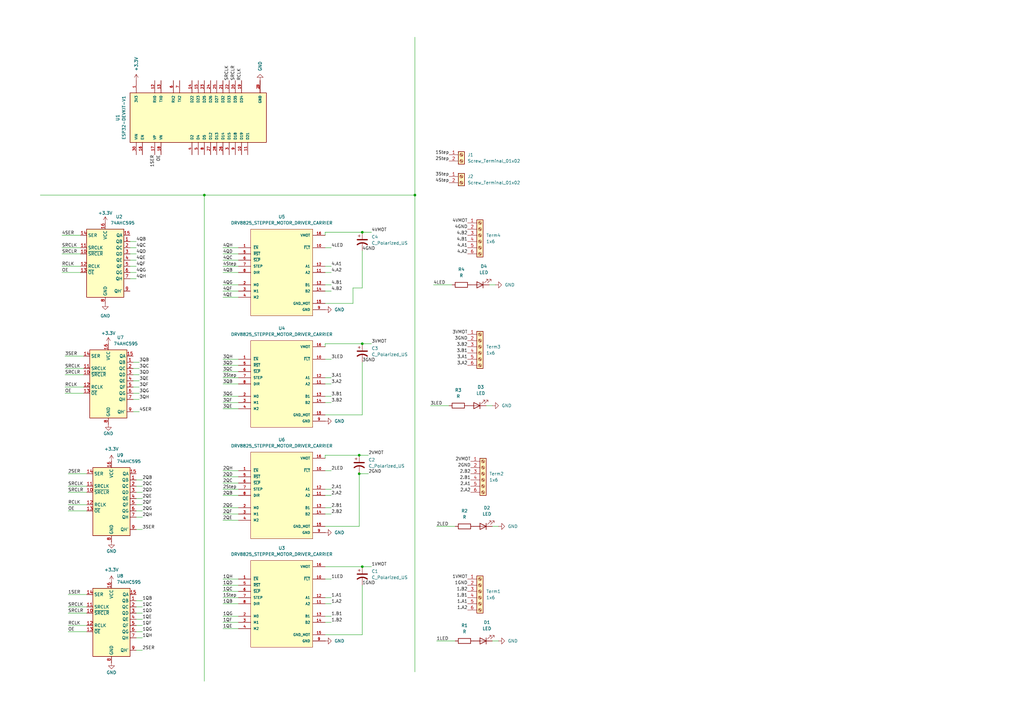
<source format=kicad_sch>
(kicad_sch
	(version 20250114)
	(generator "eeschema")
	(generator_version "9.0")
	(uuid "0d1127a4-1f68-4e4a-a218-efb881c0111a")
	(paper "A3")
	(lib_symbols
		(symbol "74xx:74AHC595"
			(exclude_from_sim no)
			(in_bom yes)
			(on_board yes)
			(property "Reference" "U"
				(at -7.62 13.97 0)
				(effects
					(font
						(size 1.27 1.27)
					)
				)
			)
			(property "Value" "74AHC595"
				(at -7.62 -16.51 0)
				(effects
					(font
						(size 1.27 1.27)
					)
				)
			)
			(property "Footprint" ""
				(at 0 0 0)
				(effects
					(font
						(size 1.27 1.27)
					)
					(hide yes)
				)
			)
			(property "Datasheet" "https://assets.nexperia.com/documents/data-sheet/74AHC_AHCT595.pdf"
				(at 0 0 0)
				(effects
					(font
						(size 1.27 1.27)
					)
					(hide yes)
				)
			)
			(property "Description" "8-bit serial in/out Shift Register 3-State Outputs"
				(at 0 0 0)
				(effects
					(font
						(size 1.27 1.27)
					)
					(hide yes)
				)
			)
			(property "ki_keywords" "AHCMOS SR 3State"
				(at 0 0 0)
				(effects
					(font
						(size 1.27 1.27)
					)
					(hide yes)
				)
			)
			(property "ki_fp_filters" "DIP*W7.62mm* SOIC*3.9x9.9mm*P1.27mm* TSSOP*4.4x5mm*P0.65mm* SOIC*5.3x10.2mm*P1.27mm* SOIC*7.5x10.3mm*P1.27mm*"
				(at 0 0 0)
				(effects
					(font
						(size 1.27 1.27)
					)
					(hide yes)
				)
			)
			(symbol "74AHC595_1_0"
				(pin input line
					(at -10.16 10.16 0)
					(length 2.54)
					(name "SER"
						(effects
							(font
								(size 1.27 1.27)
							)
						)
					)
					(number "14"
						(effects
							(font
								(size 1.27 1.27)
							)
						)
					)
				)
				(pin input line
					(at -10.16 5.08 0)
					(length 2.54)
					(name "SRCLK"
						(effects
							(font
								(size 1.27 1.27)
							)
						)
					)
					(number "11"
						(effects
							(font
								(size 1.27 1.27)
							)
						)
					)
				)
				(pin input line
					(at -10.16 2.54 0)
					(length 2.54)
					(name "~{SRCLR}"
						(effects
							(font
								(size 1.27 1.27)
							)
						)
					)
					(number "10"
						(effects
							(font
								(size 1.27 1.27)
							)
						)
					)
				)
				(pin input line
					(at -10.16 -2.54 0)
					(length 2.54)
					(name "RCLK"
						(effects
							(font
								(size 1.27 1.27)
							)
						)
					)
					(number "12"
						(effects
							(font
								(size 1.27 1.27)
							)
						)
					)
				)
				(pin input line
					(at -10.16 -5.08 0)
					(length 2.54)
					(name "~{OE}"
						(effects
							(font
								(size 1.27 1.27)
							)
						)
					)
					(number "13"
						(effects
							(font
								(size 1.27 1.27)
							)
						)
					)
				)
				(pin power_in line
					(at 0 15.24 270)
					(length 2.54)
					(name "VCC"
						(effects
							(font
								(size 1.27 1.27)
							)
						)
					)
					(number "16"
						(effects
							(font
								(size 1.27 1.27)
							)
						)
					)
				)
				(pin power_in line
					(at 0 -17.78 90)
					(length 2.54)
					(name "GND"
						(effects
							(font
								(size 1.27 1.27)
							)
						)
					)
					(number "8"
						(effects
							(font
								(size 1.27 1.27)
							)
						)
					)
				)
				(pin tri_state line
					(at 10.16 10.16 180)
					(length 2.54)
					(name "QA"
						(effects
							(font
								(size 1.27 1.27)
							)
						)
					)
					(number "15"
						(effects
							(font
								(size 1.27 1.27)
							)
						)
					)
				)
				(pin tri_state line
					(at 10.16 7.62 180)
					(length 2.54)
					(name "QB"
						(effects
							(font
								(size 1.27 1.27)
							)
						)
					)
					(number "1"
						(effects
							(font
								(size 1.27 1.27)
							)
						)
					)
				)
				(pin tri_state line
					(at 10.16 5.08 180)
					(length 2.54)
					(name "QC"
						(effects
							(font
								(size 1.27 1.27)
							)
						)
					)
					(number "2"
						(effects
							(font
								(size 1.27 1.27)
							)
						)
					)
				)
				(pin tri_state line
					(at 10.16 2.54 180)
					(length 2.54)
					(name "QD"
						(effects
							(font
								(size 1.27 1.27)
							)
						)
					)
					(number "3"
						(effects
							(font
								(size 1.27 1.27)
							)
						)
					)
				)
				(pin tri_state line
					(at 10.16 0 180)
					(length 2.54)
					(name "QE"
						(effects
							(font
								(size 1.27 1.27)
							)
						)
					)
					(number "4"
						(effects
							(font
								(size 1.27 1.27)
							)
						)
					)
				)
				(pin tri_state line
					(at 10.16 -2.54 180)
					(length 2.54)
					(name "QF"
						(effects
							(font
								(size 1.27 1.27)
							)
						)
					)
					(number "5"
						(effects
							(font
								(size 1.27 1.27)
							)
						)
					)
				)
				(pin tri_state line
					(at 10.16 -5.08 180)
					(length 2.54)
					(name "QG"
						(effects
							(font
								(size 1.27 1.27)
							)
						)
					)
					(number "6"
						(effects
							(font
								(size 1.27 1.27)
							)
						)
					)
				)
				(pin tri_state line
					(at 10.16 -7.62 180)
					(length 2.54)
					(name "QH"
						(effects
							(font
								(size 1.27 1.27)
							)
						)
					)
					(number "7"
						(effects
							(font
								(size 1.27 1.27)
							)
						)
					)
				)
				(pin output line
					(at 10.16 -12.7 180)
					(length 2.54)
					(name "QH'"
						(effects
							(font
								(size 1.27 1.27)
							)
						)
					)
					(number "9"
						(effects
							(font
								(size 1.27 1.27)
							)
						)
					)
				)
			)
			(symbol "74AHC595_1_1"
				(rectangle
					(start -7.62 12.7)
					(end 7.62 -15.24)
					(stroke
						(width 0.254)
						(type default)
					)
					(fill
						(type background)
					)
				)
			)
			(embedded_fonts no)
		)
		(symbol "Connector:Screw_Terminal_01x02"
			(pin_names
				(offset 1.016)
				(hide yes)
			)
			(exclude_from_sim no)
			(in_bom yes)
			(on_board yes)
			(property "Reference" "J"
				(at 0 2.54 0)
				(effects
					(font
						(size 1.27 1.27)
					)
				)
			)
			(property "Value" "Screw_Terminal_01x02"
				(at 0 -5.08 0)
				(effects
					(font
						(size 1.27 1.27)
					)
				)
			)
			(property "Footprint" ""
				(at 0 0 0)
				(effects
					(font
						(size 1.27 1.27)
					)
					(hide yes)
				)
			)
			(property "Datasheet" "~"
				(at 0 0 0)
				(effects
					(font
						(size 1.27 1.27)
					)
					(hide yes)
				)
			)
			(property "Description" "Generic screw terminal, single row, 01x02, script generated (kicad-library-utils/schlib/autogen/connector/)"
				(at 0 0 0)
				(effects
					(font
						(size 1.27 1.27)
					)
					(hide yes)
				)
			)
			(property "ki_keywords" "screw terminal"
				(at 0 0 0)
				(effects
					(font
						(size 1.27 1.27)
					)
					(hide yes)
				)
			)
			(property "ki_fp_filters" "TerminalBlock*:*"
				(at 0 0 0)
				(effects
					(font
						(size 1.27 1.27)
					)
					(hide yes)
				)
			)
			(symbol "Screw_Terminal_01x02_1_1"
				(rectangle
					(start -1.27 1.27)
					(end 1.27 -3.81)
					(stroke
						(width 0.254)
						(type default)
					)
					(fill
						(type background)
					)
				)
				(polyline
					(pts
						(xy -0.5334 0.3302) (xy 0.3302 -0.508)
					)
					(stroke
						(width 0.1524)
						(type default)
					)
					(fill
						(type none)
					)
				)
				(polyline
					(pts
						(xy -0.5334 -2.2098) (xy 0.3302 -3.048)
					)
					(stroke
						(width 0.1524)
						(type default)
					)
					(fill
						(type none)
					)
				)
				(polyline
					(pts
						(xy -0.3556 0.508) (xy 0.508 -0.3302)
					)
					(stroke
						(width 0.1524)
						(type default)
					)
					(fill
						(type none)
					)
				)
				(polyline
					(pts
						(xy -0.3556 -2.032) (xy 0.508 -2.8702)
					)
					(stroke
						(width 0.1524)
						(type default)
					)
					(fill
						(type none)
					)
				)
				(circle
					(center 0 0)
					(radius 0.635)
					(stroke
						(width 0.1524)
						(type default)
					)
					(fill
						(type none)
					)
				)
				(circle
					(center 0 -2.54)
					(radius 0.635)
					(stroke
						(width 0.1524)
						(type default)
					)
					(fill
						(type none)
					)
				)
				(pin passive line
					(at -5.08 0 0)
					(length 3.81)
					(name "Pin_1"
						(effects
							(font
								(size 1.27 1.27)
							)
						)
					)
					(number "1"
						(effects
							(font
								(size 1.27 1.27)
							)
						)
					)
				)
				(pin passive line
					(at -5.08 -2.54 0)
					(length 3.81)
					(name "Pin_2"
						(effects
							(font
								(size 1.27 1.27)
							)
						)
					)
					(number "2"
						(effects
							(font
								(size 1.27 1.27)
							)
						)
					)
				)
			)
			(embedded_fonts no)
		)
		(symbol "Connector:Screw_Terminal_01x06"
			(pin_names
				(offset 1.016)
				(hide yes)
			)
			(exclude_from_sim no)
			(in_bom yes)
			(on_board yes)
			(property "Reference" "J"
				(at 0 7.62 0)
				(effects
					(font
						(size 1.27 1.27)
					)
				)
			)
			(property "Value" "Screw_Terminal_01x06"
				(at 0 -10.16 0)
				(effects
					(font
						(size 1.27 1.27)
					)
				)
			)
			(property "Footprint" ""
				(at 0 0 0)
				(effects
					(font
						(size 1.27 1.27)
					)
					(hide yes)
				)
			)
			(property "Datasheet" "~"
				(at 0 0 0)
				(effects
					(font
						(size 1.27 1.27)
					)
					(hide yes)
				)
			)
			(property "Description" "Generic screw terminal, single row, 01x06, script generated (kicad-library-utils/schlib/autogen/connector/)"
				(at 0 0 0)
				(effects
					(font
						(size 1.27 1.27)
					)
					(hide yes)
				)
			)
			(property "ki_keywords" "screw terminal"
				(at 0 0 0)
				(effects
					(font
						(size 1.27 1.27)
					)
					(hide yes)
				)
			)
			(property "ki_fp_filters" "TerminalBlock*:*"
				(at 0 0 0)
				(effects
					(font
						(size 1.27 1.27)
					)
					(hide yes)
				)
			)
			(symbol "Screw_Terminal_01x06_1_1"
				(rectangle
					(start -1.27 6.35)
					(end 1.27 -8.89)
					(stroke
						(width 0.254)
						(type default)
					)
					(fill
						(type background)
					)
				)
				(polyline
					(pts
						(xy -0.5334 5.4102) (xy 0.3302 4.572)
					)
					(stroke
						(width 0.1524)
						(type default)
					)
					(fill
						(type none)
					)
				)
				(polyline
					(pts
						(xy -0.5334 2.8702) (xy 0.3302 2.032)
					)
					(stroke
						(width 0.1524)
						(type default)
					)
					(fill
						(type none)
					)
				)
				(polyline
					(pts
						(xy -0.5334 0.3302) (xy 0.3302 -0.508)
					)
					(stroke
						(width 0.1524)
						(type default)
					)
					(fill
						(type none)
					)
				)
				(polyline
					(pts
						(xy -0.5334 -2.2098) (xy 0.3302 -3.048)
					)
					(stroke
						(width 0.1524)
						(type default)
					)
					(fill
						(type none)
					)
				)
				(polyline
					(pts
						(xy -0.5334 -4.7498) (xy 0.3302 -5.588)
					)
					(stroke
						(width 0.1524)
						(type default)
					)
					(fill
						(type none)
					)
				)
				(polyline
					(pts
						(xy -0.5334 -7.2898) (xy 0.3302 -8.128)
					)
					(stroke
						(width 0.1524)
						(type default)
					)
					(fill
						(type none)
					)
				)
				(polyline
					(pts
						(xy -0.3556 5.588) (xy 0.508 4.7498)
					)
					(stroke
						(width 0.1524)
						(type default)
					)
					(fill
						(type none)
					)
				)
				(polyline
					(pts
						(xy -0.3556 3.048) (xy 0.508 2.2098)
					)
					(stroke
						(width 0.1524)
						(type default)
					)
					(fill
						(type none)
					)
				)
				(polyline
					(pts
						(xy -0.3556 0.508) (xy 0.508 -0.3302)
					)
					(stroke
						(width 0.1524)
						(type default)
					)
					(fill
						(type none)
					)
				)
				(polyline
					(pts
						(xy -0.3556 -2.032) (xy 0.508 -2.8702)
					)
					(stroke
						(width 0.1524)
						(type default)
					)
					(fill
						(type none)
					)
				)
				(polyline
					(pts
						(xy -0.3556 -4.572) (xy 0.508 -5.4102)
					)
					(stroke
						(width 0.1524)
						(type default)
					)
					(fill
						(type none)
					)
				)
				(polyline
					(pts
						(xy -0.3556 -7.112) (xy 0.508 -7.9502)
					)
					(stroke
						(width 0.1524)
						(type default)
					)
					(fill
						(type none)
					)
				)
				(circle
					(center 0 5.08)
					(radius 0.635)
					(stroke
						(width 0.1524)
						(type default)
					)
					(fill
						(type none)
					)
				)
				(circle
					(center 0 2.54)
					(radius 0.635)
					(stroke
						(width 0.1524)
						(type default)
					)
					(fill
						(type none)
					)
				)
				(circle
					(center 0 0)
					(radius 0.635)
					(stroke
						(width 0.1524)
						(type default)
					)
					(fill
						(type none)
					)
				)
				(circle
					(center 0 -2.54)
					(radius 0.635)
					(stroke
						(width 0.1524)
						(type default)
					)
					(fill
						(type none)
					)
				)
				(circle
					(center 0 -5.08)
					(radius 0.635)
					(stroke
						(width 0.1524)
						(type default)
					)
					(fill
						(type none)
					)
				)
				(circle
					(center 0 -7.62)
					(radius 0.635)
					(stroke
						(width 0.1524)
						(type default)
					)
					(fill
						(type none)
					)
				)
				(pin passive line
					(at -5.08 5.08 0)
					(length 3.81)
					(name "Pin_1"
						(effects
							(font
								(size 1.27 1.27)
							)
						)
					)
					(number "1"
						(effects
							(font
								(size 1.27 1.27)
							)
						)
					)
				)
				(pin passive line
					(at -5.08 2.54 0)
					(length 3.81)
					(name "Pin_2"
						(effects
							(font
								(size 1.27 1.27)
							)
						)
					)
					(number "2"
						(effects
							(font
								(size 1.27 1.27)
							)
						)
					)
				)
				(pin passive line
					(at -5.08 0 0)
					(length 3.81)
					(name "Pin_3"
						(effects
							(font
								(size 1.27 1.27)
							)
						)
					)
					(number "3"
						(effects
							(font
								(size 1.27 1.27)
							)
						)
					)
				)
				(pin passive line
					(at -5.08 -2.54 0)
					(length 3.81)
					(name "Pin_4"
						(effects
							(font
								(size 1.27 1.27)
							)
						)
					)
					(number "4"
						(effects
							(font
								(size 1.27 1.27)
							)
						)
					)
				)
				(pin passive line
					(at -5.08 -5.08 0)
					(length 3.81)
					(name "Pin_5"
						(effects
							(font
								(size 1.27 1.27)
							)
						)
					)
					(number "5"
						(effects
							(font
								(size 1.27 1.27)
							)
						)
					)
				)
				(pin passive line
					(at -5.08 -7.62 0)
					(length 3.81)
					(name "Pin_6"
						(effects
							(font
								(size 1.27 1.27)
							)
						)
					)
					(number "6"
						(effects
							(font
								(size 1.27 1.27)
							)
						)
					)
				)
			)
			(embedded_fonts no)
		)
		(symbol "DRV8825_STEPPER_MOTOR_DRIVER_CARRIER:DRV8825_STEPPER_MOTOR_DRIVER_CARRIER"
			(pin_names
				(offset 1.016)
			)
			(exclude_from_sim no)
			(in_bom yes)
			(on_board yes)
			(property "Reference" "U"
				(at -12.7 18.542 0)
				(effects
					(font
						(size 1.27 1.27)
					)
					(justify left bottom)
				)
			)
			(property "Value" "DRV8825_STEPPER_MOTOR_DRIVER_CARRIER"
				(at -12.7 -20.32 0)
				(effects
					(font
						(size 1.27 1.27)
					)
					(justify left bottom)
				)
			)
			(property "Footprint" "DRV8825_STEPPER_MOTOR_DRIVER_CARRIER:IC_DRV8825_STEPPER_MOTOR_DRIVER_CARRIER"
				(at 0 0 0)
				(effects
					(font
						(size 1.27 1.27)
					)
					(justify bottom)
					(hide yes)
				)
			)
			(property "Datasheet" ""
				(at 0 0 0)
				(effects
					(font
						(size 1.27 1.27)
					)
					(hide yes)
				)
			)
			(property "Description" "Stepper motor controler; IC: DRV8825; 1.5A; Uin mot: 8.2÷45V"
				(at 0 0 0)
				(effects
					(font
						(size 1.27 1.27)
					)
					(justify bottom)
					(hide yes)
				)
			)
			(property "MF" "Pololu"
				(at 0 0 0)
				(effects
					(font
						(size 1.27 1.27)
					)
					(justify bottom)
					(hide yes)
				)
			)
			(property "PACKAGE" "None"
				(at 0 0 0)
				(effects
					(font
						(size 1.27 1.27)
					)
					(justify bottom)
					(hide yes)
				)
			)
			(property "PRICE" "None"
				(at 0 0 0)
				(effects
					(font
						(size 1.27 1.27)
					)
					(justify bottom)
					(hide yes)
				)
			)
			(property "Package" "None"
				(at 0 0 0)
				(effects
					(font
						(size 1.27 1.27)
					)
					(justify bottom)
					(hide yes)
				)
			)
			(property "Check_prices" "https://www.snapeda.com/parts/DRV8825%20STEPPER%20MOTOR%20DRIVER%20CARRIER/Pololu/view-part/?ref=eda"
				(at 0 0 0)
				(effects
					(font
						(size 1.27 1.27)
					)
					(justify bottom)
					(hide yes)
				)
			)
			(property "Price" "None"
				(at 0 0 0)
				(effects
					(font
						(size 1.27 1.27)
					)
					(justify bottom)
					(hide yes)
				)
			)
			(property "SnapEDA_Link" "https://www.snapeda.com/parts/DRV8825%20STEPPER%20MOTOR%20DRIVER%20CARRIER/Pololu/view-part/?ref=snap"
				(at 0 0 0)
				(effects
					(font
						(size 1.27 1.27)
					)
					(justify bottom)
					(hide yes)
				)
			)
			(property "MP" "DRV8825 STEPPER MOTOR DRIVER CARRIER"
				(at 0 0 0)
				(effects
					(font
						(size 1.27 1.27)
					)
					(justify bottom)
					(hide yes)
				)
			)
			(property "Availability" "Not in stock"
				(at 0 0 0)
				(effects
					(font
						(size 1.27 1.27)
					)
					(justify bottom)
					(hide yes)
				)
			)
			(property "AVAILABILITY" "Unavailable"
				(at 0 0 0)
				(effects
					(font
						(size 1.27 1.27)
					)
					(justify bottom)
					(hide yes)
				)
			)
			(property "Description_1" "Stepper, Bipolar 8.2 ~ 45VDC Supply 1.5A 8.2 ~ 45V Load"
				(at 0 0 0)
				(effects
					(font
						(size 1.27 1.27)
					)
					(justify bottom)
					(hide yes)
				)
			)
			(symbol "DRV8825_STEPPER_MOTOR_DRIVER_CARRIER_0_0"
				(rectangle
					(start -12.7 -17.78)
					(end 12.7 17.78)
					(stroke
						(width 0.1524)
						(type default)
					)
					(fill
						(type background)
					)
				)
				(pin input line
					(at -17.78 10.16 0)
					(length 5.08)
					(name "~{EN}"
						(effects
							(font
								(size 1.016 1.016)
							)
						)
					)
					(number "1"
						(effects
							(font
								(size 1.016 1.016)
							)
						)
					)
				)
				(pin input line
					(at -17.78 7.62 0)
					(length 5.08)
					(name "~{RST}"
						(effects
							(font
								(size 1.016 1.016)
							)
						)
					)
					(number "5"
						(effects
							(font
								(size 1.016 1.016)
							)
						)
					)
				)
				(pin input line
					(at -17.78 5.08 0)
					(length 5.08)
					(name "~{SLP}"
						(effects
							(font
								(size 1.016 1.016)
							)
						)
					)
					(number "6"
						(effects
							(font
								(size 1.016 1.016)
							)
						)
					)
				)
				(pin input line
					(at -17.78 2.54 0)
					(length 5.08)
					(name "STEP"
						(effects
							(font
								(size 1.016 1.016)
							)
						)
					)
					(number "7"
						(effects
							(font
								(size 1.016 1.016)
							)
						)
					)
				)
				(pin input line
					(at -17.78 0 0)
					(length 5.08)
					(name "DIR"
						(effects
							(font
								(size 1.016 1.016)
							)
						)
					)
					(number "8"
						(effects
							(font
								(size 1.016 1.016)
							)
						)
					)
				)
				(pin input line
					(at -17.78 -5.08 0)
					(length 5.08)
					(name "M0"
						(effects
							(font
								(size 1.016 1.016)
							)
						)
					)
					(number "2"
						(effects
							(font
								(size 1.016 1.016)
							)
						)
					)
				)
				(pin input line
					(at -17.78 -7.62 0)
					(length 5.08)
					(name "M1"
						(effects
							(font
								(size 1.016 1.016)
							)
						)
					)
					(number "3"
						(effects
							(font
								(size 1.016 1.016)
							)
						)
					)
				)
				(pin input line
					(at -17.78 -10.16 0)
					(length 5.08)
					(name "M2"
						(effects
							(font
								(size 1.016 1.016)
							)
						)
					)
					(number "4"
						(effects
							(font
								(size 1.016 1.016)
							)
						)
					)
				)
				(pin power_in line
					(at 17.78 15.24 180)
					(length 5.08)
					(name "VMOT"
						(effects
							(font
								(size 1.016 1.016)
							)
						)
					)
					(number "16"
						(effects
							(font
								(size 1.016 1.016)
							)
						)
					)
				)
				(pin output line
					(at 17.78 10.16 180)
					(length 5.08)
					(name "~{FLT}"
						(effects
							(font
								(size 1.016 1.016)
							)
						)
					)
					(number "10"
						(effects
							(font
								(size 1.016 1.016)
							)
						)
					)
				)
				(pin output line
					(at 17.78 2.54 180)
					(length 5.08)
					(name "A1"
						(effects
							(font
								(size 1.016 1.016)
							)
						)
					)
					(number "12"
						(effects
							(font
								(size 1.016 1.016)
							)
						)
					)
				)
				(pin output line
					(at 17.78 0 180)
					(length 5.08)
					(name "A2"
						(effects
							(font
								(size 1.016 1.016)
							)
						)
					)
					(number "11"
						(effects
							(font
								(size 1.016 1.016)
							)
						)
					)
				)
				(pin output line
					(at 17.78 -5.08 180)
					(length 5.08)
					(name "B1"
						(effects
							(font
								(size 1.016 1.016)
							)
						)
					)
					(number "13"
						(effects
							(font
								(size 1.016 1.016)
							)
						)
					)
				)
				(pin output line
					(at 17.78 -7.62 180)
					(length 5.08)
					(name "B2"
						(effects
							(font
								(size 1.016 1.016)
							)
						)
					)
					(number "14"
						(effects
							(font
								(size 1.016 1.016)
							)
						)
					)
				)
				(pin power_in line
					(at 17.78 -12.7 180)
					(length 5.08)
					(name "GND_MOT"
						(effects
							(font
								(size 1.016 1.016)
							)
						)
					)
					(number "15"
						(effects
							(font
								(size 1.016 1.016)
							)
						)
					)
				)
				(pin power_in line
					(at 17.78 -15.24 180)
					(length 5.08)
					(name "GND"
						(effects
							(font
								(size 1.016 1.016)
							)
						)
					)
					(number "9"
						(effects
							(font
								(size 1.016 1.016)
							)
						)
					)
				)
			)
			(embedded_fonts no)
		)
		(symbol "Device:C_Polarized_US"
			(pin_numbers
				(hide yes)
			)
			(pin_names
				(offset 0.254)
				(hide yes)
			)
			(exclude_from_sim no)
			(in_bom yes)
			(on_board yes)
			(property "Reference" "C"
				(at 0.635 2.54 0)
				(effects
					(font
						(size 1.27 1.27)
					)
					(justify left)
				)
			)
			(property "Value" "C_Polarized_US"
				(at 0.635 -2.54 0)
				(effects
					(font
						(size 1.27 1.27)
					)
					(justify left)
				)
			)
			(property "Footprint" ""
				(at 0 0 0)
				(effects
					(font
						(size 1.27 1.27)
					)
					(hide yes)
				)
			)
			(property "Datasheet" "~"
				(at 0 0 0)
				(effects
					(font
						(size 1.27 1.27)
					)
					(hide yes)
				)
			)
			(property "Description" "Polarized capacitor, US symbol"
				(at 0 0 0)
				(effects
					(font
						(size 1.27 1.27)
					)
					(hide yes)
				)
			)
			(property "ki_keywords" "cap capacitor"
				(at 0 0 0)
				(effects
					(font
						(size 1.27 1.27)
					)
					(hide yes)
				)
			)
			(property "ki_fp_filters" "CP_*"
				(at 0 0 0)
				(effects
					(font
						(size 1.27 1.27)
					)
					(hide yes)
				)
			)
			(symbol "C_Polarized_US_0_1"
				(polyline
					(pts
						(xy -2.032 0.762) (xy 2.032 0.762)
					)
					(stroke
						(width 0.508)
						(type default)
					)
					(fill
						(type none)
					)
				)
				(polyline
					(pts
						(xy -1.778 2.286) (xy -0.762 2.286)
					)
					(stroke
						(width 0)
						(type default)
					)
					(fill
						(type none)
					)
				)
				(polyline
					(pts
						(xy -1.27 1.778) (xy -1.27 2.794)
					)
					(stroke
						(width 0)
						(type default)
					)
					(fill
						(type none)
					)
				)
				(arc
					(start -2.032 -1.27)
					(mid 0 -0.5572)
					(end 2.032 -1.27)
					(stroke
						(width 0.508)
						(type default)
					)
					(fill
						(type none)
					)
				)
			)
			(symbol "C_Polarized_US_1_1"
				(pin passive line
					(at 0 3.81 270)
					(length 2.794)
					(name "~"
						(effects
							(font
								(size 1.27 1.27)
							)
						)
					)
					(number "1"
						(effects
							(font
								(size 1.27 1.27)
							)
						)
					)
				)
				(pin passive line
					(at 0 -3.81 90)
					(length 3.302)
					(name "~"
						(effects
							(font
								(size 1.27 1.27)
							)
						)
					)
					(number "2"
						(effects
							(font
								(size 1.27 1.27)
							)
						)
					)
				)
			)
			(embedded_fonts no)
		)
		(symbol "Device:LED"
			(pin_numbers
				(hide yes)
			)
			(pin_names
				(offset 1.016)
				(hide yes)
			)
			(exclude_from_sim no)
			(in_bom yes)
			(on_board yes)
			(property "Reference" "D"
				(at 0 2.54 0)
				(effects
					(font
						(size 1.27 1.27)
					)
				)
			)
			(property "Value" "LED"
				(at 0 -2.54 0)
				(effects
					(font
						(size 1.27 1.27)
					)
				)
			)
			(property "Footprint" ""
				(at 0 0 0)
				(effects
					(font
						(size 1.27 1.27)
					)
					(hide yes)
				)
			)
			(property "Datasheet" "~"
				(at 0 0 0)
				(effects
					(font
						(size 1.27 1.27)
					)
					(hide yes)
				)
			)
			(property "Description" "Light emitting diode"
				(at 0 0 0)
				(effects
					(font
						(size 1.27 1.27)
					)
					(hide yes)
				)
			)
			(property "Sim.Pins" "1=K 2=A"
				(at 0 0 0)
				(effects
					(font
						(size 1.27 1.27)
					)
					(hide yes)
				)
			)
			(property "ki_keywords" "LED diode"
				(at 0 0 0)
				(effects
					(font
						(size 1.27 1.27)
					)
					(hide yes)
				)
			)
			(property "ki_fp_filters" "LED* LED_SMD:* LED_THT:*"
				(at 0 0 0)
				(effects
					(font
						(size 1.27 1.27)
					)
					(hide yes)
				)
			)
			(symbol "LED_0_1"
				(polyline
					(pts
						(xy -3.048 -0.762) (xy -4.572 -2.286) (xy -3.81 -2.286) (xy -4.572 -2.286) (xy -4.572 -1.524)
					)
					(stroke
						(width 0)
						(type default)
					)
					(fill
						(type none)
					)
				)
				(polyline
					(pts
						(xy -1.778 -0.762) (xy -3.302 -2.286) (xy -2.54 -2.286) (xy -3.302 -2.286) (xy -3.302 -1.524)
					)
					(stroke
						(width 0)
						(type default)
					)
					(fill
						(type none)
					)
				)
				(polyline
					(pts
						(xy -1.27 0) (xy 1.27 0)
					)
					(stroke
						(width 0)
						(type default)
					)
					(fill
						(type none)
					)
				)
				(polyline
					(pts
						(xy -1.27 -1.27) (xy -1.27 1.27)
					)
					(stroke
						(width 0.254)
						(type default)
					)
					(fill
						(type none)
					)
				)
				(polyline
					(pts
						(xy 1.27 -1.27) (xy 1.27 1.27) (xy -1.27 0) (xy 1.27 -1.27)
					)
					(stroke
						(width 0.254)
						(type default)
					)
					(fill
						(type none)
					)
				)
			)
			(symbol "LED_1_1"
				(pin passive line
					(at -3.81 0 0)
					(length 2.54)
					(name "K"
						(effects
							(font
								(size 1.27 1.27)
							)
						)
					)
					(number "1"
						(effects
							(font
								(size 1.27 1.27)
							)
						)
					)
				)
				(pin passive line
					(at 3.81 0 180)
					(length 2.54)
					(name "A"
						(effects
							(font
								(size 1.27 1.27)
							)
						)
					)
					(number "2"
						(effects
							(font
								(size 1.27 1.27)
							)
						)
					)
				)
			)
			(embedded_fonts no)
		)
		(symbol "Device:R"
			(pin_numbers
				(hide yes)
			)
			(pin_names
				(offset 0)
			)
			(exclude_from_sim no)
			(in_bom yes)
			(on_board yes)
			(property "Reference" "R"
				(at 2.032 0 90)
				(effects
					(font
						(size 1.27 1.27)
					)
				)
			)
			(property "Value" "R"
				(at 0 0 90)
				(effects
					(font
						(size 1.27 1.27)
					)
				)
			)
			(property "Footprint" ""
				(at -1.778 0 90)
				(effects
					(font
						(size 1.27 1.27)
					)
					(hide yes)
				)
			)
			(property "Datasheet" "~"
				(at 0 0 0)
				(effects
					(font
						(size 1.27 1.27)
					)
					(hide yes)
				)
			)
			(property "Description" "Resistor"
				(at 0 0 0)
				(effects
					(font
						(size 1.27 1.27)
					)
					(hide yes)
				)
			)
			(property "ki_keywords" "R res resistor"
				(at 0 0 0)
				(effects
					(font
						(size 1.27 1.27)
					)
					(hide yes)
				)
			)
			(property "ki_fp_filters" "R_*"
				(at 0 0 0)
				(effects
					(font
						(size 1.27 1.27)
					)
					(hide yes)
				)
			)
			(symbol "R_0_1"
				(rectangle
					(start -1.016 -2.54)
					(end 1.016 2.54)
					(stroke
						(width 0.254)
						(type default)
					)
					(fill
						(type none)
					)
				)
			)
			(symbol "R_1_1"
				(pin passive line
					(at 0 3.81 270)
					(length 1.27)
					(name "~"
						(effects
							(font
								(size 1.27 1.27)
							)
						)
					)
					(number "1"
						(effects
							(font
								(size 1.27 1.27)
							)
						)
					)
				)
				(pin passive line
					(at 0 -3.81 90)
					(length 1.27)
					(name "~"
						(effects
							(font
								(size 1.27 1.27)
							)
						)
					)
					(number "2"
						(effects
							(font
								(size 1.27 1.27)
							)
						)
					)
				)
			)
			(embedded_fonts no)
		)
		(symbol "ESP32-DEVKIT-V1:ESP32-DEVKIT-V1"
			(pin_names
				(offset 1.016)
			)
			(exclude_from_sim no)
			(in_bom yes)
			(on_board yes)
			(property "Reference" "U"
				(at -10.16 30.48 0)
				(effects
					(font
						(size 1.27 1.27)
					)
					(justify left top)
				)
			)
			(property "Value" "ESP32-DEVKIT-V1"
				(at -10.16 -30.48 0)
				(effects
					(font
						(size 1.27 1.27)
					)
					(justify left bottom)
				)
			)
			(property "Footprint" "ESP32-DEVKIT-V1:MODULE_ESP32_DEVKIT_V1"
				(at 0 0 0)
				(effects
					(font
						(size 1.27 1.27)
					)
					(justify bottom)
					(hide yes)
				)
			)
			(property "Datasheet" ""
				(at 0 0 0)
				(effects
					(font
						(size 1.27 1.27)
					)
					(hide yes)
				)
			)
			(property "Description" ""
				(at 0 0 0)
				(effects
					(font
						(size 1.27 1.27)
					)
					(hide yes)
				)
			)
			(property "MF" "Do it"
				(at 0 0 0)
				(effects
					(font
						(size 1.27 1.27)
					)
					(justify bottom)
					(hide yes)
				)
			)
			(property "MAXIMUM_PACKAGE_HEIGHT" "6.8 mm"
				(at 0 0 0)
				(effects
					(font
						(size 1.27 1.27)
					)
					(justify bottom)
					(hide yes)
				)
			)
			(property "Package" "None"
				(at 0 0 0)
				(effects
					(font
						(size 1.27 1.27)
					)
					(justify bottom)
					(hide yes)
				)
			)
			(property "Price" "None"
				(at 0 0 0)
				(effects
					(font
						(size 1.27 1.27)
					)
					(justify bottom)
					(hide yes)
				)
			)
			(property "Check_prices" "https://www.snapeda.com/parts/ESP32-DEVKIT-V1/Do+it/view-part/?ref=eda"
				(at 0 0 0)
				(effects
					(font
						(size 1.27 1.27)
					)
					(justify bottom)
					(hide yes)
				)
			)
			(property "STANDARD" "Manufacturer Recommendations"
				(at 0 0 0)
				(effects
					(font
						(size 1.27 1.27)
					)
					(justify bottom)
					(hide yes)
				)
			)
			(property "PARTREV" "N/A"
				(at 0 0 0)
				(effects
					(font
						(size 1.27 1.27)
					)
					(justify bottom)
					(hide yes)
				)
			)
			(property "SnapEDA_Link" "https://www.snapeda.com/parts/ESP32-DEVKIT-V1/Do+it/view-part/?ref=snap"
				(at 0 0 0)
				(effects
					(font
						(size 1.27 1.27)
					)
					(justify bottom)
					(hide yes)
				)
			)
			(property "MP" "ESP32-DEVKIT-V1"
				(at 0 0 0)
				(effects
					(font
						(size 1.27 1.27)
					)
					(justify bottom)
					(hide yes)
				)
			)
			(property "Description_1" "Dual core, Wi-Fi: 2.4 GHz up to 150 Mbits/s,BLE (Bluetooth Low Energy) and legacy Bluetooth, 32 bits, Up to 240 MHz"
				(at 0 0 0)
				(effects
					(font
						(size 1.27 1.27)
					)
					(justify bottom)
					(hide yes)
				)
			)
			(property "Availability" "Not in stock"
				(at 0 0 0)
				(effects
					(font
						(size 1.27 1.27)
					)
					(justify bottom)
					(hide yes)
				)
			)
			(property "MANUFACTURER" "DOIT"
				(at 0 0 0)
				(effects
					(font
						(size 1.27 1.27)
					)
					(justify bottom)
					(hide yes)
				)
			)
			(symbol "ESP32-DEVKIT-V1_0_0"
				(rectangle
					(start -10.16 -27.94)
					(end 10.16 27.94)
					(stroke
						(width 0.254)
						(type default)
					)
					(fill
						(type background)
					)
				)
				(pin input line
					(at -15.24 25.4 0)
					(length 5.08)
					(name "VIN"
						(effects
							(font
								(size 1.016 1.016)
							)
						)
					)
					(number "30"
						(effects
							(font
								(size 1.016 1.016)
							)
						)
					)
				)
				(pin input line
					(at -15.24 22.86 0)
					(length 5.08)
					(name "EN"
						(effects
							(font
								(size 1.016 1.016)
							)
						)
					)
					(number "16"
						(effects
							(font
								(size 1.016 1.016)
							)
						)
					)
				)
				(pin bidirectional line
					(at -15.24 17.78 0)
					(length 5.08)
					(name "VP"
						(effects
							(font
								(size 1.016 1.016)
							)
						)
					)
					(number "17"
						(effects
							(font
								(size 1.016 1.016)
							)
						)
					)
				)
				(pin bidirectional line
					(at -15.24 15.24 0)
					(length 5.08)
					(name "VN"
						(effects
							(font
								(size 1.016 1.016)
							)
						)
					)
					(number "18"
						(effects
							(font
								(size 1.016 1.016)
							)
						)
					)
				)
				(pin bidirectional line
					(at -15.24 2.54 0)
					(length 5.08)
					(name "D2"
						(effects
							(font
								(size 1.016 1.016)
							)
						)
					)
					(number "4"
						(effects
							(font
								(size 1.016 1.016)
							)
						)
					)
				)
				(pin bidirectional line
					(at -15.24 0 0)
					(length 5.08)
					(name "D4"
						(effects
							(font
								(size 1.016 1.016)
							)
						)
					)
					(number "5"
						(effects
							(font
								(size 1.016 1.016)
							)
						)
					)
				)
				(pin bidirectional line
					(at -15.24 -2.54 0)
					(length 5.08)
					(name "D5"
						(effects
							(font
								(size 1.016 1.016)
							)
						)
					)
					(number "8"
						(effects
							(font
								(size 1.016 1.016)
							)
						)
					)
				)
				(pin bidirectional line
					(at -15.24 -5.08 0)
					(length 5.08)
					(name "D12"
						(effects
							(font
								(size 1.016 1.016)
							)
						)
					)
					(number "27"
						(effects
							(font
								(size 1.016 1.016)
							)
						)
					)
				)
				(pin bidirectional line
					(at -15.24 -7.62 0)
					(length 5.08)
					(name "D13"
						(effects
							(font
								(size 1.016 1.016)
							)
						)
					)
					(number "28"
						(effects
							(font
								(size 1.016 1.016)
							)
						)
					)
				)
				(pin bidirectional line
					(at -15.24 -10.16 0)
					(length 5.08)
					(name "D14"
						(effects
							(font
								(size 1.016 1.016)
							)
						)
					)
					(number "26"
						(effects
							(font
								(size 1.016 1.016)
							)
						)
					)
				)
				(pin bidirectional line
					(at -15.24 -12.7 0)
					(length 5.08)
					(name "D15"
						(effects
							(font
								(size 1.016 1.016)
							)
						)
					)
					(number "3"
						(effects
							(font
								(size 1.016 1.016)
							)
						)
					)
				)
				(pin bidirectional line
					(at -15.24 -15.24 0)
					(length 5.08)
					(name "D18"
						(effects
							(font
								(size 1.016 1.016)
							)
						)
					)
					(number "9"
						(effects
							(font
								(size 1.016 1.016)
							)
						)
					)
				)
				(pin bidirectional line
					(at -15.24 -17.78 0)
					(length 5.08)
					(name "D19"
						(effects
							(font
								(size 1.016 1.016)
							)
						)
					)
					(number "10"
						(effects
							(font
								(size 1.016 1.016)
							)
						)
					)
				)
				(pin bidirectional line
					(at -15.24 -20.32 0)
					(length 5.08)
					(name "D21"
						(effects
							(font
								(size 1.016 1.016)
							)
						)
					)
					(number "11"
						(effects
							(font
								(size 1.016 1.016)
							)
						)
					)
				)
				(pin output line
					(at 15.24 25.4 180)
					(length 5.08)
					(name "3V3"
						(effects
							(font
								(size 1.016 1.016)
							)
						)
					)
					(number "1"
						(effects
							(font
								(size 1.016 1.016)
							)
						)
					)
				)
				(pin input line
					(at 15.24 17.78 180)
					(length 5.08)
					(name "RX0"
						(effects
							(font
								(size 1.016 1.016)
							)
						)
					)
					(number "12"
						(effects
							(font
								(size 1.016 1.016)
							)
						)
					)
				)
				(pin output line
					(at 15.24 15.24 180)
					(length 5.08)
					(name "TX0"
						(effects
							(font
								(size 1.016 1.016)
							)
						)
					)
					(number "13"
						(effects
							(font
								(size 1.016 1.016)
							)
						)
					)
				)
				(pin input line
					(at 15.24 10.16 180)
					(length 5.08)
					(name "RX2"
						(effects
							(font
								(size 1.016 1.016)
							)
						)
					)
					(number "6"
						(effects
							(font
								(size 1.016 1.016)
							)
						)
					)
				)
				(pin output line
					(at 15.24 7.62 180)
					(length 5.08)
					(name "TX2"
						(effects
							(font
								(size 1.016 1.016)
							)
						)
					)
					(number "7"
						(effects
							(font
								(size 1.016 1.016)
							)
						)
					)
				)
				(pin bidirectional line
					(at 15.24 2.54 180)
					(length 5.08)
					(name "D22"
						(effects
							(font
								(size 1.016 1.016)
							)
						)
					)
					(number "14"
						(effects
							(font
								(size 1.016 1.016)
							)
						)
					)
				)
				(pin bidirectional line
					(at 15.24 0 180)
					(length 5.08)
					(name "D23"
						(effects
							(font
								(size 1.016 1.016)
							)
						)
					)
					(number "15"
						(effects
							(font
								(size 1.016 1.016)
							)
						)
					)
				)
				(pin bidirectional line
					(at 15.24 -2.54 180)
					(length 5.08)
					(name "D25"
						(effects
							(font
								(size 1.016 1.016)
							)
						)
					)
					(number "23"
						(effects
							(font
								(size 1.016 1.016)
							)
						)
					)
				)
				(pin bidirectional line
					(at 15.24 -5.08 180)
					(length 5.08)
					(name "D26"
						(effects
							(font
								(size 1.016 1.016)
							)
						)
					)
					(number "24"
						(effects
							(font
								(size 1.016 1.016)
							)
						)
					)
				)
				(pin bidirectional line
					(at 15.24 -7.62 180)
					(length 5.08)
					(name "D27"
						(effects
							(font
								(size 1.016 1.016)
							)
						)
					)
					(number "25"
						(effects
							(font
								(size 1.016 1.016)
							)
						)
					)
				)
				(pin bidirectional line
					(at 15.24 -10.16 180)
					(length 5.08)
					(name "D32"
						(effects
							(font
								(size 1.016 1.016)
							)
						)
					)
					(number "21"
						(effects
							(font
								(size 1.016 1.016)
							)
						)
					)
				)
				(pin bidirectional line
					(at 15.24 -12.7 180)
					(length 5.08)
					(name "D33"
						(effects
							(font
								(size 1.016 1.016)
							)
						)
					)
					(number "22"
						(effects
							(font
								(size 1.016 1.016)
							)
						)
					)
				)
				(pin bidirectional line
					(at 15.24 -15.24 180)
					(length 5.08)
					(name "D35"
						(effects
							(font
								(size 1.016 1.016)
							)
						)
					)
					(number "20"
						(effects
							(font
								(size 1.016 1.016)
							)
						)
					)
				)
				(pin bidirectional line
					(at 15.24 -17.78 180)
					(length 5.08)
					(name "D34"
						(effects
							(font
								(size 1.016 1.016)
							)
						)
					)
					(number "19"
						(effects
							(font
								(size 1.016 1.016)
							)
						)
					)
				)
				(pin power_in line
					(at 15.24 -25.4 180)
					(length 5.08)
					(name "GND"
						(effects
							(font
								(size 1.016 1.016)
							)
						)
					)
					(number "2"
						(effects
							(font
								(size 1.016 1.016)
							)
						)
					)
				)
				(pin power_in line
					(at 15.24 -25.4 180)
					(length 5.08)
					(name "GND"
						(effects
							(font
								(size 1.016 1.016)
							)
						)
					)
					(number "29"
						(effects
							(font
								(size 1.016 1.016)
							)
						)
					)
				)
			)
			(embedded_fonts no)
		)
		(symbol "power:+3.3V"
			(power)
			(pin_numbers
				(hide yes)
			)
			(pin_names
				(offset 0)
				(hide yes)
			)
			(exclude_from_sim no)
			(in_bom yes)
			(on_board yes)
			(property "Reference" "#PWR"
				(at 0 -3.81 0)
				(effects
					(font
						(size 1.27 1.27)
					)
					(hide yes)
				)
			)
			(property "Value" "+3.3V"
				(at 0 3.556 0)
				(effects
					(font
						(size 1.27 1.27)
					)
				)
			)
			(property "Footprint" ""
				(at 0 0 0)
				(effects
					(font
						(size 1.27 1.27)
					)
					(hide yes)
				)
			)
			(property "Datasheet" ""
				(at 0 0 0)
				(effects
					(font
						(size 1.27 1.27)
					)
					(hide yes)
				)
			)
			(property "Description" "Power symbol creates a global label with name \"+3.3V\""
				(at 0 0 0)
				(effects
					(font
						(size 1.27 1.27)
					)
					(hide yes)
				)
			)
			(property "ki_keywords" "global power"
				(at 0 0 0)
				(effects
					(font
						(size 1.27 1.27)
					)
					(hide yes)
				)
			)
			(symbol "+3.3V_0_1"
				(polyline
					(pts
						(xy -0.762 1.27) (xy 0 2.54)
					)
					(stroke
						(width 0)
						(type default)
					)
					(fill
						(type none)
					)
				)
				(polyline
					(pts
						(xy 0 2.54) (xy 0.762 1.27)
					)
					(stroke
						(width 0)
						(type default)
					)
					(fill
						(type none)
					)
				)
				(polyline
					(pts
						(xy 0 0) (xy 0 2.54)
					)
					(stroke
						(width 0)
						(type default)
					)
					(fill
						(type none)
					)
				)
			)
			(symbol "+3.3V_1_1"
				(pin power_in line
					(at 0 0 90)
					(length 0)
					(name "~"
						(effects
							(font
								(size 1.27 1.27)
							)
						)
					)
					(number "1"
						(effects
							(font
								(size 1.27 1.27)
							)
						)
					)
				)
			)
			(embedded_fonts no)
		)
		(symbol "power:GND"
			(power)
			(pin_numbers
				(hide yes)
			)
			(pin_names
				(offset 0)
				(hide yes)
			)
			(exclude_from_sim no)
			(in_bom yes)
			(on_board yes)
			(property "Reference" "#PWR"
				(at 0 -6.35 0)
				(effects
					(font
						(size 1.27 1.27)
					)
					(hide yes)
				)
			)
			(property "Value" "GND"
				(at 0 -3.81 0)
				(effects
					(font
						(size 1.27 1.27)
					)
				)
			)
			(property "Footprint" ""
				(at 0 0 0)
				(effects
					(font
						(size 1.27 1.27)
					)
					(hide yes)
				)
			)
			(property "Datasheet" ""
				(at 0 0 0)
				(effects
					(font
						(size 1.27 1.27)
					)
					(hide yes)
				)
			)
			(property "Description" "Power symbol creates a global label with name \"GND\" , ground"
				(at 0 0 0)
				(effects
					(font
						(size 1.27 1.27)
					)
					(hide yes)
				)
			)
			(property "ki_keywords" "global power"
				(at 0 0 0)
				(effects
					(font
						(size 1.27 1.27)
					)
					(hide yes)
				)
			)
			(symbol "GND_0_1"
				(polyline
					(pts
						(xy 0 0) (xy 0 -1.27) (xy 1.27 -1.27) (xy 0 -2.54) (xy -1.27 -1.27) (xy 0 -1.27)
					)
					(stroke
						(width 0)
						(type default)
					)
					(fill
						(type none)
					)
				)
			)
			(symbol "GND_1_1"
				(pin power_in line
					(at 0 0 270)
					(length 0)
					(name "~"
						(effects
							(font
								(size 1.27 1.27)
							)
						)
					)
					(number "1"
						(effects
							(font
								(size 1.27 1.27)
							)
						)
					)
				)
			)
			(embedded_fonts no)
		)
	)
	(junction
		(at 147.32 194.31)
		(diameter 0)
		(color 0 0 0 0)
		(uuid "237176c8-2fd4-4399-a7fb-7a4d9f00f2df")
	)
	(junction
		(at 148.59 140.97)
		(diameter 0)
		(color 0 0 0 0)
		(uuid "651de03a-3f60-4d6d-bcc9-baac61e0dbd7")
	)
	(junction
		(at 148.59 95.25)
		(diameter 0)
		(color 0 0 0 0)
		(uuid "76469809-e4e8-4021-b7d6-0fcee435ef4e")
	)
	(junction
		(at 147.32 186.69)
		(diameter 0)
		(color 0 0 0 0)
		(uuid "7d1cb0d9-fe5c-47ef-a6a4-0b0242beb912")
	)
	(junction
		(at 148.59 232.41)
		(diameter 0)
		(color 0 0 0 0)
		(uuid "ae7becbd-e419-4c9c-9b10-5d6ca6124f31")
	)
	(junction
		(at 170.18 80.01)
		(diameter 0)
		(color 0 0 0 0)
		(uuid "c56a8f9d-4686-4ed3-ad74-66c40715a143")
	)
	(junction
		(at 83.82 80.01)
		(diameter 0)
		(color 0 0 0 0)
		(uuid "e84a20fa-77c8-4774-ad37-c79b56e5ce2e")
	)
	(wire
		(pts
			(xy 27.94 256.54) (xy 35.56 256.54)
		)
		(stroke
			(width 0)
			(type default)
		)
		(uuid "05c9dc3b-139e-4ef8-9317-4c967b834bc5")
	)
	(wire
		(pts
			(xy 133.35 116.84) (xy 135.89 116.84)
		)
		(stroke
			(width 0)
			(type default)
		)
		(uuid "0719e49c-41ba-49af-bcf5-e4a7afe1fe3a")
	)
	(wire
		(pts
			(xy 91.44 109.22) (xy 97.79 109.22)
		)
		(stroke
			(width 0)
			(type default)
		)
		(uuid "088c43c1-ec91-4bdc-81fd-159158ef540a")
	)
	(wire
		(pts
			(xy 144.78 124.46) (xy 133.35 124.46)
		)
		(stroke
			(width 0)
			(type default)
		)
		(uuid "0acae431-2cfb-499b-aac9-bacc38ab49a9")
	)
	(wire
		(pts
			(xy 53.34 99.06) (xy 55.88 99.06)
		)
		(stroke
			(width 0)
			(type default)
		)
		(uuid "12ec2b9f-b3e3-4214-b674-a2d86001d4be")
	)
	(wire
		(pts
			(xy 133.35 119.38) (xy 135.89 119.38)
		)
		(stroke
			(width 0)
			(type default)
		)
		(uuid "15b81b96-ac21-4f0f-8248-631ce7dc5e0d")
	)
	(wire
		(pts
			(xy 25.4 96.52) (xy 33.02 96.52)
		)
		(stroke
			(width 0)
			(type default)
		)
		(uuid "15c5ee4b-98b0-40a4-8132-84a812175912")
	)
	(wire
		(pts
			(xy 144.78 118.11) (xy 144.78 124.46)
		)
		(stroke
			(width 0)
			(type default)
		)
		(uuid "190c5df4-be3b-4946-bddc-52df50b55006")
	)
	(wire
		(pts
			(xy 27.94 207.01) (xy 35.56 207.01)
		)
		(stroke
			(width 0)
			(type default)
		)
		(uuid "1930eef3-3d3c-4b82-8783-88e731072008")
	)
	(wire
		(pts
			(xy 179.07 215.9) (xy 186.69 215.9)
		)
		(stroke
			(width 0)
			(type default)
		)
		(uuid "19ab2b98-bed2-4867-914f-f349ded94ab8")
	)
	(wire
		(pts
			(xy 58.42 196.85) (xy 55.88 196.85)
		)
		(stroke
			(width 0)
			(type default)
		)
		(uuid "1cfe0a17-6af4-4f5d-bd03-21c7a9d34ef0")
	)
	(wire
		(pts
			(xy 58.42 248.92) (xy 55.88 248.92)
		)
		(stroke
			(width 0)
			(type default)
		)
		(uuid "1f3e52a3-f01a-4c0b-b203-58a584912be5")
	)
	(wire
		(pts
			(xy 91.44 121.92) (xy 97.79 121.92)
		)
		(stroke
			(width 0)
			(type default)
		)
		(uuid "2069ce0a-f14e-4bfe-96e9-d1a2e4c29da4")
	)
	(wire
		(pts
			(xy 57.15 163.83) (xy 54.61 163.83)
		)
		(stroke
			(width 0)
			(type default)
		)
		(uuid "20c3a80a-aee2-4da6-a383-0d23c0478030")
	)
	(wire
		(pts
			(xy 58.42 212.09) (xy 55.88 212.09)
		)
		(stroke
			(width 0)
			(type default)
		)
		(uuid "20c9872a-ac45-46ce-90ea-e6e8fd4ae3c5")
	)
	(wire
		(pts
			(xy 133.35 165.1) (xy 135.89 165.1)
		)
		(stroke
			(width 0)
			(type default)
		)
		(uuid "211e3a3a-3c25-4338-b0f4-6bfadd395649")
	)
	(wire
		(pts
			(xy 133.35 140.97) (xy 148.59 140.97)
		)
		(stroke
			(width 0)
			(type default)
		)
		(uuid "212deedf-1422-424f-b29f-3295d5c1f61c")
	)
	(wire
		(pts
			(xy 91.44 193.04) (xy 97.79 193.04)
		)
		(stroke
			(width 0)
			(type default)
		)
		(uuid "22da6872-d47b-4d05-b599-be0ebb2e2c3c")
	)
	(wire
		(pts
			(xy 27.94 248.92) (xy 35.56 248.92)
		)
		(stroke
			(width 0)
			(type default)
		)
		(uuid "249a06d3-4ce1-4b84-831d-ad696adc7209")
	)
	(wire
		(pts
			(xy 133.35 154.94) (xy 135.89 154.94)
		)
		(stroke
			(width 0)
			(type default)
		)
		(uuid "24e46b95-8db1-4fa0-9db4-1e25c783a8f6")
	)
	(wire
		(pts
			(xy 91.44 210.82) (xy 97.79 210.82)
		)
		(stroke
			(width 0)
			(type default)
		)
		(uuid "2564db62-6168-4dfe-9798-41da6acad43c")
	)
	(wire
		(pts
			(xy 58.42 209.55) (xy 55.88 209.55)
		)
		(stroke
			(width 0)
			(type default)
		)
		(uuid "2acb5ce0-60bf-4d3c-9b81-8629617ad08b")
	)
	(wire
		(pts
			(xy 26.67 146.05) (xy 34.29 146.05)
		)
		(stroke
			(width 0)
			(type default)
		)
		(uuid "2c919cd9-b7a7-4f3c-a1a0-f9ad8633a268")
	)
	(wire
		(pts
			(xy 58.42 207.01) (xy 55.88 207.01)
		)
		(stroke
			(width 0)
			(type default)
		)
		(uuid "2ca12f1f-6ba5-48fe-826c-fc6281ee6c72")
	)
	(wire
		(pts
			(xy 53.34 106.68) (xy 55.88 106.68)
		)
		(stroke
			(width 0)
			(type default)
		)
		(uuid "2d548205-e5fc-4cae-9578-6874f3ddea9f")
	)
	(wire
		(pts
			(xy 91.44 240.03) (xy 97.79 240.03)
		)
		(stroke
			(width 0)
			(type default)
		)
		(uuid "3030efe4-137f-4eb3-bb8d-9e180e5aca3d")
	)
	(wire
		(pts
			(xy 91.44 152.4) (xy 97.79 152.4)
		)
		(stroke
			(width 0)
			(type default)
		)
		(uuid "31023ae0-16e2-4c5d-8851-69e6d2dfc798")
	)
	(wire
		(pts
			(xy 91.44 149.86) (xy 97.79 149.86)
		)
		(stroke
			(width 0)
			(type default)
		)
		(uuid "3292a313-ef90-41cf-8889-35da11feb891")
	)
	(wire
		(pts
			(xy 91.44 157.48) (xy 97.79 157.48)
		)
		(stroke
			(width 0)
			(type default)
		)
		(uuid "3309761b-c4e6-4ee7-b172-6c1afd6577ef")
	)
	(wire
		(pts
			(xy 91.44 245.11) (xy 97.79 245.11)
		)
		(stroke
			(width 0)
			(type default)
		)
		(uuid "351f3a30-4214-4ef3-b4db-fb4685866847")
	)
	(wire
		(pts
			(xy 133.35 252.73) (xy 135.89 252.73)
		)
		(stroke
			(width 0)
			(type default)
		)
		(uuid "35208780-692a-419a-9068-f1817bb11387")
	)
	(wire
		(pts
			(xy 25.4 109.22) (xy 33.02 109.22)
		)
		(stroke
			(width 0)
			(type default)
		)
		(uuid "3b687626-fa65-4980-a80b-f989fd1a09b5")
	)
	(wire
		(pts
			(xy 58.42 204.47) (xy 55.88 204.47)
		)
		(stroke
			(width 0)
			(type default)
		)
		(uuid "3c068d9b-c26d-4a28-8489-b5cdb7bdff93")
	)
	(wire
		(pts
			(xy 58.42 246.38) (xy 55.88 246.38)
		)
		(stroke
			(width 0)
			(type default)
		)
		(uuid "404a5df7-3792-4e06-92a3-150f6a2cde4d")
	)
	(wire
		(pts
			(xy 26.67 158.75) (xy 34.29 158.75)
		)
		(stroke
			(width 0)
			(type default)
		)
		(uuid "40d890f6-7d76-4a10-bdc2-09ba07840802")
	)
	(wire
		(pts
			(xy 176.53 166.37) (xy 184.15 166.37)
		)
		(stroke
			(width 0)
			(type default)
		)
		(uuid "4169ca93-42a7-4692-a295-cf80dd1333cb")
	)
	(wire
		(pts
			(xy 133.35 200.66) (xy 135.89 200.66)
		)
		(stroke
			(width 0)
			(type default)
		)
		(uuid "4208c59b-2c21-432d-8438-26a1d8dca3d4")
	)
	(wire
		(pts
			(xy 53.34 111.76) (xy 55.88 111.76)
		)
		(stroke
			(width 0)
			(type default)
		)
		(uuid "4298cd22-7362-46a1-a94b-3221c60d1fd0")
	)
	(wire
		(pts
			(xy 179.07 262.89) (xy 186.69 262.89)
		)
		(stroke
			(width 0)
			(type default)
		)
		(uuid "466826bf-a537-4e26-aefc-e583edd45886")
	)
	(wire
		(pts
			(xy 170.18 15.24) (xy 170.18 80.01)
		)
		(stroke
			(width 0)
			(type default)
		)
		(uuid "470da3f0-b901-4f02-a02c-6ad505828e84")
	)
	(wire
		(pts
			(xy 133.35 210.82) (xy 135.89 210.82)
		)
		(stroke
			(width 0)
			(type default)
		)
		(uuid "484d1139-7327-47ee-b559-42457098aa68")
	)
	(wire
		(pts
			(xy 148.59 118.11) (xy 148.59 102.87)
		)
		(stroke
			(width 0)
			(type default)
		)
		(uuid "49d22b7a-18f7-4e9e-bf0e-f6e4b7521648")
	)
	(wire
		(pts
			(xy 91.44 147.32) (xy 97.79 147.32)
		)
		(stroke
			(width 0)
			(type default)
		)
		(uuid "4bab0b50-7fb5-4700-b9ab-48eb9718368f")
	)
	(wire
		(pts
			(xy 53.34 114.3) (xy 55.88 114.3)
		)
		(stroke
			(width 0)
			(type default)
		)
		(uuid "4e7cb3bc-ab44-4e9e-8597-02772c3683c6")
	)
	(wire
		(pts
			(xy 57.15 156.21) (xy 54.61 156.21)
		)
		(stroke
			(width 0)
			(type default)
		)
		(uuid "4ea8a60d-5711-442b-a51e-fdc2b6d19069")
	)
	(wire
		(pts
			(xy 58.42 251.46) (xy 55.88 251.46)
		)
		(stroke
			(width 0)
			(type default)
		)
		(uuid "4efe3ff8-6bfe-4643-8b71-79f568f2b4b7")
	)
	(wire
		(pts
			(xy 25.4 111.76) (xy 33.02 111.76)
		)
		(stroke
			(width 0)
			(type default)
		)
		(uuid "515c8076-182e-46cd-bbaf-d9651e9aa3f9")
	)
	(wire
		(pts
			(xy 91.44 247.65) (xy 97.79 247.65)
		)
		(stroke
			(width 0)
			(type default)
		)
		(uuid "544d720d-5cc0-4e1d-9284-978d82f10e60")
	)
	(wire
		(pts
			(xy 133.35 157.48) (xy 135.89 157.48)
		)
		(stroke
			(width 0)
			(type default)
		)
		(uuid "54cb6381-3948-4987-94a2-de18b3bb8216")
	)
	(wire
		(pts
			(xy 133.35 96.52) (xy 133.35 95.25)
		)
		(stroke
			(width 0)
			(type default)
		)
		(uuid "5623a26b-3681-489e-99c0-920d198fde95")
	)
	(wire
		(pts
			(xy 91.44 257.81) (xy 97.79 257.81)
		)
		(stroke
			(width 0)
			(type default)
		)
		(uuid "58ea7347-fe7c-4a58-b56e-adfb250513d2")
	)
	(wire
		(pts
			(xy 133.35 255.27) (xy 135.89 255.27)
		)
		(stroke
			(width 0)
			(type default)
		)
		(uuid "5be42ef0-55ed-4f65-941d-52dfa7dae7d3")
	)
	(wire
		(pts
			(xy 133.35 260.35) (xy 148.59 260.35)
		)
		(stroke
			(width 0)
			(type default)
		)
		(uuid "5bf8193a-60ec-471c-87cd-a487a1a783ba")
	)
	(wire
		(pts
			(xy 133.35 247.65) (xy 135.89 247.65)
		)
		(stroke
			(width 0)
			(type default)
		)
		(uuid "5cf54fe4-e055-463a-94a9-9f9e64786e69")
	)
	(wire
		(pts
			(xy 58.42 261.62) (xy 55.88 261.62)
		)
		(stroke
			(width 0)
			(type default)
		)
		(uuid "5d4046ac-a557-4c39-a543-7f87b98c840c")
	)
	(wire
		(pts
			(xy 91.44 242.57) (xy 97.79 242.57)
		)
		(stroke
			(width 0)
			(type default)
		)
		(uuid "63dc4344-9090-45ab-a7bf-ed7b9f2c7fa8")
	)
	(wire
		(pts
			(xy 91.44 200.66) (xy 97.79 200.66)
		)
		(stroke
			(width 0)
			(type default)
		)
		(uuid "65bde38d-f804-4f3f-9b64-5bf4637106bf")
	)
	(wire
		(pts
			(xy 25.4 101.6) (xy 33.02 101.6)
		)
		(stroke
			(width 0)
			(type default)
		)
		(uuid "663e027e-b8f2-4f0b-a058-9664dd61ec15")
	)
	(wire
		(pts
			(xy 133.35 208.28) (xy 135.89 208.28)
		)
		(stroke
			(width 0)
			(type default)
		)
		(uuid "663e0c21-1e35-4c18-9dd1-8d6d4c36eb14")
	)
	(wire
		(pts
			(xy 133.35 109.22) (xy 135.89 109.22)
		)
		(stroke
			(width 0)
			(type default)
		)
		(uuid "6ba766cd-39c8-4665-b56e-0e2b78da002b")
	)
	(wire
		(pts
			(xy 199.39 166.37) (xy 201.93 166.37)
		)
		(stroke
			(width 0)
			(type default)
		)
		(uuid "6da7ad98-9e20-4f4b-b0b0-2a2220e5d1d0")
	)
	(wire
		(pts
			(xy 91.44 106.68) (xy 97.79 106.68)
		)
		(stroke
			(width 0)
			(type default)
		)
		(uuid "7218947f-fb36-4c6d-8f5b-aace97a4b862")
	)
	(wire
		(pts
			(xy 27.94 259.08) (xy 35.56 259.08)
		)
		(stroke
			(width 0)
			(type default)
		)
		(uuid "73101844-1b04-4d3e-b954-2dc9e3062b6c")
	)
	(wire
		(pts
			(xy 148.59 140.97) (xy 152.4 140.97)
		)
		(stroke
			(width 0)
			(type default)
		)
		(uuid "75911c40-c1bd-48d8-a79b-5b1836524604")
	)
	(wire
		(pts
			(xy 133.35 111.76) (xy 135.89 111.76)
		)
		(stroke
			(width 0)
			(type default)
		)
		(uuid "779290e0-f4b0-454a-a807-01253b60f84b")
	)
	(wire
		(pts
			(xy 58.42 266.7) (xy 55.88 266.7)
		)
		(stroke
			(width 0)
			(type default)
		)
		(uuid "7805dc78-581c-47d8-a7dd-cdc67b655840")
	)
	(wire
		(pts
			(xy 91.44 195.58) (xy 97.79 195.58)
		)
		(stroke
			(width 0)
			(type default)
		)
		(uuid "79710fe0-9d85-408c-a55c-973b3a8cfd3a")
	)
	(wire
		(pts
			(xy 58.42 254) (xy 55.88 254)
		)
		(stroke
			(width 0)
			(type default)
		)
		(uuid "7d82a052-2a8c-44ac-bf4c-6713c895e16d")
	)
	(wire
		(pts
			(xy 170.18 80.01) (xy 170.18 275.59)
		)
		(stroke
			(width 0)
			(type default)
		)
		(uuid "7e3fcf59-188d-4dae-be08-4a73fbd60f85")
	)
	(wire
		(pts
			(xy 133.35 95.25) (xy 148.59 95.25)
		)
		(stroke
			(width 0)
			(type default)
		)
		(uuid "7eb0753c-bbd4-42c3-86ed-274d014f8de6")
	)
	(wire
		(pts
			(xy 148.59 170.18) (xy 148.59 148.59)
		)
		(stroke
			(width 0)
			(type default)
		)
		(uuid "80db6cfd-3795-48ed-95af-2ec8a3049f78")
	)
	(wire
		(pts
			(xy 57.15 168.91) (xy 54.61 168.91)
		)
		(stroke
			(width 0)
			(type default)
		)
		(uuid "81050d8d-9ed1-413a-8aaa-0e2fdf643bc3")
	)
	(wire
		(pts
			(xy 201.93 262.89) (xy 204.47 262.89)
		)
		(stroke
			(width 0)
			(type default)
		)
		(uuid "81393973-9a1e-427d-b9d1-857f6ba6d971")
	)
	(wire
		(pts
			(xy 177.8 116.84) (xy 185.42 116.84)
		)
		(stroke
			(width 0)
			(type default)
		)
		(uuid "819d50c1-a32f-403d-ba86-1be934ec22ec")
	)
	(wire
		(pts
			(xy 135.89 147.32) (xy 133.35 147.32)
		)
		(stroke
			(width 0)
			(type default)
		)
		(uuid "832b268e-1016-414d-a1ce-8b8bc64f7f70")
	)
	(wire
		(pts
			(xy 58.42 256.54) (xy 55.88 256.54)
		)
		(stroke
			(width 0)
			(type default)
		)
		(uuid "83eecd9a-30fa-4da3-a849-e16dee2dbe62")
	)
	(wire
		(pts
			(xy 57.15 151.13) (xy 54.61 151.13)
		)
		(stroke
			(width 0)
			(type default)
		)
		(uuid "84556f15-940a-4f0a-989c-e1ba7a090b0a")
	)
	(wire
		(pts
			(xy 133.35 232.41) (xy 148.59 232.41)
		)
		(stroke
			(width 0)
			(type default)
		)
		(uuid "85d24d59-7deb-46f4-b842-eec864a71cfa")
	)
	(wire
		(pts
			(xy 133.35 203.2) (xy 135.89 203.2)
		)
		(stroke
			(width 0)
			(type default)
		)
		(uuid "86c1112b-4012-432f-a339-5509e2e11864")
	)
	(wire
		(pts
			(xy 91.44 252.73) (xy 97.79 252.73)
		)
		(stroke
			(width 0)
			(type default)
		)
		(uuid "88c1f810-1c5f-4f8f-8478-089787d4a2a2")
	)
	(wire
		(pts
			(xy 133.35 245.11) (xy 135.89 245.11)
		)
		(stroke
			(width 0)
			(type default)
		)
		(uuid "88c367fe-d6f8-4184-b3e9-42510abd76c4")
	)
	(wire
		(pts
			(xy 91.44 119.38) (xy 97.79 119.38)
		)
		(stroke
			(width 0)
			(type default)
		)
		(uuid "8b9b1359-381c-45bb-a3ad-745b7ab0ee55")
	)
	(wire
		(pts
			(xy 53.34 101.6) (xy 55.88 101.6)
		)
		(stroke
			(width 0)
			(type default)
		)
		(uuid "8d580a9b-d651-4461-a433-f62d51872396")
	)
	(wire
		(pts
			(xy 133.35 142.24) (xy 133.35 140.97)
		)
		(stroke
			(width 0)
			(type default)
		)
		(uuid "9af7ed4a-f8e8-4b9b-b9fb-28f74f4f2a28")
	)
	(wire
		(pts
			(xy 133.35 187.96) (xy 133.35 186.69)
		)
		(stroke
			(width 0)
			(type default)
		)
		(uuid "9b8e435a-1968-4c9e-a986-6ef593003676")
	)
	(wire
		(pts
			(xy 26.67 153.67) (xy 34.29 153.67)
		)
		(stroke
			(width 0)
			(type default)
		)
		(uuid "9e691925-7ff0-4223-b540-c06fc1e47813")
	)
	(wire
		(pts
			(xy 25.4 104.14) (xy 33.02 104.14)
		)
		(stroke
			(width 0)
			(type default)
		)
		(uuid "a170e314-1eec-41c9-9cdb-ee37290746e4")
	)
	(wire
		(pts
			(xy 148.59 95.25) (xy 152.4 95.25)
		)
		(stroke
			(width 0)
			(type default)
		)
		(uuid "a275b48d-ccbe-4c3a-86d4-208086fc0528")
	)
	(wire
		(pts
			(xy 147.32 194.31) (xy 151.13 194.31)
		)
		(stroke
			(width 0)
			(type default)
		)
		(uuid "a2affdb3-02a2-450a-9b98-99a83d4ae211")
	)
	(wire
		(pts
			(xy 133.35 186.69) (xy 147.32 186.69)
		)
		(stroke
			(width 0)
			(type default)
		)
		(uuid "a4101131-4c06-4c90-8053-ee0280800494")
	)
	(wire
		(pts
			(xy 16.51 80.01) (xy 83.82 80.01)
		)
		(stroke
			(width 0)
			(type default)
		)
		(uuid "a48303b4-636e-4bd2-b2b9-0c932d3f0a7b")
	)
	(wire
		(pts
			(xy 144.78 118.11) (xy 148.59 118.11)
		)
		(stroke
			(width 0)
			(type default)
		)
		(uuid "a84761ea-0dc2-4537-9be3-e570afa4cefa")
	)
	(wire
		(pts
			(xy 91.44 255.27) (xy 97.79 255.27)
		)
		(stroke
			(width 0)
			(type default)
		)
		(uuid "ab6279f1-168b-418f-81fd-36911bff1c05")
	)
	(wire
		(pts
			(xy 91.44 203.2) (xy 97.79 203.2)
		)
		(stroke
			(width 0)
			(type default)
		)
		(uuid "ac5919cb-8194-48a4-b9d5-5370698ecabe")
	)
	(wire
		(pts
			(xy 58.42 217.17) (xy 55.88 217.17)
		)
		(stroke
			(width 0)
			(type default)
		)
		(uuid "adc2ade5-60b5-4910-ae80-c68bb378c539")
	)
	(wire
		(pts
			(xy 58.42 199.39) (xy 55.88 199.39)
		)
		(stroke
			(width 0)
			(type default)
		)
		(uuid "af522541-2511-4ff2-bfd0-af6fbfd16a4b")
	)
	(wire
		(pts
			(xy 91.44 165.1) (xy 97.79 165.1)
		)
		(stroke
			(width 0)
			(type default)
		)
		(uuid "af53f773-5b8e-4595-a12a-c1a17a8ce211")
	)
	(wire
		(pts
			(xy 91.44 198.12) (xy 97.79 198.12)
		)
		(stroke
			(width 0)
			(type default)
		)
		(uuid "b2cd4a55-17e9-436a-8735-69d7fed3145c")
	)
	(wire
		(pts
			(xy 53.34 104.14) (xy 55.88 104.14)
		)
		(stroke
			(width 0)
			(type default)
		)
		(uuid "b5eaf51e-ff00-4dfc-8927-c494fe58481e")
	)
	(wire
		(pts
			(xy 201.93 215.9) (xy 204.47 215.9)
		)
		(stroke
			(width 0)
			(type default)
		)
		(uuid "ba90eb75-37e4-4040-a1d8-59413c899638")
	)
	(wire
		(pts
			(xy 147.32 186.69) (xy 151.13 186.69)
		)
		(stroke
			(width 0)
			(type default)
		)
		(uuid "bc8523dd-d012-4645-ab8a-8ebe55634ae6")
	)
	(wire
		(pts
			(xy 135.89 193.04) (xy 133.35 193.04)
		)
		(stroke
			(width 0)
			(type default)
		)
		(uuid "be388d98-5e7e-43ca-9be0-b28da56aefce")
	)
	(wire
		(pts
			(xy 200.66 116.84) (xy 203.2 116.84)
		)
		(stroke
			(width 0)
			(type default)
		)
		(uuid "c12c163d-fade-473c-bd1d-9498a76c9eda")
	)
	(wire
		(pts
			(xy 135.89 237.49) (xy 133.35 237.49)
		)
		(stroke
			(width 0)
			(type default)
		)
		(uuid "c2a258ff-4db6-4076-b342-5d822b989dcc")
	)
	(wire
		(pts
			(xy 26.67 151.13) (xy 34.29 151.13)
		)
		(stroke
			(width 0)
			(type default)
		)
		(uuid "c3c557f5-bb06-4317-bb0c-b2eb928b1f2f")
	)
	(wire
		(pts
			(xy 27.94 243.84) (xy 35.56 243.84)
		)
		(stroke
			(width 0)
			(type default)
		)
		(uuid "c5c0f2fd-81d7-45e7-85e8-3a17ccabae87")
	)
	(wire
		(pts
			(xy 147.32 215.9) (xy 147.32 194.31)
		)
		(stroke
			(width 0)
			(type default)
		)
		(uuid "c61483fa-4df5-43d3-988f-dbbfd1749ebf")
	)
	(wire
		(pts
			(xy 27.94 199.39) (xy 35.56 199.39)
		)
		(stroke
			(width 0)
			(type default)
		)
		(uuid "c884dbb9-7aeb-4811-8409-e2236531e587")
	)
	(wire
		(pts
			(xy 133.35 101.6) (xy 135.89 101.6)
		)
		(stroke
			(width 0)
			(type default)
		)
		(uuid "ca3661e8-00a2-4838-ac1c-a0c296128597")
	)
	(wire
		(pts
			(xy 91.44 208.28) (xy 97.79 208.28)
		)
		(stroke
			(width 0)
			(type default)
		)
		(uuid "cb518788-0639-4b0a-95be-473b5e2d1cb5")
	)
	(wire
		(pts
			(xy 27.94 251.46) (xy 35.56 251.46)
		)
		(stroke
			(width 0)
			(type default)
		)
		(uuid "cb8078c6-08b9-4de0-9088-bee25e09e7ad")
	)
	(wire
		(pts
			(xy 83.82 80.01) (xy 170.18 80.01)
		)
		(stroke
			(width 0)
			(type default)
		)
		(uuid "cce5a3fd-6ebe-444b-9ea2-434bfba69154")
	)
	(wire
		(pts
			(xy 27.94 201.93) (xy 35.56 201.93)
		)
		(stroke
			(width 0)
			(type default)
		)
		(uuid "cdb598fb-253f-451d-b7d4-ad42756fd6b5")
	)
	(wire
		(pts
			(xy 148.59 232.41) (xy 152.4 232.41)
		)
		(stroke
			(width 0)
			(type default)
		)
		(uuid "ce461693-b16f-4040-b93e-06c57aa02a99")
	)
	(wire
		(pts
			(xy 27.94 194.31) (xy 35.56 194.31)
		)
		(stroke
			(width 0)
			(type default)
		)
		(uuid "cee2f4b0-d220-4cef-bb74-7e51a30e9111")
	)
	(wire
		(pts
			(xy 148.59 240.03) (xy 148.59 260.35)
		)
		(stroke
			(width 0)
			(type default)
		)
		(uuid "d005424f-6265-4eb4-bf78-a21f34ce53b1")
	)
	(wire
		(pts
			(xy 57.15 158.75) (xy 54.61 158.75)
		)
		(stroke
			(width 0)
			(type default)
		)
		(uuid "d0f42a58-cf75-4002-a309-d0a0d322013c")
	)
	(wire
		(pts
			(xy 91.44 167.64) (xy 97.79 167.64)
		)
		(stroke
			(width 0)
			(type default)
		)
		(uuid "d1018952-f877-4f60-8edf-7e62288f7926")
	)
	(wire
		(pts
			(xy 91.44 154.94) (xy 97.79 154.94)
		)
		(stroke
			(width 0)
			(type default)
		)
		(uuid "d15bf0f5-3c48-4b9b-8d99-cc5a4aa9aab3")
	)
	(wire
		(pts
			(xy 133.35 215.9) (xy 147.32 215.9)
		)
		(stroke
			(width 0)
			(type default)
		)
		(uuid "d532a366-8aed-4d68-9d8f-a6d7f3c46c06")
	)
	(wire
		(pts
			(xy 91.44 101.6) (xy 97.79 101.6)
		)
		(stroke
			(width 0)
			(type default)
		)
		(uuid "ddad0073-d4e0-4905-8465-d8ff08c2a503")
	)
	(wire
		(pts
			(xy 27.94 209.55) (xy 35.56 209.55)
		)
		(stroke
			(width 0)
			(type default)
		)
		(uuid "e0452ada-e138-489d-af14-06586c45dc80")
	)
	(wire
		(pts
			(xy 53.34 109.22) (xy 55.88 109.22)
		)
		(stroke
			(width 0)
			(type default)
		)
		(uuid "e1eb1285-f387-45d1-91f8-3187b66f0672")
	)
	(wire
		(pts
			(xy 91.44 237.49) (xy 97.79 237.49)
		)
		(stroke
			(width 0)
			(type default)
		)
		(uuid "e230fa6e-6f8e-42d7-b3c5-fe5f1b469f72")
	)
	(wire
		(pts
			(xy 91.44 111.76) (xy 97.79 111.76)
		)
		(stroke
			(width 0)
			(type default)
		)
		(uuid "e6f9efc4-be14-4fd5-ba7b-c20205477edd")
	)
	(wire
		(pts
			(xy 91.44 104.14) (xy 97.79 104.14)
		)
		(stroke
			(width 0)
			(type default)
		)
		(uuid "e75a3f90-9912-44c4-b4fb-8b44c5923bbe")
	)
	(wire
		(pts
			(xy 58.42 201.93) (xy 55.88 201.93)
		)
		(stroke
			(width 0)
			(type default)
		)
		(uuid "e8dd9e2c-0ce9-45c8-8736-f4ab7be26ea9")
	)
	(wire
		(pts
			(xy 83.82 279.4) (xy 83.82 80.01)
		)
		(stroke
			(width 0)
			(type default)
		)
		(uuid "e95601a2-a958-4a8c-922d-6113e5b97888")
	)
	(wire
		(pts
			(xy 91.44 116.84) (xy 97.79 116.84)
		)
		(stroke
			(width 0)
			(type default)
		)
		(uuid "e9e0e4d8-4d3f-4881-8e61-44a45c03a927")
	)
	(wire
		(pts
			(xy 91.44 213.36) (xy 97.79 213.36)
		)
		(stroke
			(width 0)
			(type default)
		)
		(uuid "ea834628-a865-47ee-9c0c-3731a8daa76d")
	)
	(wire
		(pts
			(xy 91.44 162.56) (xy 97.79 162.56)
		)
		(stroke
			(width 0)
			(type default)
		)
		(uuid "eb73ac65-3fc8-472e-8cf8-76399cd3ec0b")
	)
	(wire
		(pts
			(xy 133.35 170.18) (xy 148.59 170.18)
		)
		(stroke
			(width 0)
			(type default)
		)
		(uuid "eb99a972-5340-4464-9ae8-f2f9f0b36250")
	)
	(wire
		(pts
			(xy 57.15 161.29) (xy 54.61 161.29)
		)
		(stroke
			(width 0)
			(type default)
		)
		(uuid "ed9d3697-e411-42d0-94cd-9881b99cd09f")
	)
	(wire
		(pts
			(xy 57.15 153.67) (xy 54.61 153.67)
		)
		(stroke
			(width 0)
			(type default)
		)
		(uuid "ee80d80e-6907-4665-882b-89c384769439")
	)
	(wire
		(pts
			(xy 57.15 148.59) (xy 54.61 148.59)
		)
		(stroke
			(width 0)
			(type default)
		)
		(uuid "f568959b-29e2-4923-8968-22e786b45220")
	)
	(wire
		(pts
			(xy 26.67 161.29) (xy 34.29 161.29)
		)
		(stroke
			(width 0)
			(type default)
		)
		(uuid "f57401cd-703a-452a-9fdf-9bf5d2f7cd84")
	)
	(wire
		(pts
			(xy 133.35 162.56) (xy 135.89 162.56)
		)
		(stroke
			(width 0)
			(type default)
		)
		(uuid "fb1161eb-c32f-4ad6-bac9-eada1cab3bc9")
	)
	(wire
		(pts
			(xy 58.42 259.08) (xy 55.88 259.08)
		)
		(stroke
			(width 0)
			(type default)
		)
		(uuid "ffaba380-6a55-4285-8572-293909faeb38")
	)
	(label "3QH"
		(at 57.15 163.83 0)
		(effects
			(font
				(size 1.27 1.27)
			)
			(justify left bottom)
		)
		(uuid "02dda777-4659-444f-bb71-d9db44a9844b")
	)
	(label "2Step"
		(at 91.44 200.66 0)
		(effects
			(font
				(size 1.27 1.27)
			)
			(justify left bottom)
		)
		(uuid "08bc69fa-695f-4aec-b8a4-b3eb72ed7fa4")
	)
	(label "4LED"
		(at 135.89 101.6 0)
		(effects
			(font
				(size 1.27 1.27)
			)
			(justify left bottom)
		)
		(uuid "0a8e4d4f-de75-48ab-a70b-0d3895498e15")
	)
	(label "2VMOT"
		(at 151.13 186.69 0)
		(effects
			(font
				(size 1.27 1.27)
			)
			(justify left bottom)
		)
		(uuid "0b8961e4-a233-4613-9617-34c18affc46f")
	)
	(label "2SER"
		(at 58.42 266.7 0)
		(effects
			(font
				(size 1.27 1.27)
			)
			(justify left bottom)
		)
		(uuid "0e8250f9-ffa4-4362-9aa6-c1f657c97e35")
	)
	(label "1QB"
		(at 91.44 247.65 0)
		(effects
			(font
				(size 1.27 1.27)
			)
			(justify left bottom)
		)
		(uuid "0fc0e7e9-3153-4ec4-9271-70b0aff6d1de")
	)
	(label "4.B1"
		(at 135.89 116.84 0)
		(effects
			(font
				(size 1.27 1.27)
			)
			(justify left bottom)
		)
		(uuid "11c73448-9f54-4e0c-a15a-6c839944328b")
	)
	(label "4QF"
		(at 55.88 109.22 0)
		(effects
			(font
				(size 1.27 1.27)
			)
			(justify left bottom)
		)
		(uuid "12c52dc2-4ae7-4343-8d60-6b09896e0bd0")
	)
	(label "1.A1"
		(at 135.89 245.11 0)
		(effects
			(font
				(size 1.27 1.27)
			)
			(justify left bottom)
		)
		(uuid "13a3e90d-d133-4087-a041-ecd7afa34f1d")
	)
	(label "SRCLR"
		(at 96.52 33.02 90)
		(effects
			(font
				(size 1.27 1.27)
			)
			(justify left bottom)
		)
		(uuid "159b9936-e792-4cb9-ae77-3a0b1e1cdfa6")
	)
	(label "3LED"
		(at 176.53 166.37 0)
		(effects
			(font
				(size 1.27 1.27)
			)
			(justify left bottom)
		)
		(uuid "15cd5275-fe84-4f58-b880-9d0c777d97ea")
	)
	(label "3.B1"
		(at 191.77 144.78 180)
		(effects
			(font
				(size 1.27 1.27)
			)
			(justify right bottom)
		)
		(uuid "1665f9c4-3bb7-4feb-a3e8-5375236c5ce0")
	)
	(label "RCLK"
		(at 25.4 109.22 0)
		(effects
			(font
				(size 1.27 1.27)
			)
			(justify left bottom)
		)
		(uuid "16e630e3-7c7e-4ce4-814e-835da9ed1602")
	)
	(label "1QD"
		(at 91.44 240.03 0)
		(effects
			(font
				(size 1.27 1.27)
			)
			(justify left bottom)
		)
		(uuid "1c30bedf-ff3c-4a72-8b3c-6b086ce944a2")
	)
	(label "3VMOT"
		(at 191.77 137.16 180)
		(effects
			(font
				(size 1.27 1.27)
			)
			(justify right bottom)
		)
		(uuid "1d618e8a-9052-4ed1-9594-1264a7fd241e")
	)
	(label "4QG"
		(at 55.88 111.76 0)
		(effects
			(font
				(size 1.27 1.27)
			)
			(justify left bottom)
		)
		(uuid "1e522a6b-56ff-4545-8f54-cf98f33b1f4e")
	)
	(label "2QD"
		(at 58.42 201.93 0)
		(effects
			(font
				(size 1.27 1.27)
			)
			(justify left bottom)
		)
		(uuid "1f0d1dcb-9fa3-418f-a929-8ca6c60376f4")
	)
	(label "3QE"
		(at 57.15 156.21 0)
		(effects
			(font
				(size 1.27 1.27)
			)
			(justify left bottom)
		)
		(uuid "202a40c7-21d3-44b4-8480-2a7c55dd235b")
	)
	(label "SRCLR"
		(at 27.94 251.46 0)
		(effects
			(font
				(size 1.27 1.27)
			)
			(justify left bottom)
		)
		(uuid "2092d45e-0603-4262-9b9f-515c2ac5d1be")
	)
	(label "SRCLR"
		(at 26.67 153.67 0)
		(effects
			(font
				(size 1.27 1.27)
			)
			(justify left bottom)
		)
		(uuid "2133a358-6a72-4460-a938-0d2b93244831")
	)
	(label "4SER"
		(at 25.4 96.52 0)
		(effects
			(font
				(size 1.27 1.27)
			)
			(justify left bottom)
		)
		(uuid "21ee895a-132a-4cfe-8105-3b2d2062e6db")
	)
	(label "3QD"
		(at 91.44 149.86 0)
		(effects
			(font
				(size 1.27 1.27)
			)
			(justify left bottom)
		)
		(uuid "24e3c15f-11b6-432f-86ba-cf320a1c7988")
	)
	(label "1QF"
		(at 91.44 255.27 0)
		(effects
			(font
				(size 1.27 1.27)
			)
			(justify left bottom)
		)
		(uuid "2616426f-35f3-4783-829b-f297b6d456d4")
	)
	(label "1QC"
		(at 58.42 248.92 0)
		(effects
			(font
				(size 1.27 1.27)
			)
			(justify left bottom)
		)
		(uuid "2767b3a1-ba42-40eb-8f11-7304e2bc96fb")
	)
	(label "1QH"
		(at 58.42 261.62 0)
		(effects
			(font
				(size 1.27 1.27)
			)
			(justify left bottom)
		)
		(uuid "27df23d5-7251-4836-abdd-d2343fb987cf")
	)
	(label "2.A2"
		(at 135.89 203.2 0)
		(effects
			(font
				(size 1.27 1.27)
			)
			(justify left bottom)
		)
		(uuid "29216c09-5462-44a2-a248-676132ba9c0a")
	)
	(label "1QC"
		(at 91.44 242.57 0)
		(effects
			(font
				(size 1.27 1.27)
			)
			(justify left bottom)
		)
		(uuid "29223294-01d9-4d15-ae1b-b4faf4157605")
	)
	(label "4QF"
		(at 91.44 119.38 0)
		(effects
			(font
				(size 1.27 1.27)
			)
			(justify left bottom)
		)
		(uuid "29281040-ea63-4de6-9fe5-c4e64f3cbbb8")
	)
	(label "4.A1"
		(at 191.77 101.6 180)
		(effects
			(font
				(size 1.27 1.27)
			)
			(justify right bottom)
		)
		(uuid "2a496d8a-792a-4d5f-8c27-d6811637db53")
	)
	(label "3QC"
		(at 57.15 151.13 0)
		(effects
			(font
				(size 1.27 1.27)
			)
			(justify left bottom)
		)
		(uuid "304b679b-d6ff-425c-a4f1-9ab77bd9a5a8")
	)
	(label "4QH"
		(at 91.44 101.6 0)
		(effects
			(font
				(size 1.27 1.27)
			)
			(justify left bottom)
		)
		(uuid "3113d36c-03bd-4020-bdbc-a0bab5fea8ad")
	)
	(label "4VMOT"
		(at 152.4 95.25 0)
		(effects
			(font
				(size 1.27 1.27)
			)
			(justify left bottom)
		)
		(uuid "31305575-ef99-4776-999f-24bc4959ec35")
	)
	(label "4QE"
		(at 55.88 106.68 0)
		(effects
			(font
				(size 1.27 1.27)
			)
			(justify left bottom)
		)
		(uuid "320e7c33-1cd3-433e-bcce-f9f9d254a1ab")
	)
	(label "1.B2"
		(at 191.77 242.57 180)
		(effects
			(font
				(size 1.27 1.27)
			)
			(justify right bottom)
		)
		(uuid "35bb0946-be82-4ce8-a509-4154d3a9e9f4")
	)
	(label "3QF"
		(at 91.44 165.1 0)
		(effects
			(font
				(size 1.27 1.27)
			)
			(justify left bottom)
		)
		(uuid "35e9e23d-b296-4d29-b097-478efe23d7f2")
	)
	(label "OE"
		(at 66.04 63.5 270)
		(effects
			(font
				(size 1.27 1.27)
			)
			(justify right bottom)
		)
		(uuid "35ef1a96-b58f-45cb-83f0-92a7583cd28f")
	)
	(label "4.B1"
		(at 191.77 99.06 180)
		(effects
			(font
				(size 1.27 1.27)
			)
			(justify right bottom)
		)
		(uuid "36590862-f958-4024-97b6-eba14cc44fc5")
	)
	(label "3QD"
		(at 57.15 153.67 0)
		(effects
			(font
				(size 1.27 1.27)
			)
			(justify left bottom)
		)
		(uuid "36aa6a27-2f82-41ae-8e72-a524ac26511a")
	)
	(label "4QH"
		(at 55.88 114.3 0)
		(effects
			(font
				(size 1.27 1.27)
			)
			(justify left bottom)
		)
		(uuid "376cf57e-e672-4b86-80e2-7a9368f79d52")
	)
	(label "OE"
		(at 27.94 259.08 0)
		(effects
			(font
				(size 1.27 1.27)
			)
			(justify left bottom)
		)
		(uuid "37a767a2-d1a9-4ee2-9e65-2c6602a4952e")
	)
	(label "1.B1"
		(at 191.77 245.11 180)
		(effects
			(font
				(size 1.27 1.27)
			)
			(justify right bottom)
		)
		(uuid "394823fa-61cd-4f8c-8c61-8c44657ecafc")
	)
	(label "3LED"
		(at 135.89 147.32 0)
		(effects
			(font
				(size 1.27 1.27)
			)
			(justify left bottom)
		)
		(uuid "3a2b914a-5a61-4875-9a44-1ffc7907bae9")
	)
	(label "2LED"
		(at 135.89 193.04 0)
		(effects
			(font
				(size 1.27 1.27)
			)
			(justify left bottom)
		)
		(uuid "3a4c85d2-6365-4977-bfd7-7456f342f1c9")
	)
	(label "2QH"
		(at 91.44 193.04 0)
		(effects
			(font
				(size 1.27 1.27)
			)
			(justify left bottom)
		)
		(uuid "3fe1e7b4-6c5e-4e90-b8f2-b93bede566f1")
	)
	(label "3.A1"
		(at 191.77 147.32 180)
		(effects
			(font
				(size 1.27 1.27)
			)
			(justify right bottom)
		)
		(uuid "40436c99-4f34-42ca-b39d-ca6c47216280")
	)
	(label "2QG"
		(at 91.44 208.28 0)
		(effects
			(font
				(size 1.27 1.27)
			)
			(justify left bottom)
		)
		(uuid "431b6c20-5eba-4267-b0fb-d054b54d4e43")
	)
	(label "3Step"
		(at 91.44 154.94 0)
		(effects
			(font
				(size 1.27 1.27)
			)
			(justify left bottom)
		)
		(uuid "4353e4b4-9439-4321-ac2e-6957742f1619")
	)
	(label "3.B1"
		(at 135.89 162.56 0)
		(effects
			(font
				(size 1.27 1.27)
			)
			(justify left bottom)
		)
		(uuid "473bfa31-76d9-4a99-a49f-bd0c29550b8a")
	)
	(label "2.B2"
		(at 135.89 210.82 0)
		(effects
			(font
				(size 1.27 1.27)
			)
			(justify left bottom)
		)
		(uuid "4898f928-7a60-4b75-b366-c1fd1eb87154")
	)
	(label "SRCLK"
		(at 27.94 248.92 0)
		(effects
			(font
				(size 1.27 1.27)
			)
			(justify left bottom)
		)
		(uuid "4b5954a7-2a0e-4c4d-aa7f-1c05926080d2")
	)
	(label "1.B1"
		(at 135.89 252.73 0)
		(effects
			(font
				(size 1.27 1.27)
			)
			(justify left bottom)
		)
		(uuid "4bb17167-963f-4d64-aa78-619cee3757ec")
	)
	(label "OE"
		(at 27.94 209.55 0)
		(effects
			(font
				(size 1.27 1.27)
			)
			(justify left bottom)
		)
		(uuid "4cd03616-9e2e-4f4f-85be-856db6497f27")
	)
	(label "RCLK"
		(at 27.94 207.01 0)
		(effects
			(font
				(size 1.27 1.27)
			)
			(justify left bottom)
		)
		(uuid "4e8eaa6b-3349-48e0-8b32-04c682846f6c")
	)
	(label "2LED"
		(at 179.07 215.9 0)
		(effects
			(font
				(size 1.27 1.27)
			)
			(justify left bottom)
		)
		(uuid "4fe1075f-1d5a-41e5-a5a8-06bf9994c58d")
	)
	(label "3VMOT"
		(at 152.4 140.97 0)
		(effects
			(font
				(size 1.27 1.27)
			)
			(justify left bottom)
		)
		(uuid "5017c163-b490-4e52-9794-f08edd2a9815")
	)
	(label "3.B2"
		(at 191.77 142.24 180)
		(effects
			(font
				(size 1.27 1.27)
			)
			(justify right bottom)
		)
		(uuid "53515e29-0748-4161-be9a-c84a7d7c6bf5")
	)
	(label "2QH"
		(at 58.42 212.09 0)
		(effects
			(font
				(size 1.27 1.27)
			)
			(justify left bottom)
		)
		(uuid "56587486-448c-42b6-8d6c-f418a96ebe61")
	)
	(label "4VMOT"
		(at 191.77 91.44 180)
		(effects
			(font
				(size 1.27 1.27)
			)
			(justify right bottom)
		)
		(uuid "5b4e8d25-fbc1-4b2b-8e7c-3bcffeaabde7")
	)
	(label "3QB"
		(at 57.15 148.59 0)
		(effects
			(font
				(size 1.27 1.27)
			)
			(justify left bottom)
		)
		(uuid "6255a764-828c-4603-9a63-b04b142959c8")
	)
	(label "SRCLK"
		(at 93.98 33.02 90)
		(effects
			(font
				(size 1.27 1.27)
			)
			(justify left bottom)
		)
		(uuid "6258f364-4481-4bbf-9a5f-14f409ce764b")
	)
	(label "1SER"
		(at 63.5 63.5 270)
		(effects
			(font
				(size 1.27 1.27)
			)
			(justify right bottom)
		)
		(uuid "626a15e7-ab70-46f8-92f2-cc1584e16fd0")
	)
	(label "3SER"
		(at 58.42 217.17 0)
		(effects
			(font
				(size 1.27 1.27)
			)
			(justify left bottom)
		)
		(uuid "647cef99-6dbd-4ba4-ba9f-f2cf6bd2924b")
	)
	(label "SRCLR"
		(at 25.4 104.14 0)
		(effects
			(font
				(size 1.27 1.27)
			)
			(justify left bottom)
		)
		(uuid "66886fd9-d509-4b2a-b2ef-428e02dd6550")
	)
	(label "1LED"
		(at 135.89 237.49 0)
		(effects
			(font
				(size 1.27 1.27)
			)
			(justify left bottom)
		)
		(uuid "6b7db62b-8600-4459-83b3-05871f1e833c")
	)
	(label "1Step"
		(at 184.15 63.5 180)
		(effects
			(font
				(size 1.27 1.27)
			)
			(justify right bottom)
		)
		(uuid "6ed8cad8-edf4-4c5f-a9b8-3c3336142531")
	)
	(label "3SER"
		(at 26.67 146.05 0)
		(effects
			(font
				(size 1.27 1.27)
			)
			(justify left bottom)
		)
		(uuid "6f3f31ac-58e0-42f3-aa0f-bb3cad43bc9e")
	)
	(label "3.A2"
		(at 191.77 149.86 180)
		(effects
			(font
				(size 1.27 1.27)
			)
			(justify right bottom)
		)
		(uuid "70d90786-75a0-4df1-9eeb-84d77d3035bf")
	)
	(label "4QE"
		(at 91.44 121.92 0)
		(effects
			(font
				(size 1.27 1.27)
			)
			(justify left bottom)
		)
		(uuid "726bd70f-0583-4144-b89f-e1457a6b3155")
	)
	(label "2QE"
		(at 58.42 204.47 0)
		(effects
			(font
				(size 1.27 1.27)
			)
			(justify left bottom)
		)
		(uuid "73dba158-ca39-4bb3-9741-1d9c2cfce2e0")
	)
	(label "3Step"
		(at 184.15 72.39 180)
		(effects
			(font
				(size 1.27 1.27)
			)
			(justify right bottom)
		)
		(uuid "7868b21e-613b-4571-a446-d927ded908f4")
	)
	(label "3.B2"
		(at 135.89 165.1 0)
		(effects
			(font
				(size 1.27 1.27)
			)
			(justify left bottom)
		)
		(uuid "788a4ee2-1317-4770-b029-aca86fabb7d7")
	)
	(label "3QG"
		(at 57.15 161.29 0)
		(effects
			(font
				(size 1.27 1.27)
			)
			(justify left bottom)
		)
		(uuid "7bd5c388-a4a4-4822-8398-d63983ac34f0")
	)
	(label "4QD"
		(at 91.44 104.14 0)
		(effects
			(font
				(size 1.27 1.27)
			)
			(justify left bottom)
		)
		(uuid "7e84c05b-383b-4e36-9f85-67fd8b6c11b1")
	)
	(label "1GND"
		(at 191.77 240.03 180)
		(effects
			(font
				(size 1.27 1.27)
			)
			(justify right bottom)
		)
		(uuid "80d4d0d8-a9ce-41c1-baea-c4b999184092")
	)
	(label "4Step"
		(at 91.44 109.22 0)
		(effects
			(font
				(size 1.27 1.27)
			)
			(justify left bottom)
		)
		(uuid "811d5a6b-a85d-4c48-a4e8-169c61197472")
	)
	(label "OE"
		(at 26.67 161.29 0)
		(effects
			(font
				(size 1.27 1.27)
			)
			(justify left bottom)
		)
		(uuid "833d8baf-1912-421f-8d5c-37f7fe8c83d1")
	)
	(label "3QH"
		(at 91.44 147.32 0)
		(effects
			(font
				(size 1.27 1.27)
			)
			(justify left bottom)
		)
		(uuid "83d76fbf-d5bd-47ab-860d-51bc7e34e89e")
	)
	(label "3GND"
		(at 148.59 148.59 0)
		(effects
			(font
				(size 1.27 1.27)
			)
			(justify left bottom)
		)
		(uuid "83f34840-8a08-479d-bcd4-a59c0c5bb213")
	)
	(label "1Step"
		(at 91.44 245.11 0)
		(effects
			(font
				(size 1.27 1.27)
			)
			(justify left bottom)
		)
		(uuid "8533fc6b-dc09-43c0-a46a-0dbea4e4889f")
	)
	(label "4QB"
		(at 55.88 99.06 0)
		(effects
			(font
				(size 1.27 1.27)
			)
			(justify left bottom)
		)
		(uuid "853d6166-ddd0-4c3f-b58f-b52050f124a9")
	)
	(label "SRCLK"
		(at 26.67 151.13 0)
		(effects
			(font
				(size 1.27 1.27)
			)
			(justify left bottom)
		)
		(uuid "86051a84-8d39-47b8-8471-46f4aca47cb9")
	)
	(label "3QB"
		(at 91.44 157.48 0)
		(effects
			(font
				(size 1.27 1.27)
			)
			(justify left bottom)
		)
		(uuid "8c424837-3389-4a8b-813a-f07adb0bbc30")
	)
	(label "2Step"
		(at 184.15 66.04 180)
		(effects
			(font
				(size 1.27 1.27)
			)
			(justify right bottom)
		)
		(uuid "908b3c04-1459-4634-9c5b-7012d5deaa43")
	)
	(label "3QG"
		(at 91.44 162.56 0)
		(effects
			(font
				(size 1.27 1.27)
			)
			(justify left bottom)
		)
		(uuid "914146b9-f5e2-4d41-85fe-17b4c4bd8f2d")
	)
	(label "OE"
		(at 25.4 111.76 0)
		(effects
			(font
				(size 1.27 1.27)
			)
			(justify left bottom)
		)
		(uuid "979bbbee-73ab-432b-b338-c6ad982f78a6")
	)
	(label "1QB"
		(at 58.42 246.38 0)
		(effects
			(font
				(size 1.27 1.27)
			)
			(justify left bottom)
		)
		(uuid "997655bf-d03f-4e3f-b278-4c7b4200adbb")
	)
	(label "1QH"
		(at 91.44 237.49 0)
		(effects
			(font
				(size 1.27 1.27)
			)
			(justify left bottom)
		)
		(uuid "99b77dc6-c3b1-40f3-a88d-012af98dadf6")
	)
	(label "3.A2"
		(at 135.89 157.48 0)
		(effects
			(font
				(size 1.27 1.27)
			)
			(justify left bottom)
		)
		(uuid "9adaa5a4-a6df-4d30-ae94-5e73baa4348d")
	)
	(label "2GND"
		(at 193.04 191.77 180)
		(effects
			(font
				(size 1.27 1.27)
			)
			(justify right bottom)
		)
		(uuid "9dea666d-472a-44f3-9981-8858cca13f96")
	)
	(label "1.A1"
		(at 191.77 247.65 180)
		(effects
			(font
				(size 1.27 1.27)
			)
			(justify right bottom)
		)
		(uuid "9e3b7903-17dd-4439-b696-b70f9f4e4457")
	)
	(label "2QG"
		(at 58.42 209.55 0)
		(effects
			(font
				(size 1.27 1.27)
			)
			(justify left bottom)
		)
		(uuid "a3034be8-accb-4eaa-99d1-e3fb9eb0959d")
	)
	(label "4QC"
		(at 55.88 101.6 0)
		(effects
			(font
				(size 1.27 1.27)
			)
			(justify left bottom)
		)
		(uuid "a447233c-1086-4302-a271-d6f2480f3f06")
	)
	(label "1VMOT"
		(at 191.77 237.49 180)
		(effects
			(font
				(size 1.27 1.27)
			)
			(justify right bottom)
		)
		(uuid "a65bac5c-225b-4eb4-8d2d-9ec251a052da")
	)
	(label "4.B2"
		(at 135.89 119.38 0)
		(effects
			(font
				(size 1.27 1.27)
			)
			(justify left bottom)
		)
		(uuid "a741d657-c237-407a-a826-ffcc10cffc86")
	)
	(label "RCLK"
		(at 26.67 158.75 0)
		(effects
			(font
				(size 1.27 1.27)
			)
			(justify left bottom)
		)
		(uuid "a99df98b-12cc-4360-a22e-3051618c59da")
	)
	(label "SRCLR"
		(at 27.94 201.93 0)
		(effects
			(font
				(size 1.27 1.27)
			)
			(justify left bottom)
		)
		(uuid "ab51a978-78ce-43a4-90cd-6810fc996629")
	)
	(label "2QC"
		(at 91.44 198.12 0)
		(effects
			(font
				(size 1.27 1.27)
			)
			(justify left bottom)
		)
		(uuid "abe36d1c-3862-421a-b70e-b63bbb77bd09")
	)
	(label "4GND"
		(at 191.77 93.98 180)
		(effects
			(font
				(size 1.27 1.27)
			)
			(justify right bottom)
		)
		(uuid "abebd51f-7265-45d6-9a3f-4cce97a019af")
	)
	(label "SRCLK"
		(at 27.94 199.39 0)
		(effects
			(font
				(size 1.27 1.27)
			)
			(justify left bottom)
		)
		(uuid "ad28a49c-bb52-414e-b398-4c91bb44ce6c")
	)
	(label "4LED"
		(at 177.8 116.84 0)
		(effects
			(font
				(size 1.27 1.27)
			)
			(justify left bottom)
		)
		(uuid "aeb86958-7c0d-4142-ad3b-792927c0c2f9")
	)
	(label "2QF"
		(at 91.44 210.82 0)
		(effects
			(font
				(size 1.27 1.27)
			)
			(justify left bottom)
		)
		(uuid "b0b9d6cb-5cf5-4f83-ab1d-18db05b4e9e1")
	)
	(label "1LED"
		(at 179.07 262.89 0)
		(effects
			(font
				(size 1.27 1.27)
			)
			(justify left bottom)
		)
		(uuid "b1c519f3-8643-48df-826a-2c38afa75ece")
	)
	(label "1QE"
		(at 91.44 257.81 0)
		(effects
			(font
				(size 1.27 1.27)
			)
			(justify left bottom)
		)
		(uuid "b361af4d-7b46-424e-8a63-c0901eca3f49")
	)
	(label "2.B1"
		(at 193.04 196.85 180)
		(effects
			(font
				(size 1.27 1.27)
			)
			(justify right bottom)
		)
		(uuid "b60a6aed-31a2-4282-bd16-f62bb968158e")
	)
	(label "3QC"
		(at 91.44 152.4 0)
		(effects
			(font
				(size 1.27 1.27)
			)
			(justify left bottom)
		)
		(uuid "b7d52d74-577a-403e-85c0-46d42ee85cbd")
	)
	(label "2QF"
		(at 58.42 207.01 0)
		(effects
			(font
				(size 1.27 1.27)
			)
			(justify left bottom)
		)
		(uuid "b83c5740-c77a-4ee4-a377-404123f38848")
	)
	(label "SRCLK"
		(at 25.4 101.6 0)
		(effects
			(font
				(size 1.27 1.27)
			)
			(justify left bottom)
		)
		(uuid "be24cd0a-86e5-41c1-9973-5e0ccbbaaa5b")
	)
	(label "3QF"
		(at 57.15 158.75 0)
		(effects
			(font
				(size 1.27 1.27)
			)
			(justify left bottom)
		)
		(uuid "be474ceb-4699-4df3-ac96-9474934c577d")
	)
	(label "2.A2"
		(at 193.04 201.93 180)
		(effects
			(font
				(size 1.27 1.27)
			)
			(justify right bottom)
		)
		(uuid "c03ab047-94cc-4b9a-8a31-0183bb5d34d4")
	)
	(label "1.A2"
		(at 135.89 247.65 0)
		(effects
			(font
				(size 1.27 1.27)
			)
			(justify left bottom)
		)
		(uuid "c0bca330-101b-4bd8-a3d7-4068ceaa1c37")
	)
	(label "3.A1"
		(at 135.89 154.94 0)
		(effects
			(font
				(size 1.27 1.27)
			)
			(justify left bottom)
		)
		(uuid "c2a93c18-1c8a-42eb-94c7-00e7adfbab96")
	)
	(label "2.A1"
		(at 193.04 199.39 180)
		(effects
			(font
				(size 1.27 1.27)
			)
			(justify right bottom)
		)
		(uuid "c2ce2c0a-8f37-4607-8203-3caaa4584058")
	)
	(label "2SER"
		(at 27.94 194.31 0)
		(effects
			(font
				(size 1.27 1.27)
			)
			(justify left bottom)
		)
		(uuid "c405520a-2668-49de-b047-d12d03133823")
	)
	(label "4QG"
		(at 91.44 116.84 0)
		(effects
			(font
				(size 1.27 1.27)
			)
			(justify left bottom)
		)
		(uuid "c4259cdb-49c2-4a7b-9f0f-18351c19cca0")
	)
	(label "1QE"
		(at 58.42 254 0)
		(effects
			(font
				(size 1.27 1.27)
			)
			(justify left bottom)
		)
		(uuid "c5fccf4c-e23e-4c9d-8455-16798ecc6384")
	)
	(label "2QD"
		(at 91.44 195.58 0)
		(effects
			(font
				(size 1.27 1.27)
			)
			(justify left bottom)
		)
		(uuid "c68af9be-0908-439d-bcd6-34a27115c02e")
	)
	(label "4.A2"
		(at 191.77 104.14 180)
		(effects
			(font
				(size 1.27 1.27)
			)
			(justify right bottom)
		)
		(uuid "c8302cf1-5a8d-4f19-8cf6-903e86450d8b")
	)
	(label "2QE"
		(at 91.44 213.36 0)
		(effects
			(font
				(size 1.27 1.27)
			)
			(justify left bottom)
		)
		(uuid "cf366710-a106-4026-9797-1e329160bd40")
	)
	(label "4GND"
		(at 148.59 102.87 0)
		(effects
			(font
				(size 1.27 1.27)
			)
			(justify left bottom)
		)
		(uuid "d0cc08f4-3dc9-4c90-ada1-fcc302b4607e")
	)
	(label "RCLK"
		(at 99.06 33.02 90)
		(effects
			(font
				(size 1.27 1.27)
			)
			(justify left bottom)
		)
		(uuid "d5b247b7-6ee9-411d-af6f-397e0e443ad0")
	)
	(label "RCLK"
		(at 27.94 256.54 0)
		(effects
			(font
				(size 1.27 1.27)
			)
			(justify left bottom)
		)
		(uuid "db33b09c-64f4-4553-b759-2d8530d11f0f")
	)
	(label "4.B2"
		(at 191.77 96.52 180)
		(effects
			(font
				(size 1.27 1.27)
			)
			(justify right bottom)
		)
		(uuid "dbdec934-66dc-439d-aaec-d4458ea61751")
	)
	(label "1QD"
		(at 58.42 251.46 0)
		(effects
			(font
				(size 1.27 1.27)
			)
			(justify left bottom)
		)
		(uuid "dd084a8c-dec3-482a-8d95-cdc07546873b")
	)
	(label "3QE"
		(at 91.44 167.64 0)
		(effects
			(font
				(size 1.27 1.27)
			)
			(justify left bottom)
		)
		(uuid "de642237-7cec-45f3-a489-bfb2a06f3523")
	)
	(label "1QG"
		(at 91.44 252.73 0)
		(effects
			(font
				(size 1.27 1.27)
			)
			(justify left bottom)
		)
		(uuid "de7eeda8-b894-4d40-833a-a27db068a8d7")
	)
	(label "1SER"
		(at 27.94 243.84 0)
		(effects
			(font
				(size 1.27 1.27)
			)
			(justify left bottom)
		)
		(uuid "df63177e-5047-4ce5-9e29-57d5de3c1823")
	)
	(label "1QG"
		(at 58.42 259.08 0)
		(effects
			(font
				(size 1.27 1.27)
			)
			(justify left bottom)
		)
		(uuid "df6c20a1-7e90-43b2-9d8a-c1990f075a43")
	)
	(label "4QC"
		(at 91.44 106.68 0)
		(effects
			(font
				(size 1.27 1.27)
			)
			(justify left bottom)
		)
		(uuid "e07f985a-cb13-4608-b10e-ec1cbd430f75")
	)
	(label "4.A2"
		(at 135.89 111.76 0)
		(effects
			(font
				(size 1.27 1.27)
			)
			(justify left bottom)
		)
		(uuid "e2caf9f3-b65c-4f20-b9ef-240bdf867175")
	)
	(label "4QB"
		(at 91.44 111.76 0)
		(effects
			(font
				(size 1.27 1.27)
			)
			(justify left bottom)
		)
		(uuid "e4934f66-34f9-41bd-8105-136679f97d9f")
	)
	(label "1GND"
		(at 148.59 240.03 0)
		(effects
			(font
				(size 1.27 1.27)
			)
			(justify left bottom)
		)
		(uuid "e4af1b73-6ed2-4eea-b4d2-843947086c54")
	)
	(label "2.B1"
		(at 135.89 208.28 0)
		(effects
			(font
				(size 1.27 1.27)
			)
			(justify left bottom)
		)
		(uuid "e6435b2a-2d24-4780-9612-a60a40d74dc9")
	)
	(label "4.A1"
		(at 135.89 109.22 0)
		(effects
			(font
				(size 1.27 1.27)
			)
			(justify left bottom)
		)
		(uuid "e7f4a9e7-358c-483d-9637-e536e0781b21")
	)
	(label "3GND"
		(at 191.77 139.7 180)
		(effects
			(font
				(size 1.27 1.27)
			)
			(justify right bottom)
		)
		(uuid "eba21e62-4681-43b9-b6d3-a8d53e661811")
	)
	(label "1.A2"
		(at 191.77 250.19 180)
		(effects
			(font
				(size 1.27 1.27)
			)
			(justify right bottom)
		)
		(uuid "ebda74e4-8f95-431c-9fe1-985eb696e757")
	)
	(label "2QB"
		(at 91.44 203.2 0)
		(effects
			(font
				(size 1.27 1.27)
			)
			(justify left bottom)
		)
		(uuid "ec1d34b3-a737-4a1d-bf40-c3f50e495b6f")
	)
	(label "4QD"
		(at 55.88 104.14 0)
		(effects
			(font
				(size 1.27 1.27)
			)
			(justify left bottom)
		)
		(uuid "ef4d21b1-e541-429d-bc78-327589174b33")
	)
	(label "4Step"
		(at 184.15 74.93 180)
		(effects
			(font
				(size 1.27 1.27)
			)
			(justify right bottom)
		)
		(uuid "f1d75339-97d8-45bd-8631-4373f68647c0")
	)
	(label "4SER"
		(at 57.15 168.91 0)
		(effects
			(font
				(size 1.27 1.27)
			)
			(justify left bottom)
		)
		(uuid "f36f1039-4e74-4d0d-a775-b941a26c445d")
	)
	(label "2QB"
		(at 58.42 196.85 0)
		(effects
			(font
				(size 1.27 1.27)
			)
			(justify left bottom)
		)
		(uuid "f4829d68-9dfe-4fb2-8d08-6546afe88aff")
	)
	(label "2.B2"
		(at 193.04 194.31 180)
		(effects
			(font
				(size 1.27 1.27)
			)
			(justify right bottom)
		)
		(uuid "f5c97e94-04d7-4ace-9ba6-ef5fa8da2f59")
	)
	(label "2.A1"
		(at 135.89 200.66 0)
		(effects
			(font
				(size 1.27 1.27)
			)
			(justify left bottom)
		)
		(uuid "f7913879-22b9-412a-987a-0891e8ae5bbc")
	)
	(label "1QF"
		(at 58.42 256.54 0)
		(effects
			(font
				(size 1.27 1.27)
			)
			(justify left bottom)
		)
		(uuid "f7d454d3-1af2-4bbc-b643-ea3dbf700cce")
	)
	(label "1VMOT"
		(at 152.4 232.41 0)
		(effects
			(font
				(size 1.27 1.27)
			)
			(justify left bottom)
		)
		(uuid "f7e2b844-84bf-4076-b29b-e8dd3eaf14b3")
	)
	(label "2QC"
		(at 58.42 199.39 0)
		(effects
			(font
				(size 1.27 1.27)
			)
			(justify left bottom)
		)
		(uuid "f8b7a984-9526-45ed-8e72-ddbf32da986c")
	)
	(label "1.B2"
		(at 135.89 255.27 0)
		(effects
			(font
				(size 1.27 1.27)
			)
			(justify left bottom)
		)
		(uuid "fb75319c-6406-4a68-bb3b-428ff8044793")
	)
	(label "2GND"
		(at 151.13 194.31 0)
		(effects
			(font
				(size 1.27 1.27)
			)
			(justify left bottom)
		)
		(uuid "ff8a7b24-ad0e-4ac9-8439-14596da3b087")
	)
	(label "2VMOT"
		(at 193.04 189.23 180)
		(effects
			(font
				(size 1.27 1.27)
			)
			(justify right bottom)
		)
		(uuid "ffb3cbc3-11bf-42a2-af19-7f7375f425cd")
	)
	(symbol
		(lib_id "power:GND")
		(at 204.47 262.89 90)
		(unit 1)
		(exclude_from_sim no)
		(in_bom yes)
		(on_board yes)
		(dnp no)
		(fields_autoplaced yes)
		(uuid "008ff5dd-fef2-426e-bd35-e4416a1c6c41")
		(property "Reference" "#PWR018"
			(at 210.82 262.89 0)
			(effects
				(font
					(size 1.27 1.27)
				)
				(hide yes)
			)
		)
		(property "Value" "GND"
			(at 208.28 262.8899 90)
			(effects
				(font
					(size 1.27 1.27)
				)
				(justify right)
			)
		)
		(property "Footprint" ""
			(at 204.47 262.89 0)
			(effects
				(font
					(size 1.27 1.27)
				)
				(hide yes)
			)
		)
		(property "Datasheet" ""
			(at 204.47 262.89 0)
			(effects
				(font
					(size 1.27 1.27)
				)
				(hide yes)
			)
		)
		(property "Description" "Power symbol creates a global label with name \"GND\" , ground"
			(at 204.47 262.89 0)
			(effects
				(font
					(size 1.27 1.27)
				)
				(hide yes)
			)
		)
		(pin "1"
			(uuid "48bc88c0-4f54-43f8-93cf-d8451c4486a2")
		)
		(instances
			(project "fuckYa"
				(path "/0d1127a4-1f68-4e4a-a218-efb881c0111a"
					(reference "#PWR018")
					(unit 1)
				)
			)
		)
	)
	(symbol
		(lib_id "power:GND")
		(at 133.35 218.44 90)
		(unit 1)
		(exclude_from_sim no)
		(in_bom yes)
		(on_board yes)
		(dnp no)
		(fields_autoplaced yes)
		(uuid "0602f932-ab58-47c7-ae04-74ff0f835077")
		(property "Reference" "#PWR012"
			(at 139.7 218.44 0)
			(effects
				(font
					(size 1.27 1.27)
				)
				(hide yes)
			)
		)
		(property "Value" "GND"
			(at 137.16 218.4399 90)
			(effects
				(font
					(size 1.27 1.27)
				)
				(justify right)
			)
		)
		(property "Footprint" ""
			(at 133.35 218.44 0)
			(effects
				(font
					(size 1.27 1.27)
				)
				(hide yes)
			)
		)
		(property "Datasheet" ""
			(at 133.35 218.44 0)
			(effects
				(font
					(size 1.27 1.27)
				)
				(hide yes)
			)
		)
		(property "Description" "Power symbol creates a global label with name \"GND\" , ground"
			(at 133.35 218.44 0)
			(effects
				(font
					(size 1.27 1.27)
				)
				(hide yes)
			)
		)
		(pin "1"
			(uuid "5f1c4f33-cfae-46cd-9bac-b808ae40b65b")
		)
		(instances
			(project ""
				(path "/0d1127a4-1f68-4e4a-a218-efb881c0111a"
					(reference "#PWR012")
					(unit 1)
				)
			)
		)
	)
	(symbol
		(lib_id "Device:R")
		(at 190.5 215.9 90)
		(unit 1)
		(exclude_from_sim no)
		(in_bom yes)
		(on_board yes)
		(dnp no)
		(fields_autoplaced yes)
		(uuid "0b5bc345-1da9-432f-9a44-e6c172f14249")
		(property "Reference" "R2"
			(at 190.5 209.55 90)
			(effects
				(font
					(size 1.27 1.27)
				)
			)
		)
		(property "Value" "R"
			(at 190.5 212.09 90)
			(effects
				(font
					(size 1.27 1.27)
				)
			)
		)
		(property "Footprint" "Resistor_THT:R_Axial_DIN0411_L9.9mm_D3.6mm_P12.70mm_Horizontal"
			(at 190.5 217.678 90)
			(effects
				(font
					(size 1.27 1.27)
				)
				(hide yes)
			)
		)
		(property "Datasheet" "~"
			(at 190.5 215.9 0)
			(effects
				(font
					(size 1.27 1.27)
				)
				(hide yes)
			)
		)
		(property "Description" "Resistor"
			(at 190.5 215.9 0)
			(effects
				(font
					(size 1.27 1.27)
				)
				(hide yes)
			)
		)
		(pin "1"
			(uuid "08726519-4375-4f98-9725-ba8d636f45de")
		)
		(pin "2"
			(uuid "191dc904-57eb-4b4e-8bda-2d4d9665f4e6")
		)
		(instances
			(project "fuckYa"
				(path "/0d1127a4-1f68-4e4a-a218-efb881c0111a"
					(reference "R2")
					(unit 1)
				)
			)
		)
	)
	(symbol
		(lib_id "Device:R")
		(at 190.5 262.89 90)
		(unit 1)
		(exclude_from_sim no)
		(in_bom yes)
		(on_board yes)
		(dnp no)
		(fields_autoplaced yes)
		(uuid "10104e5b-9e26-45cc-886c-bfdff3df0661")
		(property "Reference" "R1"
			(at 190.5 256.54 90)
			(effects
				(font
					(size 1.27 1.27)
				)
			)
		)
		(property "Value" "R"
			(at 190.5 259.08 90)
			(effects
				(font
					(size 1.27 1.27)
				)
			)
		)
		(property "Footprint" "Resistor_THT:R_Axial_DIN0411_L9.9mm_D3.6mm_P12.70mm_Horizontal"
			(at 190.5 264.668 90)
			(effects
				(font
					(size 1.27 1.27)
				)
				(hide yes)
			)
		)
		(property "Datasheet" "~"
			(at 190.5 262.89 0)
			(effects
				(font
					(size 1.27 1.27)
				)
				(hide yes)
			)
		)
		(property "Description" "Resistor"
			(at 190.5 262.89 0)
			(effects
				(font
					(size 1.27 1.27)
				)
				(hide yes)
			)
		)
		(pin "1"
			(uuid "b894ffbd-403b-4141-989e-45eaf4352e14")
		)
		(pin "2"
			(uuid "fe5160ef-9d16-4a55-be72-7e6e87273001")
		)
		(instances
			(project ""
				(path "/0d1127a4-1f68-4e4a-a218-efb881c0111a"
					(reference "R1")
					(unit 1)
				)
			)
		)
	)
	(symbol
		(lib_id "DRV8825_STEPPER_MOTOR_DRIVER_CARRIER:DRV8825_STEPPER_MOTOR_DRIVER_CARRIER")
		(at 115.57 157.48 0)
		(unit 1)
		(exclude_from_sim no)
		(in_bom yes)
		(on_board yes)
		(dnp no)
		(fields_autoplaced yes)
		(uuid "19d9b721-680b-4102-8b40-9b01ea63340a")
		(property "Reference" "U4"
			(at 115.57 134.62 0)
			(effects
				(font
					(size 1.27 1.27)
				)
			)
		)
		(property "Value" "DRV8825_STEPPER_MOTOR_DRIVER_CARRIER"
			(at 115.57 137.16 0)
			(effects
				(font
					(size 1.27 1.27)
				)
			)
		)
		(property "Footprint" "DRV8825_STEPPER_MOTOR_DRIVER_CARRIER (1):IC_DRV8825_STEPPER_MOTOR_DRIVER_CARRIER"
			(at 115.57 157.48 0)
			(effects
				(font
					(size 1.27 1.27)
				)
				(justify bottom)
				(hide yes)
			)
		)
		(property "Datasheet" ""
			(at 115.57 157.48 0)
			(effects
				(font
					(size 1.27 1.27)
				)
				(hide yes)
			)
		)
		(property "Description" ""
			(at 115.57 157.48 0)
			(effects
				(font
					(size 1.27 1.27)
				)
				(hide yes)
			)
		)
		(property "MF" "Pololu"
			(at 115.57 157.48 0)
			(effects
				(font
					(size 1.27 1.27)
				)
				(justify bottom)
				(hide yes)
			)
		)
		(property "DESCRIPTION" "Stepper motor controler; IC: DRV8825; 1.5A; Uin mot: 8.2÷45V"
			(at 115.57 157.48 0)
			(effects
				(font
					(size 1.27 1.27)
				)
				(justify bottom)
				(hide yes)
			)
		)
		(property "PACKAGE" "None"
			(at 115.57 157.48 0)
			(effects
				(font
					(size 1.27 1.27)
				)
				(justify bottom)
				(hide yes)
			)
		)
		(property "PRICE" "None"
			(at 115.57 157.48 0)
			(effects
				(font
					(size 1.27 1.27)
				)
				(justify bottom)
				(hide yes)
			)
		)
		(property "Package" "None"
			(at 115.57 157.48 0)
			(effects
				(font
					(size 1.27 1.27)
				)
				(justify bottom)
				(hide yes)
			)
		)
		(property "Check_prices" "https://www.snapeda.com/parts/DRV8825%20STEPPER%20MOTOR%20DRIVER%20CARRIER/Pololu/view-part/?ref=eda"
			(at 115.57 157.48 0)
			(effects
				(font
					(size 1.27 1.27)
				)
				(justify bottom)
				(hide yes)
			)
		)
		(property "Price" "None"
			(at 115.57 157.48 0)
			(effects
				(font
					(size 1.27 1.27)
				)
				(justify bottom)
				(hide yes)
			)
		)
		(property "SnapEDA_Link" "https://www.snapeda.com/parts/DRV8825%20STEPPER%20MOTOR%20DRIVER%20CARRIER/Pololu/view-part/?ref=snap"
			(at 115.57 157.48 0)
			(effects
				(font
					(size 1.27 1.27)
				)
				(justify bottom)
				(hide yes)
			)
		)
		(property "MP" "DRV8825 STEPPER MOTOR DRIVER CARRIER"
			(at 115.57 157.48 0)
			(effects
				(font
					(size 1.27 1.27)
				)
				(justify bottom)
				(hide yes)
			)
		)
		(property "Availability" "Not in stock"
			(at 115.57 157.48 0)
			(effects
				(font
					(size 1.27 1.27)
				)
				(justify bottom)
				(hide yes)
			)
		)
		(property "AVAILABILITY" "Unavailable"
			(at 115.57 157.48 0)
			(effects
				(font
					(size 1.27 1.27)
				)
				(justify bottom)
				(hide yes)
			)
		)
		(property "Description_1" "Stepper, Bipolar 8.2 ~ 45VDC Supply 1.5A 8.2 ~ 45V Load"
			(at 115.57 157.48 0)
			(effects
				(font
					(size 1.27 1.27)
				)
				(justify bottom)
				(hide yes)
			)
		)
		(pin "15"
			(uuid "d2848504-4406-4bbd-8aac-9f615dfecbf4")
		)
		(pin "14"
			(uuid "ed00d03e-37f7-43a9-82bb-658fefe85141")
		)
		(pin "7"
			(uuid "b1ff6c65-a0ed-4530-b2cf-3fa6ac15589e")
		)
		(pin "11"
			(uuid "c74360b8-6aba-4589-bdb2-7b02ae8ff3f7")
		)
		(pin "13"
			(uuid "14e0dc1b-a0d0-4239-bf0e-4d153242f5d0")
		)
		(pin "6"
			(uuid "fd6465d0-26a2-4f08-9fe5-4473dfa9b8f3")
		)
		(pin "8"
			(uuid "d237df04-1b56-4348-995a-8927311f375d")
		)
		(pin "2"
			(uuid "b57268af-a0f0-4ee1-8d4d-3893807cd110")
		)
		(pin "3"
			(uuid "be3ea62e-4a7c-41f4-a920-26cf6341f895")
		)
		(pin "10"
			(uuid "a2dcbb09-0c8c-4cfb-a42c-93b7f70b9ea3")
		)
		(pin "5"
			(uuid "a2429fbc-a1aa-43d0-b1bf-3913737ecad8")
		)
		(pin "4"
			(uuid "bcae300a-608c-4268-b096-727779158609")
		)
		(pin "16"
			(uuid "245d2b26-7f03-4926-bfd6-fd87334033d2")
		)
		(pin "1"
			(uuid "7d224868-5ef7-4678-8253-a32c60ac1c7f")
		)
		(pin "9"
			(uuid "2386ddc3-5124-4867-bb19-30adbd9b49a4")
		)
		(pin "12"
			(uuid "d6a50d8b-2a13-41f6-b699-919395eb1df8")
		)
		(instances
			(project "fuckYa"
				(path "/0d1127a4-1f68-4e4a-a218-efb881c0111a"
					(reference "U4")
					(unit 1)
				)
			)
		)
	)
	(symbol
		(lib_id "power:+3.3V")
		(at 45.72 189.23 0)
		(unit 1)
		(exclude_from_sim no)
		(in_bom yes)
		(on_board yes)
		(dnp no)
		(fields_autoplaced yes)
		(uuid "1da92c00-3d78-413c-890e-8762fe1a1048")
		(property "Reference" "#PWR05"
			(at 45.72 193.04 0)
			(effects
				(font
					(size 1.27 1.27)
				)
				(hide yes)
			)
		)
		(property "Value" "+3.3V"
			(at 45.72 184.15 0)
			(effects
				(font
					(size 1.27 1.27)
				)
			)
		)
		(property "Footprint" ""
			(at 45.72 189.23 0)
			(effects
				(font
					(size 1.27 1.27)
				)
				(hide yes)
			)
		)
		(property "Datasheet" ""
			(at 45.72 189.23 0)
			(effects
				(font
					(size 1.27 1.27)
				)
				(hide yes)
			)
		)
		(property "Description" "Power symbol creates a global label with name \"+3.3V\""
			(at 45.72 189.23 0)
			(effects
				(font
					(size 1.27 1.27)
				)
				(hide yes)
			)
		)
		(pin "1"
			(uuid "5e7141c8-d7d0-4259-a6cd-2c2ee7ad7698")
		)
		(instances
			(project ""
				(path "/0d1127a4-1f68-4e4a-a218-efb881c0111a"
					(reference "#PWR05")
					(unit 1)
				)
			)
		)
	)
	(symbol
		(lib_id "power:+3.3V")
		(at 43.18 91.44 0)
		(unit 1)
		(exclude_from_sim no)
		(in_bom yes)
		(on_board yes)
		(dnp no)
		(uuid "1e28dcde-c6e8-49e1-8583-bc526cb5b77e")
		(property "Reference" "#PWR07"
			(at 43.18 95.25 0)
			(effects
				(font
					(size 1.27 1.27)
				)
				(hide yes)
			)
		)
		(property "Value" "+3.3V"
			(at 43.18 87.376 0)
			(effects
				(font
					(size 1.27 1.27)
				)
			)
		)
		(property "Footprint" ""
			(at 43.18 91.44 0)
			(effects
				(font
					(size 1.27 1.27)
				)
				(hide yes)
			)
		)
		(property "Datasheet" ""
			(at 43.18 91.44 0)
			(effects
				(font
					(size 1.27 1.27)
				)
				(hide yes)
			)
		)
		(property "Description" "Power symbol creates a global label with name \"+3.3V\""
			(at 43.18 91.44 0)
			(effects
				(font
					(size 1.27 1.27)
				)
				(hide yes)
			)
		)
		(pin "1"
			(uuid "e72d7bcf-5424-4df4-816c-b1bbd0856f69")
		)
		(instances
			(project ""
				(path "/0d1127a4-1f68-4e4a-a218-efb881c0111a"
					(reference "#PWR07")
					(unit 1)
				)
			)
		)
	)
	(symbol
		(lib_id "power:GND")
		(at 133.35 172.72 90)
		(unit 1)
		(exclude_from_sim no)
		(in_bom yes)
		(on_board yes)
		(dnp no)
		(fields_autoplaced yes)
		(uuid "2320faaf-1734-4025-a95b-9942f8144ca8")
		(property "Reference" "#PWR013"
			(at 139.7 172.72 0)
			(effects
				(font
					(size 1.27 1.27)
				)
				(hide yes)
			)
		)
		(property "Value" "GND"
			(at 137.16 172.7199 90)
			(effects
				(font
					(size 1.27 1.27)
				)
				(justify right)
			)
		)
		(property "Footprint" ""
			(at 133.35 172.72 0)
			(effects
				(font
					(size 1.27 1.27)
				)
				(hide yes)
			)
		)
		(property "Datasheet" ""
			(at 133.35 172.72 0)
			(effects
				(font
					(size 1.27 1.27)
				)
				(hide yes)
			)
		)
		(property "Description" "Power symbol creates a global label with name \"GND\" , ground"
			(at 133.35 172.72 0)
			(effects
				(font
					(size 1.27 1.27)
				)
				(hide yes)
			)
		)
		(pin "1"
			(uuid "f4b1ab0b-5447-4da5-8891-575322a0af0a")
		)
		(instances
			(project ""
				(path "/0d1127a4-1f68-4e4a-a218-efb881c0111a"
					(reference "#PWR013")
					(unit 1)
				)
			)
		)
	)
	(symbol
		(lib_id "power:GND")
		(at 45.72 222.25 0)
		(unit 1)
		(exclude_from_sim no)
		(in_bom yes)
		(on_board yes)
		(dnp no)
		(uuid "25c5c283-0bf2-42b1-9ec6-d3f9f7d6d03a")
		(property "Reference" "#PWR09"
			(at 45.72 228.6 0)
			(effects
				(font
					(size 1.27 1.27)
				)
				(hide yes)
			)
		)
		(property "Value" "GND"
			(at 45.72 226.06 0)
			(effects
				(font
					(size 1.27 1.27)
				)
			)
		)
		(property "Footprint" ""
			(at 45.72 222.25 0)
			(effects
				(font
					(size 1.27 1.27)
				)
				(hide yes)
			)
		)
		(property "Datasheet" ""
			(at 45.72 222.25 0)
			(effects
				(font
					(size 1.27 1.27)
				)
				(hide yes)
			)
		)
		(property "Description" "Power symbol creates a global label with name \"GND\" , ground"
			(at 45.72 222.25 0)
			(effects
				(font
					(size 1.27 1.27)
				)
				(hide yes)
			)
		)
		(pin "1"
			(uuid "6a75eb72-b016-467c-9b2d-bdebfca8abc2")
		)
		(instances
			(project ""
				(path "/0d1127a4-1f68-4e4a-a218-efb881c0111a"
					(reference "#PWR09")
					(unit 1)
				)
			)
		)
	)
	(symbol
		(lib_id "Device:C_Polarized_US")
		(at 148.59 99.06 0)
		(unit 1)
		(exclude_from_sim no)
		(in_bom yes)
		(on_board yes)
		(dnp no)
		(fields_autoplaced yes)
		(uuid "34b74df7-2c09-4412-94cd-08ccd3174ed5")
		(property "Reference" "C4"
			(at 152.4 97.1549 0)
			(effects
				(font
					(size 1.27 1.27)
				)
				(justify left)
			)
		)
		(property "Value" "C_Polarized_US"
			(at 152.4 99.6949 0)
			(effects
				(font
					(size 1.27 1.27)
				)
				(justify left)
			)
		)
		(property "Footprint" "Capacitor_THT:CP_Radial_D5.0mm_P2.50mm"
			(at 148.59 99.06 0)
			(effects
				(font
					(size 1.27 1.27)
				)
				(hide yes)
			)
		)
		(property "Datasheet" "~"
			(at 148.59 99.06 0)
			(effects
				(font
					(size 1.27 1.27)
				)
				(hide yes)
			)
		)
		(property "Description" "Polarized capacitor, US symbol"
			(at 148.59 99.06 0)
			(effects
				(font
					(size 1.27 1.27)
				)
				(hide yes)
			)
		)
		(pin "1"
			(uuid "dfb450dc-5b50-4940-812c-69971b7ca019")
		)
		(pin "2"
			(uuid "84f11d8c-1a4f-4670-a20f-d47c0f2af547")
		)
		(instances
			(project "fuckYa"
				(path "/0d1127a4-1f68-4e4a-a218-efb881c0111a"
					(reference "C4")
					(unit 1)
				)
			)
		)
	)
	(symbol
		(lib_id "Connector:Screw_Terminal_01x02")
		(at 189.23 72.39 0)
		(unit 1)
		(exclude_from_sim no)
		(in_bom yes)
		(on_board yes)
		(dnp no)
		(fields_autoplaced yes)
		(uuid "3a8b2660-aa03-4630-9b34-99797efd88da")
		(property "Reference" "J2"
			(at 191.77 72.3899 0)
			(effects
				(font
					(size 1.27 1.27)
				)
				(justify left)
			)
		)
		(property "Value" "Screw_Terminal_01x02"
			(at 191.77 74.9299 0)
			(effects
				(font
					(size 1.27 1.27)
				)
				(justify left)
			)
		)
		(property "Footprint" "Connector_Phoenix_MC:PhoenixContact_MCV_1,5_2-G-3.5_1x02_P3.50mm_Vertical"
			(at 189.23 72.39 0)
			(effects
				(font
					(size 1.27 1.27)
				)
				(hide yes)
			)
		)
		(property "Datasheet" "~"
			(at 189.23 72.39 0)
			(effects
				(font
					(size 1.27 1.27)
				)
				(hide yes)
			)
		)
		(property "Description" "Generic screw terminal, single row, 01x02, script generated (kicad-library-utils/schlib/autogen/connector/)"
			(at 189.23 72.39 0)
			(effects
				(font
					(size 1.27 1.27)
				)
				(hide yes)
			)
		)
		(pin "1"
			(uuid "3d06d32e-828c-4fe9-9a53-f1935ad74d56")
		)
		(pin "2"
			(uuid "fefc90e8-33c4-4473-aa28-edf170cd35de")
		)
		(instances
			(project "fuckYa"
				(path "/0d1127a4-1f68-4e4a-a218-efb881c0111a"
					(reference "J2")
					(unit 1)
				)
			)
		)
	)
	(symbol
		(lib_id "DRV8825_STEPPER_MOTOR_DRIVER_CARRIER:DRV8825_STEPPER_MOTOR_DRIVER_CARRIER")
		(at 115.57 247.65 0)
		(unit 1)
		(exclude_from_sim no)
		(in_bom yes)
		(on_board yes)
		(dnp no)
		(fields_autoplaced yes)
		(uuid "3c6a974f-4a8b-4b14-a87f-f3859bb878ed")
		(property "Reference" "U3"
			(at 115.57 224.79 0)
			(effects
				(font
					(size 1.27 1.27)
				)
			)
		)
		(property "Value" "DRV8825_STEPPER_MOTOR_DRIVER_CARRIER"
			(at 115.57 227.33 0)
			(effects
				(font
					(size 1.27 1.27)
				)
			)
		)
		(property "Footprint" "DRV8825_STEPPER_MOTOR_DRIVER_CARRIER (1):IC_DRV8825_STEPPER_MOTOR_DRIVER_CARRIER"
			(at 115.57 247.65 0)
			(effects
				(font
					(size 1.27 1.27)
				)
				(justify bottom)
				(hide yes)
			)
		)
		(property "Datasheet" ""
			(at 115.57 247.65 0)
			(effects
				(font
					(size 1.27 1.27)
				)
				(hide yes)
			)
		)
		(property "Description" ""
			(at 115.57 247.65 0)
			(effects
				(font
					(size 1.27 1.27)
				)
				(hide yes)
			)
		)
		(property "MF" "Pololu"
			(at 115.57 247.65 0)
			(effects
				(font
					(size 1.27 1.27)
				)
				(justify bottom)
				(hide yes)
			)
		)
		(property "DESCRIPTION" "Stepper motor controler; IC: DRV8825; 1.5A; Uin mot: 8.2÷45V"
			(at 115.57 247.65 0)
			(effects
				(font
					(size 1.27 1.27)
				)
				(justify bottom)
				(hide yes)
			)
		)
		(property "PACKAGE" "None"
			(at 115.57 247.65 0)
			(effects
				(font
					(size 1.27 1.27)
				)
				(justify bottom)
				(hide yes)
			)
		)
		(property "PRICE" "None"
			(at 115.57 247.65 0)
			(effects
				(font
					(size 1.27 1.27)
				)
				(justify bottom)
				(hide yes)
			)
		)
		(property "Package" "None"
			(at 115.57 247.65 0)
			(effects
				(font
					(size 1.27 1.27)
				)
				(justify bottom)
				(hide yes)
			)
		)
		(property "Check_prices" "https://www.snapeda.com/parts/DRV8825%20STEPPER%20MOTOR%20DRIVER%20CARRIER/Pololu/view-part/?ref=eda"
			(at 115.57 247.65 0)
			(effects
				(font
					(size 1.27 1.27)
				)
				(justify bottom)
				(hide yes)
			)
		)
		(property "Price" "None"
			(at 115.57 247.65 0)
			(effects
				(font
					(size 1.27 1.27)
				)
				(justify bottom)
				(hide yes)
			)
		)
		(property "SnapEDA_Link" "https://www.snapeda.com/parts/DRV8825%20STEPPER%20MOTOR%20DRIVER%20CARRIER/Pololu/view-part/?ref=snap"
			(at 115.57 247.65 0)
			(effects
				(font
					(size 1.27 1.27)
				)
				(justify bottom)
				(hide yes)
			)
		)
		(property "MP" "DRV8825 STEPPER MOTOR DRIVER CARRIER"
			(at 115.57 247.65 0)
			(effects
				(font
					(size 1.27 1.27)
				)
				(justify bottom)
				(hide yes)
			)
		)
		(property "Availability" "Not in stock"
			(at 115.57 247.65 0)
			(effects
				(font
					(size 1.27 1.27)
				)
				(justify bottom)
				(hide yes)
			)
		)
		(property "AVAILABILITY" "Unavailable"
			(at 115.57 247.65 0)
			(effects
				(font
					(size 1.27 1.27)
				)
				(justify bottom)
				(hide yes)
			)
		)
		(property "Description_1" "Stepper, Bipolar 8.2 ~ 45VDC Supply 1.5A 8.2 ~ 45V Load"
			(at 115.57 247.65 0)
			(effects
				(font
					(size 1.27 1.27)
				)
				(justify bottom)
				(hide yes)
			)
		)
		(pin "15"
			(uuid "23dbbc61-4bdd-4306-b2ad-8a5c9bfc1457")
		)
		(pin "14"
			(uuid "2abe3a28-2a88-48b3-9057-c51821c995df")
		)
		(pin "7"
			(uuid "22c7df8a-c5d2-4330-89f8-e17473496e11")
		)
		(pin "11"
			(uuid "ec7a604f-f753-4579-be3a-c1a769ba72c9")
		)
		(pin "13"
			(uuid "9a2fea01-9bf0-41fd-9905-4a54ee2598a9")
		)
		(pin "6"
			(uuid "18e352be-e6cf-4c96-bc29-5851b1279268")
		)
		(pin "8"
			(uuid "6dd69939-cd16-429c-bdab-135dc4e3d598")
		)
		(pin "2"
			(uuid "87396608-4168-4d02-942c-ead5bc0a3846")
		)
		(pin "3"
			(uuid "df36b731-1720-427d-aad9-1e3705fb5169")
		)
		(pin "10"
			(uuid "962749d7-21bb-44e6-8f2b-f814d2d4dece")
		)
		(pin "5"
			(uuid "d1b814de-5efd-4159-a912-873059055aef")
		)
		(pin "4"
			(uuid "52df7ba4-9fac-4e1c-9f5b-1ade8df7df7f")
		)
		(pin "16"
			(uuid "f69939ce-a541-4a00-acd4-4c68bbc84a2d")
		)
		(pin "1"
			(uuid "7de47dce-7c6b-4fa5-b0a5-6a1770f23ba4")
		)
		(pin "9"
			(uuid "2cfd29f4-97e0-487a-8b39-6fe90a1cdfb6")
		)
		(pin "12"
			(uuid "9563532d-4d87-4cb1-ba8f-e049f717066a")
		)
		(instances
			(project ""
				(path "/0d1127a4-1f68-4e4a-a218-efb881c0111a"
					(reference "U3")
					(unit 1)
				)
			)
		)
	)
	(symbol
		(lib_id "power:GND")
		(at 204.47 215.9 90)
		(unit 1)
		(exclude_from_sim no)
		(in_bom yes)
		(on_board yes)
		(dnp no)
		(fields_autoplaced yes)
		(uuid "3fe3ab27-feb8-4d57-84b8-0e08e72c4d29")
		(property "Reference" "#PWR017"
			(at 210.82 215.9 0)
			(effects
				(font
					(size 1.27 1.27)
				)
				(hide yes)
			)
		)
		(property "Value" "GND"
			(at 208.28 215.8999 90)
			(effects
				(font
					(size 1.27 1.27)
				)
				(justify right)
			)
		)
		(property "Footprint" ""
			(at 204.47 215.9 0)
			(effects
				(font
					(size 1.27 1.27)
				)
				(hide yes)
			)
		)
		(property "Datasheet" ""
			(at 204.47 215.9 0)
			(effects
				(font
					(size 1.27 1.27)
				)
				(hide yes)
			)
		)
		(property "Description" "Power symbol creates a global label with name \"GND\" , ground"
			(at 204.47 215.9 0)
			(effects
				(font
					(size 1.27 1.27)
				)
				(hide yes)
			)
		)
		(pin "1"
			(uuid "ff80caec-c3d0-4005-824a-3164ebb62efe")
		)
		(instances
			(project "fuckYa"
				(path "/0d1127a4-1f68-4e4a-a218-efb881c0111a"
					(reference "#PWR017")
					(unit 1)
				)
			)
		)
	)
	(symbol
		(lib_id "power:GND")
		(at 201.93 166.37 90)
		(unit 1)
		(exclude_from_sim no)
		(in_bom yes)
		(on_board yes)
		(dnp no)
		(fields_autoplaced yes)
		(uuid "47d3bfc3-932f-4588-a456-e58456a72d16")
		(property "Reference" "#PWR016"
			(at 208.28 166.37 0)
			(effects
				(font
					(size 1.27 1.27)
				)
				(hide yes)
			)
		)
		(property "Value" "GND"
			(at 205.74 166.3699 90)
			(effects
				(font
					(size 1.27 1.27)
				)
				(justify right)
			)
		)
		(property "Footprint" ""
			(at 201.93 166.37 0)
			(effects
				(font
					(size 1.27 1.27)
				)
				(hide yes)
			)
		)
		(property "Datasheet" ""
			(at 201.93 166.37 0)
			(effects
				(font
					(size 1.27 1.27)
				)
				(hide yes)
			)
		)
		(property "Description" "Power symbol creates a global label with name \"GND\" , ground"
			(at 201.93 166.37 0)
			(effects
				(font
					(size 1.27 1.27)
				)
				(hide yes)
			)
		)
		(pin "1"
			(uuid "26b22e05-3fff-44e3-8c51-d25828cb5966")
		)
		(instances
			(project "fuckYa"
				(path "/0d1127a4-1f68-4e4a-a218-efb881c0111a"
					(reference "#PWR016")
					(unit 1)
				)
			)
		)
	)
	(symbol
		(lib_id "Device:R")
		(at 187.96 166.37 90)
		(unit 1)
		(exclude_from_sim no)
		(in_bom yes)
		(on_board yes)
		(dnp no)
		(fields_autoplaced yes)
		(uuid "4aa318b6-e3df-4f7e-8243-0355b5624a3a")
		(property "Reference" "R3"
			(at 187.96 160.02 90)
			(effects
				(font
					(size 1.27 1.27)
				)
			)
		)
		(property "Value" "R"
			(at 187.96 162.56 90)
			(effects
				(font
					(size 1.27 1.27)
				)
			)
		)
		(property "Footprint" "Resistor_THT:R_Axial_DIN0411_L9.9mm_D3.6mm_P12.70mm_Horizontal"
			(at 187.96 168.148 90)
			(effects
				(font
					(size 1.27 1.27)
				)
				(hide yes)
			)
		)
		(property "Datasheet" "~"
			(at 187.96 166.37 0)
			(effects
				(font
					(size 1.27 1.27)
				)
				(hide yes)
			)
		)
		(property "Description" "Resistor"
			(at 187.96 166.37 0)
			(effects
				(font
					(size 1.27 1.27)
				)
				(hide yes)
			)
		)
		(pin "1"
			(uuid "16ce77be-8d25-4906-ac5a-97168184c716")
		)
		(pin "2"
			(uuid "13cf1113-e7a1-42b5-a616-59bbd94170de")
		)
		(instances
			(project "fuckYa"
				(path "/0d1127a4-1f68-4e4a-a218-efb881c0111a"
					(reference "R3")
					(unit 1)
				)
			)
		)
	)
	(symbol
		(lib_id "power:GND")
		(at 43.18 124.46 0)
		(unit 1)
		(exclude_from_sim no)
		(in_bom yes)
		(on_board yes)
		(dnp no)
		(fields_autoplaced yes)
		(uuid "4ca2cbbc-75f4-4036-934e-8bd55cc3c72a")
		(property "Reference" "#PWR011"
			(at 43.18 130.81 0)
			(effects
				(font
					(size 1.27 1.27)
				)
				(hide yes)
			)
		)
		(property "Value" "GND"
			(at 43.18 129.54 0)
			(effects
				(font
					(size 1.27 1.27)
				)
			)
		)
		(property "Footprint" ""
			(at 43.18 124.46 0)
			(effects
				(font
					(size 1.27 1.27)
				)
				(hide yes)
			)
		)
		(property "Datasheet" ""
			(at 43.18 124.46 0)
			(effects
				(font
					(size 1.27 1.27)
				)
				(hide yes)
			)
		)
		(property "Description" "Power symbol creates a global label with name \"GND\" , ground"
			(at 43.18 124.46 0)
			(effects
				(font
					(size 1.27 1.27)
				)
				(hide yes)
			)
		)
		(pin "1"
			(uuid "b65b3db9-dd8f-4095-ae64-0803b8593d1d")
		)
		(instances
			(project ""
				(path "/0d1127a4-1f68-4e4a-a218-efb881c0111a"
					(reference "#PWR011")
					(unit 1)
				)
			)
		)
	)
	(symbol
		(lib_id "74xx:74AHC595")
		(at 43.18 106.68 0)
		(unit 1)
		(exclude_from_sim no)
		(in_bom yes)
		(on_board yes)
		(dnp no)
		(uuid "5dcce147-964e-421a-a565-c0ee1257c24d")
		(property "Reference" "U2"
			(at 47.498 88.9 0)
			(effects
				(font
					(size 1.27 1.27)
				)
				(justify left)
			)
		)
		(property "Value" "74AHC595"
			(at 45.3233 91.44 0)
			(effects
				(font
					(size 1.27 1.27)
				)
				(justify left)
			)
		)
		(property "Footprint" "CD4017BE:DIP794W45P254L1969H508Q16"
			(at 43.18 106.68 0)
			(effects
				(font
					(size 1.27 1.27)
				)
				(hide yes)
			)
		)
		(property "Datasheet" "https://assets.nexperia.com/documents/data-sheet/74AHC_AHCT595.pdf"
			(at 43.18 106.68 0)
			(effects
				(font
					(size 1.27 1.27)
				)
				(hide yes)
			)
		)
		(property "Description" "8-bit serial in/out Shift Register 3-State Outputs"
			(at 43.18 106.68 0)
			(effects
				(font
					(size 1.27 1.27)
				)
				(hide yes)
			)
		)
		(pin "1"
			(uuid "92a0664c-f885-4ed2-9916-575e2b772138")
		)
		(pin "10"
			(uuid "0ecd95dd-0f0a-4ec7-b851-946ceb5b3089")
		)
		(pin "7"
			(uuid "ee1a036e-73b5-44d7-89b3-2b608684129d")
		)
		(pin "13"
			(uuid "f9aecb43-4835-4bf5-a4fb-dea1bdb700fe")
		)
		(pin "4"
			(uuid "9130f7bb-2d33-45ed-a3a6-529046edfc96")
		)
		(pin "6"
			(uuid "ea5d8414-b8f4-4de9-a154-4d719d7e5557")
		)
		(pin "11"
			(uuid "9e6bebba-7cd9-4c5a-b5d0-dd5d4a31fdbc")
		)
		(pin "2"
			(uuid "1f9cd4c7-dd8d-4230-8a23-ce8d2e6c6c83")
		)
		(pin "14"
			(uuid "4804918d-92e7-404f-95b9-bfe18eeb8c49")
		)
		(pin "8"
			(uuid "ba4a6beb-87a3-4310-a10f-20e0f0d4fc0a")
		)
		(pin "15"
			(uuid "8927141e-ca61-442e-bfeb-54315ff7534d")
		)
		(pin "3"
			(uuid "be5cbb4a-c903-41cc-8c00-5699cd4c983e")
		)
		(pin "12"
			(uuid "6e83f050-7c3c-41b3-b470-601b9b260c04")
		)
		(pin "16"
			(uuid "1dccb57d-4c04-47ed-b934-e6a47368d51c")
		)
		(pin "5"
			(uuid "ebad365c-5b8f-4709-bb58-7173762c7c46")
		)
		(pin "9"
			(uuid "c02ab5eb-f585-4c41-9982-4c60c468dd1b")
		)
		(instances
			(project ""
				(path "/0d1127a4-1f68-4e4a-a218-efb881c0111a"
					(reference "U2")
					(unit 1)
				)
			)
		)
	)
	(symbol
		(lib_id "ESP32-DEVKIT-V1:ESP32-DEVKIT-V1")
		(at 81.28 48.26 90)
		(unit 1)
		(exclude_from_sim no)
		(in_bom yes)
		(on_board yes)
		(dnp no)
		(fields_autoplaced yes)
		(uuid "6046de85-b555-474c-a54a-067f4586652b")
		(property "Reference" "U1"
			(at 48.26 48.26 0)
			(effects
				(font
					(size 1.27 1.27)
				)
			)
		)
		(property "Value" "ESP32-DEVKIT-V1"
			(at 50.8 48.26 0)
			(effects
				(font
					(size 1.27 1.27)
				)
			)
		)
		(property "Footprint" "RF_Module:ESP32-C3-DevKitM-1"
			(at 81.28 48.26 0)
			(effects
				(font
					(size 1.27 1.27)
				)
				(justify bottom)
				(hide yes)
			)
		)
		(property "Datasheet" ""
			(at 81.28 48.26 0)
			(effects
				(font
					(size 1.27 1.27)
				)
				(hide yes)
			)
		)
		(property "Description" ""
			(at 81.28 48.26 0)
			(effects
				(font
					(size 1.27 1.27)
				)
				(hide yes)
			)
		)
		(property "MF" "Do it"
			(at 81.28 48.26 0)
			(effects
				(font
					(size 1.27 1.27)
				)
				(justify bottom)
				(hide yes)
			)
		)
		(property "MAXIMUM_PACKAGE_HEIGHT" "6.8 mm"
			(at 81.28 48.26 0)
			(effects
				(font
					(size 1.27 1.27)
				)
				(justify bottom)
				(hide yes)
			)
		)
		(property "Package" "None"
			(at 81.28 48.26 0)
			(effects
				(font
					(size 1.27 1.27)
				)
				(justify bottom)
				(hide yes)
			)
		)
		(property "Price" "None"
			(at 81.28 48.26 0)
			(effects
				(font
					(size 1.27 1.27)
				)
				(justify bottom)
				(hide yes)
			)
		)
		(property "Check_prices" "https://www.snapeda.com/parts/ESP32-DEVKIT-V1/Do+it/view-part/?ref=eda"
			(at 81.28 48.26 0)
			(effects
				(font
					(size 1.27 1.27)
				)
				(justify bottom)
				(hide yes)
			)
		)
		(property "STANDARD" "Manufacturer Recommendations"
			(at 81.28 48.26 0)
			(effects
				(font
					(size 1.27 1.27)
				)
				(justify bottom)
				(hide yes)
			)
		)
		(property "PARTREV" "N/A"
			(at 81.28 48.26 0)
			(effects
				(font
					(size 1.27 1.27)
				)
				(justify bottom)
				(hide yes)
			)
		)
		(property "SnapEDA_Link" "https://www.snapeda.com/parts/ESP32-DEVKIT-V1/Do+it/view-part/?ref=snap"
			(at 81.28 48.26 0)
			(effects
				(font
					(size 1.27 1.27)
				)
				(justify bottom)
				(hide yes)
			)
		)
		(property "MP" "ESP32-DEVKIT-V1"
			(at 81.28 48.26 0)
			(effects
				(font
					(size 1.27 1.27)
				)
				(justify bottom)
				(hide yes)
			)
		)
		(property "Description_1" "Dual core, Wi-Fi: 2.4 GHz up to 150 Mbits/s,BLE (Bluetooth Low Energy) and legacy Bluetooth, 32 bits, Up to 240 MHz"
			(at 81.28 48.26 0)
			(effects
				(font
					(size 1.27 1.27)
				)
				(justify bottom)
				(hide yes)
			)
		)
		(property "Availability" "Not in stock"
			(at 81.28 48.26 0)
			(effects
				(font
					(size 1.27 1.27)
				)
				(justify bottom)
				(hide yes)
			)
		)
		(property "MANUFACTURER" "DOIT"
			(at 81.28 48.26 0)
			(effects
				(font
					(size 1.27 1.27)
				)
				(justify bottom)
				(hide yes)
			)
		)
		(pin "28"
			(uuid "eefa8d76-2dd1-450e-b490-62c00e11d9b7")
		)
		(pin "30"
			(uuid "50f4c2f9-6cf6-4da1-b9fb-00134fec5558")
		)
		(pin "17"
			(uuid "6891c131-edf6-4b6f-a481-f58f8ce5e408")
		)
		(pin "18"
			(uuid "9c785853-ec0a-4b35-b1f1-8fa44603284d")
		)
		(pin "4"
			(uuid "46d79c41-9822-4ec7-97cc-b345fd84cad9")
		)
		(pin "5"
			(uuid "726fb915-b488-457a-b91f-c731937f3d86")
		)
		(pin "8"
			(uuid "25925cf6-48d4-4750-8187-c5e0fc80be00")
		)
		(pin "16"
			(uuid "9883dff3-e127-457d-8e01-29a1f724ebf5")
		)
		(pin "27"
			(uuid "fb3c2084-2194-4bd9-bb48-a747fef4092b")
		)
		(pin "10"
			(uuid "31448fc9-7b2a-4536-8d82-95448e437401")
		)
		(pin "7"
			(uuid "1093317b-1823-43ea-901b-815c61b9afa6")
		)
		(pin "9"
			(uuid "8f3f684d-c796-43d0-b390-438ee797f8d7")
		)
		(pin "14"
			(uuid "cb79aa15-bc5b-4688-bdff-888f5231532c")
		)
		(pin "23"
			(uuid "0596c216-9d72-4a1c-8bcd-935740a8dec2")
		)
		(pin "3"
			(uuid "e01b2826-3d75-4bd5-954c-290bb97c9774")
		)
		(pin "26"
			(uuid "85515c96-b4ca-424e-807c-5d146983232e")
		)
		(pin "11"
			(uuid "648eda22-fd55-4223-9583-b7e8dd3a6244")
		)
		(pin "12"
			(uuid "2eaa12ea-d859-46d0-a5c6-de443b4b04a6")
		)
		(pin "1"
			(uuid "1af63352-e902-4a39-bf3e-c387a5153f3c")
		)
		(pin "15"
			(uuid "ef0d401b-622a-4465-9742-0650c53c3180")
		)
		(pin "24"
			(uuid "bee39264-4247-4391-8788-dd0f8bee15b6")
		)
		(pin "6"
			(uuid "04a6c257-2c88-4c92-bd36-c8d7b48709e5")
		)
		(pin "25"
			(uuid "05b7af2d-603c-4f64-9704-fb445a535c8c")
		)
		(pin "21"
			(uuid "c07fa85d-4949-42c8-acef-c5bbab4d3c72")
		)
		(pin "22"
			(uuid "27d782fe-4dd7-401b-b5bc-0104e62525cf")
		)
		(pin "13"
			(uuid "a9ef774f-31a9-4716-af76-34bea5e61b40")
		)
		(pin "19"
			(uuid "2752fc33-d048-44cc-80e0-dff0fca89e8d")
		)
		(pin "29"
			(uuid "a1c283b5-3b73-4008-8441-686c67f8b65b")
		)
		(pin "2"
			(uuid "d2de496a-7660-4777-93c1-d91a036b52da")
		)
		(pin "20"
			(uuid "4b318400-d9c9-48d0-8725-c370c0013357")
		)
		(instances
			(project ""
				(path "/0d1127a4-1f68-4e4a-a218-efb881c0111a"
					(reference "U1")
					(unit 1)
				)
			)
		)
	)
	(symbol
		(lib_id "Connector:Screw_Terminal_01x02")
		(at 189.23 63.5 0)
		(unit 1)
		(exclude_from_sim no)
		(in_bom yes)
		(on_board yes)
		(dnp no)
		(fields_autoplaced yes)
		(uuid "60c22ef7-0d27-4cf9-96df-aef9d4c87b59")
		(property "Reference" "J1"
			(at 191.77 63.4999 0)
			(effects
				(font
					(size 1.27 1.27)
				)
				(justify left)
			)
		)
		(property "Value" "Screw_Terminal_01x02"
			(at 191.77 66.0399 0)
			(effects
				(font
					(size 1.27 1.27)
				)
				(justify left)
			)
		)
		(property "Footprint" "Connector_Phoenix_MC:PhoenixContact_MCV_1,5_2-G-3.5_1x02_P3.50mm_Vertical"
			(at 189.23 63.5 0)
			(effects
				(font
					(size 1.27 1.27)
				)
				(hide yes)
			)
		)
		(property "Datasheet" "~"
			(at 189.23 63.5 0)
			(effects
				(font
					(size 1.27 1.27)
				)
				(hide yes)
			)
		)
		(property "Description" "Generic screw terminal, single row, 01x02, script generated (kicad-library-utils/schlib/autogen/connector/)"
			(at 189.23 63.5 0)
			(effects
				(font
					(size 1.27 1.27)
				)
				(hide yes)
			)
		)
		(pin "1"
			(uuid "3c28a180-088f-42b9-8c1a-461f45d100e8")
		)
		(pin "2"
			(uuid "80c19d42-74a4-4acc-860b-baf53bd54fac")
		)
		(instances
			(project ""
				(path "/0d1127a4-1f68-4e4a-a218-efb881c0111a"
					(reference "J1")
					(unit 1)
				)
			)
		)
	)
	(symbol
		(lib_id "DRV8825_STEPPER_MOTOR_DRIVER_CARRIER:DRV8825_STEPPER_MOTOR_DRIVER_CARRIER")
		(at 115.57 203.2 0)
		(unit 1)
		(exclude_from_sim no)
		(in_bom yes)
		(on_board yes)
		(dnp no)
		(fields_autoplaced yes)
		(uuid "6253e4f8-5c78-405a-87da-a43664b4ab04")
		(property "Reference" "U6"
			(at 115.57 180.34 0)
			(effects
				(font
					(size 1.27 1.27)
				)
			)
		)
		(property "Value" "DRV8825_STEPPER_MOTOR_DRIVER_CARRIER"
			(at 115.57 182.88 0)
			(effects
				(font
					(size 1.27 1.27)
				)
			)
		)
		(property "Footprint" "DRV8825_STEPPER_MOTOR_DRIVER_CARRIER (1):IC_DRV8825_STEPPER_MOTOR_DRIVER_CARRIER"
			(at 115.57 203.2 0)
			(effects
				(font
					(size 1.27 1.27)
				)
				(justify bottom)
				(hide yes)
			)
		)
		(property "Datasheet" ""
			(at 115.57 203.2 0)
			(effects
				(font
					(size 1.27 1.27)
				)
				(hide yes)
			)
		)
		(property "Description" ""
			(at 115.57 203.2 0)
			(effects
				(font
					(size 1.27 1.27)
				)
				(hide yes)
			)
		)
		(property "MF" "Pololu"
			(at 115.57 203.2 0)
			(effects
				(font
					(size 1.27 1.27)
				)
				(justify bottom)
				(hide yes)
			)
		)
		(property "DESCRIPTION" "Stepper motor controler; IC: DRV8825; 1.5A; Uin mot: 8.2÷45V"
			(at 115.57 203.2 0)
			(effects
				(font
					(size 1.27 1.27)
				)
				(justify bottom)
				(hide yes)
			)
		)
		(property "PACKAGE" "None"
			(at 115.57 203.2 0)
			(effects
				(font
					(size 1.27 1.27)
				)
				(justify bottom)
				(hide yes)
			)
		)
		(property "PRICE" "None"
			(at 115.57 203.2 0)
			(effects
				(font
					(size 1.27 1.27)
				)
				(justify bottom)
				(hide yes)
			)
		)
		(property "Package" "None"
			(at 115.57 203.2 0)
			(effects
				(font
					(size 1.27 1.27)
				)
				(justify bottom)
				(hide yes)
			)
		)
		(property "Check_prices" "https://www.snapeda.com/parts/DRV8825%20STEPPER%20MOTOR%20DRIVER%20CARRIER/Pololu/view-part/?ref=eda"
			(at 115.57 203.2 0)
			(effects
				(font
					(size 1.27 1.27)
				)
				(justify bottom)
				(hide yes)
			)
		)
		(property "Price" "None"
			(at 115.57 203.2 0)
			(effects
				(font
					(size 1.27 1.27)
				)
				(justify bottom)
				(hide yes)
			)
		)
		(property "SnapEDA_Link" "https://www.snapeda.com/parts/DRV8825%20STEPPER%20MOTOR%20DRIVER%20CARRIER/Pololu/view-part/?ref=snap"
			(at 115.57 203.2 0)
			(effects
				(font
					(size 1.27 1.27)
				)
				(justify bottom)
				(hide yes)
			)
		)
		(property "MP" "DRV8825 STEPPER MOTOR DRIVER CARRIER"
			(at 115.57 203.2 0)
			(effects
				(font
					(size 1.27 1.27)
				)
				(justify bottom)
				(hide yes)
			)
		)
		(property "Availability" "Not in stock"
			(at 115.57 203.2 0)
			(effects
				(font
					(size 1.27 1.27)
				)
				(justify bottom)
				(hide yes)
			)
		)
		(property "AVAILABILITY" "Unavailable"
			(at 115.57 203.2 0)
			(effects
				(font
					(size 1.27 1.27)
				)
				(justify bottom)
				(hide yes)
			)
		)
		(property "Description_1" "Stepper, Bipolar 8.2 ~ 45VDC Supply 1.5A 8.2 ~ 45V Load"
			(at 115.57 203.2 0)
			(effects
				(font
					(size 1.27 1.27)
				)
				(justify bottom)
				(hide yes)
			)
		)
		(pin "15"
			(uuid "a0e5cd67-a7a5-4259-8b70-3ce5567c57e3")
		)
		(pin "14"
			(uuid "0e1929a9-8aa9-47e7-b3f7-66baefc4b104")
		)
		(pin "7"
			(uuid "f8278746-abdc-4ecd-bae7-ee90ed617abb")
		)
		(pin "11"
			(uuid "10245b1d-938f-4247-9607-b7aa2bd9845d")
		)
		(pin "13"
			(uuid "b5b1548a-970b-495d-a7af-247611bb4e4f")
		)
		(pin "6"
			(uuid "a7baba91-a322-4765-a0a9-a423926877c0")
		)
		(pin "8"
			(uuid "5a82e606-8469-44de-b8c1-339026c04ef9")
		)
		(pin "2"
			(uuid "cfb4b4a1-dcd2-406e-a68a-965ef4fabdd7")
		)
		(pin "3"
			(uuid "fa7ecfaa-ff91-4cf2-89d2-cec687c63291")
		)
		(pin "10"
			(uuid "5b1ea0f8-6a8f-4067-94d5-b7dc68b4d308")
		)
		(pin "5"
			(uuid "5c7752b4-4fd8-47bd-b545-23e7e533fc4f")
		)
		(pin "4"
			(uuid "71db7591-bf04-45a6-ad30-c86a42c45797")
		)
		(pin "16"
			(uuid "1b0f81e8-a2ce-41f9-9c48-35af9dd732a3")
		)
		(pin "1"
			(uuid "d0fb7af5-d8a0-4fb0-9047-0ffcf1944d92")
		)
		(pin "9"
			(uuid "86721203-51f1-4d12-a4f6-33d8f56343c6")
		)
		(pin "12"
			(uuid "1dc088c1-7bfb-4d31-948b-86bb8d0d9912")
		)
		(instances
			(project "fuckYa"
				(path "/0d1127a4-1f68-4e4a-a218-efb881c0111a"
					(reference "U6")
					(unit 1)
				)
			)
		)
	)
	(symbol
		(lib_id "74xx:74AHC595")
		(at 44.45 156.21 0)
		(unit 1)
		(exclude_from_sim no)
		(in_bom yes)
		(on_board yes)
		(dnp no)
		(uuid "641d9574-73fb-4dfc-95ea-1382f8a7ea46")
		(property "Reference" "U7"
			(at 48.006 138.43 0)
			(effects
				(font
					(size 1.27 1.27)
				)
				(justify left)
			)
		)
		(property "Value" "74AHC595"
			(at 46.5933 140.97 0)
			(effects
				(font
					(size 1.27 1.27)
				)
				(justify left)
			)
		)
		(property "Footprint" "CD4017BE:DIP794W45P254L1969H508Q16"
			(at 44.45 156.21 0)
			(effects
				(font
					(size 1.27 1.27)
				)
				(hide yes)
			)
		)
		(property "Datasheet" "https://assets.nexperia.com/documents/data-sheet/74AHC_AHCT595.pdf"
			(at 44.45 156.21 0)
			(effects
				(font
					(size 1.27 1.27)
				)
				(hide yes)
			)
		)
		(property "Description" "8-bit serial in/out Shift Register 3-State Outputs"
			(at 44.45 156.21 0)
			(effects
				(font
					(size 1.27 1.27)
				)
				(hide yes)
			)
		)
		(pin "1"
			(uuid "a45007f7-ad3c-4601-9e26-3c8a9d990635")
		)
		(pin "10"
			(uuid "26c830ac-39bc-4145-bbe4-f05d0c746e83")
		)
		(pin "7"
			(uuid "e89a636d-cbb9-442e-a7f5-5a26d792438b")
		)
		(pin "13"
			(uuid "65fd89ca-781a-4897-a68b-59a61871cf26")
		)
		(pin "4"
			(uuid "9e3187d4-496b-4d4d-a4b0-eda5cf662cfd")
		)
		(pin "6"
			(uuid "277d511b-b4eb-4cc2-9f9c-937dcfadcc65")
		)
		(pin "11"
			(uuid "2eeacb4b-dd31-456e-963c-4f8ae8b2d149")
		)
		(pin "2"
			(uuid "843f6595-77c6-43b3-a9d4-4644850bfefc")
		)
		(pin "14"
			(uuid "3fdba7bb-885b-4aff-b7f2-2d8f6fbd0734")
		)
		(pin "8"
			(uuid "18e3a4ff-89d3-4234-91e0-168673fe4e02")
		)
		(pin "15"
			(uuid "4634adb0-333d-4ed5-ac03-8fcc914aed35")
		)
		(pin "3"
			(uuid "1047a009-58e4-431a-9edb-67965ebefea4")
		)
		(pin "12"
			(uuid "cd9788f5-0508-437e-8db9-ab73efd27c50")
		)
		(pin "16"
			(uuid "bbf78a7b-156d-4c46-9e3a-330c91ffce55")
		)
		(pin "5"
			(uuid "65553741-b096-4c28-84b6-e2d6989f4ff4")
		)
		(pin "9"
			(uuid "f388b2b3-8f82-4ed5-873c-31f001abd59e")
		)
		(instances
			(project "fuckYa"
				(path "/0d1127a4-1f68-4e4a-a218-efb881c0111a"
					(reference "U7")
					(unit 1)
				)
			)
		)
	)
	(symbol
		(lib_id "Device:LED")
		(at 198.12 262.89 180)
		(unit 1)
		(exclude_from_sim no)
		(in_bom yes)
		(on_board yes)
		(dnp no)
		(fields_autoplaced yes)
		(uuid "6ba2131d-f4f7-4596-a6bb-6337d5da3975")
		(property "Reference" "D1"
			(at 199.7075 255.27 0)
			(effects
				(font
					(size 1.27 1.27)
				)
			)
		)
		(property "Value" "LED"
			(at 199.7075 257.81 0)
			(effects
				(font
					(size 1.27 1.27)
				)
			)
		)
		(property "Footprint" "LED_THT:LED_D3.0mm"
			(at 198.12 262.89 0)
			(effects
				(font
					(size 1.27 1.27)
				)
				(hide yes)
			)
		)
		(property "Datasheet" "~"
			(at 198.12 262.89 0)
			(effects
				(font
					(size 1.27 1.27)
				)
				(hide yes)
			)
		)
		(property "Description" "Light emitting diode"
			(at 198.12 262.89 0)
			(effects
				(font
					(size 1.27 1.27)
				)
				(hide yes)
			)
		)
		(property "Sim.Pins" "1=K 2=A"
			(at 198.12 262.89 0)
			(effects
				(font
					(size 1.27 1.27)
				)
				(hide yes)
			)
		)
		(pin "2"
			(uuid "f5f4bb5f-4654-4dc2-97b7-b6ba376ab6ce")
		)
		(pin "1"
			(uuid "bbfc3ffd-351f-41b0-b76b-bdc608b6bcdf")
		)
		(instances
			(project ""
				(path "/0d1127a4-1f68-4e4a-a218-efb881c0111a"
					(reference "D1")
					(unit 1)
				)
			)
		)
	)
	(symbol
		(lib_id "power:GND")
		(at 106.68 33.02 180)
		(unit 1)
		(exclude_from_sim no)
		(in_bom yes)
		(on_board yes)
		(dnp no)
		(fields_autoplaced yes)
		(uuid "6d8539c4-b971-4acf-9fa4-3585d66ce079")
		(property "Reference" "#PWR02"
			(at 106.68 26.67 0)
			(effects
				(font
					(size 1.27 1.27)
				)
				(hide yes)
			)
		)
		(property "Value" "GND"
			(at 106.6799 29.21 90)
			(effects
				(font
					(size 1.27 1.27)
				)
				(justify right)
			)
		)
		(property "Footprint" ""
			(at 106.68 33.02 0)
			(effects
				(font
					(size 1.27 1.27)
				)
				(hide yes)
			)
		)
		(property "Datasheet" ""
			(at 106.68 33.02 0)
			(effects
				(font
					(size 1.27 1.27)
				)
				(hide yes)
			)
		)
		(property "Description" "Power symbol creates a global label with name \"GND\" , ground"
			(at 106.68 33.02 0)
			(effects
				(font
					(size 1.27 1.27)
				)
				(hide yes)
			)
		)
		(pin "1"
			(uuid "847b1356-a965-4cb7-95b3-f776dbd866b5")
		)
		(instances
			(project ""
				(path "/0d1127a4-1f68-4e4a-a218-efb881c0111a"
					(reference "#PWR02")
					(unit 1)
				)
			)
		)
	)
	(symbol
		(lib_id "power:+3.3V")
		(at 44.45 140.97 0)
		(unit 1)
		(exclude_from_sim no)
		(in_bom yes)
		(on_board yes)
		(dnp no)
		(uuid "7871f854-91eb-48d0-a066-fc6657af61e1")
		(property "Reference" "#PWR06"
			(at 44.45 144.78 0)
			(effects
				(font
					(size 1.27 1.27)
				)
				(hide yes)
			)
		)
		(property "Value" "+3.3V"
			(at 44.45 136.652 0)
			(effects
				(font
					(size 1.27 1.27)
				)
			)
		)
		(property "Footprint" ""
			(at 44.45 140.97 0)
			(effects
				(font
					(size 1.27 1.27)
				)
				(hide yes)
			)
		)
		(property "Datasheet" ""
			(at 44.45 140.97 0)
			(effects
				(font
					(size 1.27 1.27)
				)
				(hide yes)
			)
		)
		(property "Description" "Power symbol creates a global label with name \"+3.3V\""
			(at 44.45 140.97 0)
			(effects
				(font
					(size 1.27 1.27)
				)
				(hide yes)
			)
		)
		(pin "1"
			(uuid "fde47721-9003-427e-9992-4388480beccd")
		)
		(instances
			(project ""
				(path "/0d1127a4-1f68-4e4a-a218-efb881c0111a"
					(reference "#PWR06")
					(unit 1)
				)
			)
		)
	)
	(symbol
		(lib_id "power:GND")
		(at 133.35 262.89 90)
		(unit 1)
		(exclude_from_sim no)
		(in_bom yes)
		(on_board yes)
		(dnp no)
		(fields_autoplaced yes)
		(uuid "7b8d144e-91aa-4e9b-85d7-e5addda4baf3")
		(property "Reference" "#PWR014"
			(at 139.7 262.89 0)
			(effects
				(font
					(size 1.27 1.27)
				)
				(hide yes)
			)
		)
		(property "Value" "GND"
			(at 137.16 262.8899 90)
			(effects
				(font
					(size 1.27 1.27)
				)
				(justify right)
			)
		)
		(property "Footprint" ""
			(at 133.35 262.89 0)
			(effects
				(font
					(size 1.27 1.27)
				)
				(hide yes)
			)
		)
		(property "Datasheet" ""
			(at 133.35 262.89 0)
			(effects
				(font
					(size 1.27 1.27)
				)
				(hide yes)
			)
		)
		(property "Description" "Power symbol creates a global label with name \"GND\" , ground"
			(at 133.35 262.89 0)
			(effects
				(font
					(size 1.27 1.27)
				)
				(hide yes)
			)
		)
		(pin "1"
			(uuid "887c496b-c92a-445e-b105-2b8b376e430d")
		)
		(instances
			(project ""
				(path "/0d1127a4-1f68-4e4a-a218-efb881c0111a"
					(reference "#PWR014")
					(unit 1)
				)
			)
		)
	)
	(symbol
		(lib_id "Connector:Screw_Terminal_01x06")
		(at 196.85 96.52 0)
		(unit 1)
		(exclude_from_sim no)
		(in_bom yes)
		(on_board yes)
		(dnp no)
		(fields_autoplaced yes)
		(uuid "7c139b0d-c5f9-49d2-abfa-3bf325ef0e78")
		(property "Reference" "Term4"
			(at 199.39 96.5199 0)
			(effects
				(font
					(size 1.27 1.27)
				)
				(justify left)
			)
		)
		(property "Value" "1x6"
			(at 199.39 99.0599 0)
			(effects
				(font
					(size 1.27 1.27)
				)
				(justify left)
			)
		)
		(property "Footprint" "Connector_Phoenix_MC:PhoenixContact_MCV_1,5_6-G-3.5_1x06_P3.50mm_Vertical"
			(at 196.85 96.52 0)
			(effects
				(font
					(size 1.27 1.27)
				)
				(hide yes)
			)
		)
		(property "Datasheet" "~"
			(at 196.85 96.52 0)
			(effects
				(font
					(size 1.27 1.27)
				)
				(hide yes)
			)
		)
		(property "Description" "Generic screw terminal, single row, 01x06, script generated (kicad-library-utils/schlib/autogen/connector/)"
			(at 196.85 96.52 0)
			(effects
				(font
					(size 1.27 1.27)
				)
				(hide yes)
			)
		)
		(pin "5"
			(uuid "f5c17fba-e692-413e-b08e-159de19f93ac")
		)
		(pin "6"
			(uuid "95b285b0-2088-4a1a-bb6a-9519256eb1ac")
		)
		(pin "3"
			(uuid "df5924f1-7118-4d7c-a63d-4acdd322ba4f")
		)
		(pin "4"
			(uuid "a9c974a3-b3dd-4e56-b6b7-317aca27104f")
		)
		(pin "1"
			(uuid "46e55a94-8c54-4802-baa2-abfb14addf3b")
		)
		(pin "2"
			(uuid "c4ef2a88-6666-48bc-b85f-526d6be7b1bb")
		)
		(instances
			(project ""
				(path "/0d1127a4-1f68-4e4a-a218-efb881c0111a"
					(reference "Term4")
					(unit 1)
				)
			)
		)
	)
	(symbol
		(lib_id "power:+3.3V")
		(at 55.88 33.02 0)
		(unit 1)
		(exclude_from_sim no)
		(in_bom yes)
		(on_board yes)
		(dnp no)
		(fields_autoplaced yes)
		(uuid "81726b44-4262-429d-b7b3-8e6d371a6c82")
		(property "Reference" "#PWR03"
			(at 55.88 36.83 0)
			(effects
				(font
					(size 1.27 1.27)
				)
				(hide yes)
			)
		)
		(property "Value" "+3.3V"
			(at 55.8799 29.21 90)
			(effects
				(font
					(size 1.27 1.27)
				)
				(justify left)
			)
		)
		(property "Footprint" ""
			(at 55.88 33.02 0)
			(effects
				(font
					(size 1.27 1.27)
				)
				(hide yes)
			)
		)
		(property "Datasheet" ""
			(at 55.88 33.02 0)
			(effects
				(font
					(size 1.27 1.27)
				)
				(hide yes)
			)
		)
		(property "Description" "Power symbol creates a global label with name \"+3.3V\""
			(at 55.88 33.02 0)
			(effects
				(font
					(size 1.27 1.27)
				)
				(hide yes)
			)
		)
		(pin "1"
			(uuid "d674496b-1855-438b-94bb-704f44d5747d")
		)
		(instances
			(project ""
				(path "/0d1127a4-1f68-4e4a-a218-efb881c0111a"
					(reference "#PWR03")
					(unit 1)
				)
			)
		)
	)
	(symbol
		(lib_id "DRV8825_STEPPER_MOTOR_DRIVER_CARRIER:DRV8825_STEPPER_MOTOR_DRIVER_CARRIER")
		(at 115.57 111.76 0)
		(unit 1)
		(exclude_from_sim no)
		(in_bom yes)
		(on_board yes)
		(dnp no)
		(fields_autoplaced yes)
		(uuid "85467809-b42b-450b-99b4-ce714e5703ff")
		(property "Reference" "U5"
			(at 115.57 88.9 0)
			(effects
				(font
					(size 1.27 1.27)
				)
			)
		)
		(property "Value" "DRV8825_STEPPER_MOTOR_DRIVER_CARRIER"
			(at 115.57 91.44 0)
			(effects
				(font
					(size 1.27 1.27)
				)
			)
		)
		(property "Footprint" "DRV8825_STEPPER_MOTOR_DRIVER_CARRIER (1):IC_DRV8825_STEPPER_MOTOR_DRIVER_CARRIER"
			(at 115.57 111.76 0)
			(effects
				(font
					(size 1.27 1.27)
				)
				(justify bottom)
				(hide yes)
			)
		)
		(property "Datasheet" ""
			(at 115.57 111.76 0)
			(effects
				(font
					(size 1.27 1.27)
				)
				(hide yes)
			)
		)
		(property "Description" ""
			(at 115.57 111.76 0)
			(effects
				(font
					(size 1.27 1.27)
				)
				(hide yes)
			)
		)
		(property "MF" "Pololu"
			(at 115.57 111.76 0)
			(effects
				(font
					(size 1.27 1.27)
				)
				(justify bottom)
				(hide yes)
			)
		)
		(property "DESCRIPTION" "Stepper motor controler; IC: DRV8825; 1.5A; Uin mot: 8.2÷45V"
			(at 115.57 111.76 0)
			(effects
				(font
					(size 1.27 1.27)
				)
				(justify bottom)
				(hide yes)
			)
		)
		(property "PACKAGE" "None"
			(at 115.57 111.76 0)
			(effects
				(font
					(size 1.27 1.27)
				)
				(justify bottom)
				(hide yes)
			)
		)
		(property "PRICE" "None"
			(at 115.57 111.76 0)
			(effects
				(font
					(size 1.27 1.27)
				)
				(justify bottom)
				(hide yes)
			)
		)
		(property "Package" "None"
			(at 115.57 111.76 0)
			(effects
				(font
					(size 1.27 1.27)
				)
				(justify bottom)
				(hide yes)
			)
		)
		(property "Check_prices" "https://www.snapeda.com/parts/DRV8825%20STEPPER%20MOTOR%20DRIVER%20CARRIER/Pololu/view-part/?ref=eda"
			(at 115.57 111.76 0)
			(effects
				(font
					(size 1.27 1.27)
				)
				(justify bottom)
				(hide yes)
			)
		)
		(property "Price" "None"
			(at 115.57 111.76 0)
			(effects
				(font
					(size 1.27 1.27)
				)
				(justify bottom)
				(hide yes)
			)
		)
		(property "SnapEDA_Link" "https://www.snapeda.com/parts/DRV8825%20STEPPER%20MOTOR%20DRIVER%20CARRIER/Pololu/view-part/?ref=snap"
			(at 115.57 111.76 0)
			(effects
				(font
					(size 1.27 1.27)
				)
				(justify bottom)
				(hide yes)
			)
		)
		(property "MP" "DRV8825 STEPPER MOTOR DRIVER CARRIER"
			(at 115.57 111.76 0)
			(effects
				(font
					(size 1.27 1.27)
				)
				(justify bottom)
				(hide yes)
			)
		)
		(property "Availability" "Not in stock"
			(at 115.57 111.76 0)
			(effects
				(font
					(size 1.27 1.27)
				)
				(justify bottom)
				(hide yes)
			)
		)
		(property "AVAILABILITY" "Unavailable"
			(at 115.57 111.76 0)
			(effects
				(font
					(size 1.27 1.27)
				)
				(justify bottom)
				(hide yes)
			)
		)
		(property "Description_1" "Stepper, Bipolar 8.2 ~ 45VDC Supply 1.5A 8.2 ~ 45V Load"
			(at 115.57 111.76 0)
			(effects
				(font
					(size 1.27 1.27)
				)
				(justify bottom)
				(hide yes)
			)
		)
		(pin "15"
			(uuid "7b76fe60-ab84-4602-8435-d3bac1475cd1")
		)
		(pin "14"
			(uuid "e50bcb2a-c563-427c-afc7-841c2b2e8c30")
		)
		(pin "7"
			(uuid "996d37ce-3444-48a1-9655-cdbd3bbbf9bf")
		)
		(pin "11"
			(uuid "bfc8dec5-06ee-42af-8e80-1f3b1ea84881")
		)
		(pin "13"
			(uuid "2108740b-f599-414c-b3f2-d6e763f24a99")
		)
		(pin "6"
			(uuid "1c53a5d3-e84c-41c0-8390-b6609b706ce1")
		)
		(pin "8"
			(uuid "d2eced0d-e33f-44ea-8591-8734d3b5f465")
		)
		(pin "2"
			(uuid "5d5531de-bf85-43c7-82cd-5274e6a8b4a5")
		)
		(pin "3"
			(uuid "202e48eb-169f-4ee7-a5a7-6f30ede391b9")
		)
		(pin "10"
			(uuid "a5dde36a-892b-4dcd-b8da-a4ced0125077")
		)
		(pin "5"
			(uuid "83e1ddbc-ade1-462d-9121-8d2919050a69")
		)
		(pin "4"
			(uuid "3b11d4a3-1428-4745-b68a-8730724ec954")
		)
		(pin "16"
			(uuid "b5805f50-bad8-4529-8b8d-c7ff700d9dab")
		)
		(pin "1"
			(uuid "134736da-5b02-4b7f-a656-0d12e93a26af")
		)
		(pin "9"
			(uuid "8bac2614-2112-47e1-9548-2e2bb93d13fc")
		)
		(pin "12"
			(uuid "12fa0e9e-8eed-419b-bee9-706e4d31adad")
		)
		(instances
			(project "fuckYa"
				(path "/0d1127a4-1f68-4e4a-a218-efb881c0111a"
					(reference "U5")
					(unit 1)
				)
			)
		)
	)
	(symbol
		(lib_id "Device:LED")
		(at 198.12 215.9 180)
		(unit 1)
		(exclude_from_sim no)
		(in_bom yes)
		(on_board yes)
		(dnp no)
		(fields_autoplaced yes)
		(uuid "907c88e0-25d4-44b7-b521-d65675b1d77f")
		(property "Reference" "D2"
			(at 199.7075 208.28 0)
			(effects
				(font
					(size 1.27 1.27)
				)
			)
		)
		(property "Value" "LED"
			(at 199.7075 210.82 0)
			(effects
				(font
					(size 1.27 1.27)
				)
			)
		)
		(property "Footprint" "LED_THT:LED_D3.0mm"
			(at 198.12 215.9 0)
			(effects
				(font
					(size 1.27 1.27)
				)
				(hide yes)
			)
		)
		(property "Datasheet" "~"
			(at 198.12 215.9 0)
			(effects
				(font
					(size 1.27 1.27)
				)
				(hide yes)
			)
		)
		(property "Description" "Light emitting diode"
			(at 198.12 215.9 0)
			(effects
				(font
					(size 1.27 1.27)
				)
				(hide yes)
			)
		)
		(property "Sim.Pins" "1=K 2=A"
			(at 198.12 215.9 0)
			(effects
				(font
					(size 1.27 1.27)
				)
				(hide yes)
			)
		)
		(pin "2"
			(uuid "0a385309-408d-4653-9b66-0422470984c2")
		)
		(pin "1"
			(uuid "55a00dd8-2536-4211-99e7-e522a150a5d1")
		)
		(instances
			(project "fuckYa"
				(path "/0d1127a4-1f68-4e4a-a218-efb881c0111a"
					(reference "D2")
					(unit 1)
				)
			)
		)
	)
	(symbol
		(lib_id "Device:LED")
		(at 195.58 166.37 180)
		(unit 1)
		(exclude_from_sim no)
		(in_bom yes)
		(on_board yes)
		(dnp no)
		(fields_autoplaced yes)
		(uuid "93574d9a-955d-4aa6-a483-8fbe7402fa3c")
		(property "Reference" "D3"
			(at 197.1675 158.75 0)
			(effects
				(font
					(size 1.27 1.27)
				)
			)
		)
		(property "Value" "LED"
			(at 197.1675 161.29 0)
			(effects
				(font
					(size 1.27 1.27)
				)
			)
		)
		(property "Footprint" "LED_THT:LED_D3.0mm"
			(at 195.58 166.37 0)
			(effects
				(font
					(size 1.27 1.27)
				)
				(hide yes)
			)
		)
		(property "Datasheet" "~"
			(at 195.58 166.37 0)
			(effects
				(font
					(size 1.27 1.27)
				)
				(hide yes)
			)
		)
		(property "Description" "Light emitting diode"
			(at 195.58 166.37 0)
			(effects
				(font
					(size 1.27 1.27)
				)
				(hide yes)
			)
		)
		(property "Sim.Pins" "1=K 2=A"
			(at 195.58 166.37 0)
			(effects
				(font
					(size 1.27 1.27)
				)
				(hide yes)
			)
		)
		(pin "2"
			(uuid "2a242630-6b82-4ea4-a313-5b39f2bf6fa6")
		)
		(pin "1"
			(uuid "2c0f46ca-eac1-4fad-a589-550e2ab7885f")
		)
		(instances
			(project "fuckYa"
				(path "/0d1127a4-1f68-4e4a-a218-efb881c0111a"
					(reference "D3")
					(unit 1)
				)
			)
		)
	)
	(symbol
		(lib_id "74xx:74AHC595")
		(at 45.72 254 0)
		(unit 1)
		(exclude_from_sim no)
		(in_bom yes)
		(on_board yes)
		(dnp no)
		(fields_autoplaced yes)
		(uuid "9a5fbba5-109e-4ecf-8411-a1da72f1f4a7")
		(property "Reference" "U8"
			(at 47.8633 236.22 0)
			(effects
				(font
					(size 1.27 1.27)
				)
				(justify left)
			)
		)
		(property "Value" "74AHC595"
			(at 47.8633 238.76 0)
			(effects
				(font
					(size 1.27 1.27)
				)
				(justify left)
			)
		)
		(property "Footprint" "CD4017BE:DIP794W45P254L1969H508Q16"
			(at 45.72 254 0)
			(effects
				(font
					(size 1.27 1.27)
				)
				(hide yes)
			)
		)
		(property "Datasheet" "https://assets.nexperia.com/documents/data-sheet/74AHC_AHCT595.pdf"
			(at 45.72 254 0)
			(effects
				(font
					(size 1.27 1.27)
				)
				(hide yes)
			)
		)
		(property "Description" "8-bit serial in/out Shift Register 3-State Outputs"
			(at 45.72 254 0)
			(effects
				(font
					(size 1.27 1.27)
				)
				(hide yes)
			)
		)
		(pin "1"
			(uuid "fab02950-2ae6-4811-9657-038d3d552b39")
		)
		(pin "10"
			(uuid "981937ad-4968-44f9-91dc-20683d34980b")
		)
		(pin "7"
			(uuid "6e0f0a0f-adeb-48e6-84e1-f3b48fc10274")
		)
		(pin "13"
			(uuid "cd189f9b-d458-42af-a3d7-81e7db7a1705")
		)
		(pin "4"
			(uuid "b76fde77-f932-46b7-8393-41771decabca")
		)
		(pin "6"
			(uuid "f5a99030-dc00-4bbd-a1e1-4b23db6bf457")
		)
		(pin "11"
			(uuid "2162eaba-e140-4cf3-af30-11142aabf1ff")
		)
		(pin "2"
			(uuid "a370ef6e-3d19-4be2-b10e-4e131d204928")
		)
		(pin "14"
			(uuid "dcdb951b-2de5-4def-b68d-fee8164dde2d")
		)
		(pin "8"
			(uuid "3d26dd0e-35c9-4f87-8b9a-36cb5cebc001")
		)
		(pin "15"
			(uuid "344e5e70-4c5b-4972-b758-ca9831ed4fa4")
		)
		(pin "3"
			(uuid "3f2edcf8-b42b-479f-8f5b-b3335960951f")
		)
		(pin "12"
			(uuid "b2e6f534-9920-4733-995f-98557f829b86")
		)
		(pin "16"
			(uuid "e3821994-a115-47d4-b2f8-751257d38e46")
		)
		(pin "5"
			(uuid "2a53e09e-855c-482c-80d2-661e76fdea26")
		)
		(pin "9"
			(uuid "0c57f30e-f2fa-437a-996c-32d323c05b87")
		)
		(instances
			(project "fuckYa"
				(path "/0d1127a4-1f68-4e4a-a218-efb881c0111a"
					(reference "U8")
					(unit 1)
				)
			)
		)
	)
	(symbol
		(lib_id "power:GND")
		(at 133.35 127 90)
		(unit 1)
		(exclude_from_sim no)
		(in_bom yes)
		(on_board yes)
		(dnp no)
		(fields_autoplaced yes)
		(uuid "a1f5fe5d-68ae-4dc9-88f5-73d43150e366")
		(property "Reference" "#PWR015"
			(at 139.7 127 0)
			(effects
				(font
					(size 1.27 1.27)
				)
				(hide yes)
			)
		)
		(property "Value" "GND"
			(at 137.16 126.9999 90)
			(effects
				(font
					(size 1.27 1.27)
				)
				(justify right)
			)
		)
		(property "Footprint" ""
			(at 133.35 127 0)
			(effects
				(font
					(size 1.27 1.27)
				)
				(hide yes)
			)
		)
		(property "Datasheet" ""
			(at 133.35 127 0)
			(effects
				(font
					(size 1.27 1.27)
				)
				(hide yes)
			)
		)
		(property "Description" "Power symbol creates a global label with name \"GND\" , ground"
			(at 133.35 127 0)
			(effects
				(font
					(size 1.27 1.27)
				)
				(hide yes)
			)
		)
		(pin "1"
			(uuid "53257d57-5d81-43fc-add0-92fce7e18424")
		)
		(instances
			(project ""
				(path "/0d1127a4-1f68-4e4a-a218-efb881c0111a"
					(reference "#PWR015")
					(unit 1)
				)
			)
		)
	)
	(symbol
		(lib_id "Device:LED")
		(at 196.85 116.84 180)
		(unit 1)
		(exclude_from_sim no)
		(in_bom yes)
		(on_board yes)
		(dnp no)
		(fields_autoplaced yes)
		(uuid "a2f863e8-0bf2-445d-98ce-3618a7a57c7d")
		(property "Reference" "D4"
			(at 198.4375 109.22 0)
			(effects
				(font
					(size 1.27 1.27)
				)
			)
		)
		(property "Value" "LED"
			(at 198.4375 111.76 0)
			(effects
				(font
					(size 1.27 1.27)
				)
			)
		)
		(property "Footprint" "LED_THT:LED_D3.0mm"
			(at 196.85 116.84 0)
			(effects
				(font
					(size 1.27 1.27)
				)
				(hide yes)
			)
		)
		(property "Datasheet" "~"
			(at 196.85 116.84 0)
			(effects
				(font
					(size 1.27 1.27)
				)
				(hide yes)
			)
		)
		(property "Description" "Light emitting diode"
			(at 196.85 116.84 0)
			(effects
				(font
					(size 1.27 1.27)
				)
				(hide yes)
			)
		)
		(property "Sim.Pins" "1=K 2=A"
			(at 196.85 116.84 0)
			(effects
				(font
					(size 1.27 1.27)
				)
				(hide yes)
			)
		)
		(pin "2"
			(uuid "bde6ee5a-8f6a-48b8-9b81-c4a3c4005b70")
		)
		(pin "1"
			(uuid "f07287ae-12b3-4d39-aa8b-270de65f1a1b")
		)
		(instances
			(project "fuckYa"
				(path "/0d1127a4-1f68-4e4a-a218-efb881c0111a"
					(reference "D4")
					(unit 1)
				)
			)
		)
	)
	(symbol
		(lib_id "Connector:Screw_Terminal_01x06")
		(at 198.12 194.31 0)
		(unit 1)
		(exclude_from_sim no)
		(in_bom yes)
		(on_board yes)
		(dnp no)
		(fields_autoplaced yes)
		(uuid "ad28a48f-0d9f-4fdf-8877-dfc06cc7a1f6")
		(property "Reference" "Term2"
			(at 200.66 194.3099 0)
			(effects
				(font
					(size 1.27 1.27)
				)
				(justify left)
			)
		)
		(property "Value" "1x6"
			(at 200.66 196.8499 0)
			(effects
				(font
					(size 1.27 1.27)
				)
				(justify left)
			)
		)
		(property "Footprint" "Connector_Phoenix_MC:PhoenixContact_MCV_1,5_6-G-3.5_1x06_P3.50mm_Vertical"
			(at 198.12 194.31 0)
			(effects
				(font
					(size 1.27 1.27)
				)
				(hide yes)
			)
		)
		(property "Datasheet" "~"
			(at 198.12 194.31 0)
			(effects
				(font
					(size 1.27 1.27)
				)
				(hide yes)
			)
		)
		(property "Description" "Generic screw terminal, single row, 01x06, script generated (kicad-library-utils/schlib/autogen/connector/)"
			(at 198.12 194.31 0)
			(effects
				(font
					(size 1.27 1.27)
				)
				(hide yes)
			)
		)
		(pin "5"
			(uuid "c5eeea28-a0fb-49e8-8eff-830b75f63c2d")
		)
		(pin "6"
			(uuid "12a57906-b227-4200-8f41-0c61046a1965")
		)
		(pin "3"
			(uuid "a1ecf707-6521-48ee-a61e-a37f65d2acf0")
		)
		(pin "4"
			(uuid "dd8b3fa8-1316-470e-ad6a-8199fdad8614")
		)
		(pin "1"
			(uuid "cbe9b0a8-7760-45e6-ab90-fb3e03700a6c")
		)
		(pin "2"
			(uuid "c34a50d1-5f91-4531-86c5-76c9a1f1a2bd")
		)
		(instances
			(project "fuckYa"
				(path "/0d1127a4-1f68-4e4a-a218-efb881c0111a"
					(reference "Term2")
					(unit 1)
				)
			)
		)
	)
	(symbol
		(lib_id "power:GND")
		(at 45.72 271.78 0)
		(unit 1)
		(exclude_from_sim no)
		(in_bom yes)
		(on_board yes)
		(dnp no)
		(uuid "ae24a85a-4a73-4c8c-850d-69412bc0a987")
		(property "Reference" "#PWR08"
			(at 45.72 278.13 0)
			(effects
				(font
					(size 1.27 1.27)
				)
				(hide yes)
			)
		)
		(property "Value" "GND"
			(at 45.72 275.844 0)
			(effects
				(font
					(size 1.27 1.27)
				)
			)
		)
		(property "Footprint" ""
			(at 45.72 271.78 0)
			(effects
				(font
					(size 1.27 1.27)
				)
				(hide yes)
			)
		)
		(property "Datasheet" ""
			(at 45.72 271.78 0)
			(effects
				(font
					(size 1.27 1.27)
				)
				(hide yes)
			)
		)
		(property "Description" "Power symbol creates a global label with name \"GND\" , ground"
			(at 45.72 271.78 0)
			(effects
				(font
					(size 1.27 1.27)
				)
				(hide yes)
			)
		)
		(pin "1"
			(uuid "fe585a6d-03a4-4e7e-a005-834f33ea5b87")
		)
		(instances
			(project ""
				(path "/0d1127a4-1f68-4e4a-a218-efb881c0111a"
					(reference "#PWR08")
					(unit 1)
				)
			)
		)
	)
	(symbol
		(lib_id "Device:R")
		(at 189.23 116.84 90)
		(unit 1)
		(exclude_from_sim no)
		(in_bom yes)
		(on_board yes)
		(dnp no)
		(fields_autoplaced yes)
		(uuid "b392ea45-737f-494a-b0db-35e330b7504b")
		(property "Reference" "R4"
			(at 189.23 110.49 90)
			(effects
				(font
					(size 1.27 1.27)
				)
			)
		)
		(property "Value" "R"
			(at 189.23 113.03 90)
			(effects
				(font
					(size 1.27 1.27)
				)
			)
		)
		(property "Footprint" "Resistor_THT:R_Axial_DIN0411_L9.9mm_D3.6mm_P12.70mm_Horizontal"
			(at 189.23 118.618 90)
			(effects
				(font
					(size 1.27 1.27)
				)
				(hide yes)
			)
		)
		(property "Datasheet" "~"
			(at 189.23 116.84 0)
			(effects
				(font
					(size 1.27 1.27)
				)
				(hide yes)
			)
		)
		(property "Description" "Resistor"
			(at 189.23 116.84 0)
			(effects
				(font
					(size 1.27 1.27)
				)
				(hide yes)
			)
		)
		(pin "1"
			(uuid "5c80e984-335c-4210-8c5d-1db66461aded")
		)
		(pin "2"
			(uuid "e8c799b5-ef91-421c-a45e-3a249f6f011a")
		)
		(instances
			(project "fuckYa"
				(path "/0d1127a4-1f68-4e4a-a218-efb881c0111a"
					(reference "R4")
					(unit 1)
				)
			)
		)
	)
	(symbol
		(lib_id "Device:C_Polarized_US")
		(at 148.59 144.78 0)
		(unit 1)
		(exclude_from_sim no)
		(in_bom yes)
		(on_board yes)
		(dnp no)
		(fields_autoplaced yes)
		(uuid "bed9a832-205a-40e6-b301-dfdd49e39f57")
		(property "Reference" "C3"
			(at 152.4 142.8749 0)
			(effects
				(font
					(size 1.27 1.27)
				)
				(justify left)
			)
		)
		(property "Value" "C_Polarized_US"
			(at 152.4 145.4149 0)
			(effects
				(font
					(size 1.27 1.27)
				)
				(justify left)
			)
		)
		(property "Footprint" "Capacitor_THT:CP_Radial_D5.0mm_P2.50mm"
			(at 148.59 144.78 0)
			(effects
				(font
					(size 1.27 1.27)
				)
				(hide yes)
			)
		)
		(property "Datasheet" "~"
			(at 148.59 144.78 0)
			(effects
				(font
					(size 1.27 1.27)
				)
				(hide yes)
			)
		)
		(property "Description" "Polarized capacitor, US symbol"
			(at 148.59 144.78 0)
			(effects
				(font
					(size 1.27 1.27)
				)
				(hide yes)
			)
		)
		(pin "1"
			(uuid "907d0c22-51c3-4e98-95b5-b4efb3a3e832")
		)
		(pin "2"
			(uuid "5512f827-e768-48fa-9476-9fc669ff8424")
		)
		(instances
			(project "fuckYa"
				(path "/0d1127a4-1f68-4e4a-a218-efb881c0111a"
					(reference "C3")
					(unit 1)
				)
			)
		)
	)
	(symbol
		(lib_id "Connector:Screw_Terminal_01x06")
		(at 196.85 142.24 0)
		(unit 1)
		(exclude_from_sim no)
		(in_bom yes)
		(on_board yes)
		(dnp no)
		(fields_autoplaced yes)
		(uuid "c4b0fde2-a63d-47ca-b27a-a979e7a36ba9")
		(property "Reference" "Term3"
			(at 199.39 142.2399 0)
			(effects
				(font
					(size 1.27 1.27)
				)
				(justify left)
			)
		)
		(property "Value" "1x6"
			(at 199.39 144.7799 0)
			(effects
				(font
					(size 1.27 1.27)
				)
				(justify left)
			)
		)
		(property "Footprint" "Connector_Phoenix_MC:PhoenixContact_MCV_1,5_6-G-3.5_1x06_P3.50mm_Vertical"
			(at 196.85 142.24 0)
			(effects
				(font
					(size 1.27 1.27)
				)
				(hide yes)
			)
		)
		(property "Datasheet" "~"
			(at 196.85 142.24 0)
			(effects
				(font
					(size 1.27 1.27)
				)
				(hide yes)
			)
		)
		(property "Description" "Generic screw terminal, single row, 01x06, script generated (kicad-library-utils/schlib/autogen/connector/)"
			(at 196.85 142.24 0)
			(effects
				(font
					(size 1.27 1.27)
				)
				(hide yes)
			)
		)
		(pin "5"
			(uuid "c9cef603-dff1-4190-974b-97f526821c33")
		)
		(pin "6"
			(uuid "d4a3af6a-ba98-45b2-a793-988592fc6775")
		)
		(pin "3"
			(uuid "b893a34f-a51c-4d2b-8c2a-cd986f2b0e21")
		)
		(pin "4"
			(uuid "3d9ff44d-c69c-45cf-8a5a-6e2085bc9fe6")
		)
		(pin "1"
			(uuid "d81db8df-51e3-4a06-bbbd-e3c6bce7b9cc")
		)
		(pin "2"
			(uuid "8afe490f-6d35-4869-9b8f-7c50cbd2a188")
		)
		(instances
			(project "fuckYa"
				(path "/0d1127a4-1f68-4e4a-a218-efb881c0111a"
					(reference "Term3")
					(unit 1)
				)
			)
		)
	)
	(symbol
		(lib_id "power:+3.3V")
		(at 45.72 238.76 0)
		(unit 1)
		(exclude_from_sim no)
		(in_bom yes)
		(on_board yes)
		(dnp no)
		(fields_autoplaced yes)
		(uuid "c5b675dc-8325-4dee-8c44-15630398d7c4")
		(property "Reference" "#PWR04"
			(at 45.72 242.57 0)
			(effects
				(font
					(size 1.27 1.27)
				)
				(hide yes)
			)
		)
		(property "Value" "+3.3V"
			(at 45.72 233.68 0)
			(effects
				(font
					(size 1.27 1.27)
				)
			)
		)
		(property "Footprint" ""
			(at 45.72 238.76 0)
			(effects
				(font
					(size 1.27 1.27)
				)
				(hide yes)
			)
		)
		(property "Datasheet" ""
			(at 45.72 238.76 0)
			(effects
				(font
					(size 1.27 1.27)
				)
				(hide yes)
			)
		)
		(property "Description" "Power symbol creates a global label with name \"+3.3V\""
			(at 45.72 238.76 0)
			(effects
				(font
					(size 1.27 1.27)
				)
				(hide yes)
			)
		)
		(pin "1"
			(uuid "3ba6aae4-7b90-4c34-8ace-e7133e9141c7")
		)
		(instances
			(project ""
				(path "/0d1127a4-1f68-4e4a-a218-efb881c0111a"
					(reference "#PWR04")
					(unit 1)
				)
			)
		)
	)
	(symbol
		(lib_id "Connector:Screw_Terminal_01x06")
		(at 196.85 242.57 0)
		(unit 1)
		(exclude_from_sim no)
		(in_bom yes)
		(on_board yes)
		(dnp no)
		(fields_autoplaced yes)
		(uuid "d291e056-08c7-419f-878e-827eff051016")
		(property "Reference" "Term1"
			(at 199.39 242.5699 0)
			(effects
				(font
					(size 1.27 1.27)
				)
				(justify left)
			)
		)
		(property "Value" "1x6"
			(at 199.39 245.1099 0)
			(effects
				(font
					(size 1.27 1.27)
				)
				(justify left)
			)
		)
		(property "Footprint" "Connector_Phoenix_MC:PhoenixContact_MCV_1,5_6-G-3.5_1x06_P3.50mm_Vertical"
			(at 196.85 242.57 0)
			(effects
				(font
					(size 1.27 1.27)
				)
				(hide yes)
			)
		)
		(property "Datasheet" "~"
			(at 196.85 242.57 0)
			(effects
				(font
					(size 1.27 1.27)
				)
				(hide yes)
			)
		)
		(property "Description" "Generic screw terminal, single row, 01x06, script generated (kicad-library-utils/schlib/autogen/connector/)"
			(at 196.85 242.57 0)
			(effects
				(font
					(size 1.27 1.27)
				)
				(hide yes)
			)
		)
		(pin "5"
			(uuid "ec314adf-8b22-4823-bb5f-511604fc23db")
		)
		(pin "6"
			(uuid "a33023d8-146f-4672-aa19-b09d6109aa2d")
		)
		(pin "3"
			(uuid "bd1db07e-4e21-4be9-84fd-689bf4d8d66a")
		)
		(pin "4"
			(uuid "9a2defaf-972d-4dcd-8e3d-054f9683de10")
		)
		(pin "1"
			(uuid "486b2c56-20dd-49f6-b464-7eb8a9e7570b")
		)
		(pin "2"
			(uuid "1eca614f-49a8-4f1d-a850-25aea6e6743d")
		)
		(instances
			(project "fuckYa"
				(path "/0d1127a4-1f68-4e4a-a218-efb881c0111a"
					(reference "Term1")
					(unit 1)
				)
			)
		)
	)
	(symbol
		(lib_id "74xx:74AHC595")
		(at 45.72 204.47 0)
		(unit 1)
		(exclude_from_sim no)
		(in_bom yes)
		(on_board yes)
		(dnp no)
		(fields_autoplaced yes)
		(uuid "dad0e147-3171-45ee-8b18-4f56dcaed269")
		(property "Reference" "U9"
			(at 47.8633 186.69 0)
			(effects
				(font
					(size 1.27 1.27)
				)
				(justify left)
			)
		)
		(property "Value" "74AHC595"
			(at 47.8633 189.23 0)
			(effects
				(font
					(size 1.27 1.27)
				)
				(justify left)
			)
		)
		(property "Footprint" "CD4017BE:DIP794W45P254L1969H508Q16"
			(at 45.72 204.47 0)
			(effects
				(font
					(size 1.27 1.27)
				)
				(hide yes)
			)
		)
		(property "Datasheet" "https://assets.nexperia.com/documents/data-sheet/74AHC_AHCT595.pdf"
			(at 45.72 204.47 0)
			(effects
				(font
					(size 1.27 1.27)
				)
				(hide yes)
			)
		)
		(property "Description" "8-bit serial in/out Shift Register 3-State Outputs"
			(at 45.72 204.47 0)
			(effects
				(font
					(size 1.27 1.27)
				)
				(hide yes)
			)
		)
		(pin "1"
			(uuid "69fb5910-fbf9-4831-a92b-d3bfb8490102")
		)
		(pin "10"
			(uuid "c4a4dccf-8fff-4444-8410-3df87cc89e4c")
		)
		(pin "7"
			(uuid "1a6013f0-8b48-4460-90db-b0c54b0a1f47")
		)
		(pin "13"
			(uuid "65f66e2d-ce20-4937-ac48-dd36ddd174ca")
		)
		(pin "4"
			(uuid "ff08dd61-161a-4211-a007-5ffb7f0e1f0e")
		)
		(pin "6"
			(uuid "7d317486-8bbd-4707-b30e-3fe47bea0d71")
		)
		(pin "11"
			(uuid "b161ac9f-942a-4bbd-ac89-732b2c1446fd")
		)
		(pin "2"
			(uuid "308bfa69-a5ef-4c9e-a239-100ffd085fa7")
		)
		(pin "14"
			(uuid "4efa4d3f-0a35-430e-8e19-3debd261dc22")
		)
		(pin "8"
			(uuid "a71a4e44-b255-4e87-aa2a-d456ec009a1b")
		)
		(pin "15"
			(uuid "d87254fd-0d81-4b15-8309-bea6ecb502fd")
		)
		(pin "3"
			(uuid "4659a81d-b979-4380-a696-90d38e86d14b")
		)
		(pin "12"
			(uuid "0fc7f3f8-e3b3-4249-884d-5f13e15ad9e3")
		)
		(pin "16"
			(uuid "76b2d158-1f9e-4e77-9efc-c64417c4dc3b")
		)
		(pin "5"
			(uuid "7a6263c2-72f8-4516-9a19-b00356d65f40")
		)
		(pin "9"
			(uuid "2f58bd98-f92a-4ff1-86f5-409f7ccfeb0c")
		)
		(instances
			(project "fuckYa"
				(path "/0d1127a4-1f68-4e4a-a218-efb881c0111a"
					(reference "U9")
					(unit 1)
				)
			)
		)
	)
	(symbol
		(lib_id "Device:C_Polarized_US")
		(at 147.32 190.5 0)
		(unit 1)
		(exclude_from_sim no)
		(in_bom yes)
		(on_board yes)
		(dnp no)
		(fields_autoplaced yes)
		(uuid "dae8efde-7e74-44e1-87cd-fff954515d6a")
		(property "Reference" "C2"
			(at 151.13 188.5949 0)
			(effects
				(font
					(size 1.27 1.27)
				)
				(justify left)
			)
		)
		(property "Value" "C_Polarized_US"
			(at 151.13 191.1349 0)
			(effects
				(font
					(size 1.27 1.27)
				)
				(justify left)
			)
		)
		(property "Footprint" "Capacitor_THT:CP_Radial_D5.0mm_P2.50mm"
			(at 147.32 190.5 0)
			(effects
				(font
					(size 1.27 1.27)
				)
				(hide yes)
			)
		)
		(property "Datasheet" "~"
			(at 147.32 190.5 0)
			(effects
				(font
					(size 1.27 1.27)
				)
				(hide yes)
			)
		)
		(property "Description" "Polarized capacitor, US symbol"
			(at 147.32 190.5 0)
			(effects
				(font
					(size 1.27 1.27)
				)
				(hide yes)
			)
		)
		(pin "1"
			(uuid "5af44aaf-8de1-4ecc-8b25-7d5e60e1f8f6")
		)
		(pin "2"
			(uuid "5ceb8817-be05-4cdf-86cd-27cfbd72f96b")
		)
		(instances
			(project "fuckYa"
				(path "/0d1127a4-1f68-4e4a-a218-efb881c0111a"
					(reference "C2")
					(unit 1)
				)
			)
		)
	)
	(symbol
		(lib_id "power:GND")
		(at 44.45 173.99 0)
		(unit 1)
		(exclude_from_sim no)
		(in_bom yes)
		(on_board yes)
		(dnp no)
		(uuid "eb1d4268-d4ed-4d7e-986f-99a33884604d")
		(property "Reference" "#PWR010"
			(at 44.45 180.34 0)
			(effects
				(font
					(size 1.27 1.27)
				)
				(hide yes)
			)
		)
		(property "Value" "GND"
			(at 44.45 177.8 0)
			(effects
				(font
					(size 1.27 1.27)
				)
			)
		)
		(property "Footprint" ""
			(at 44.45 173.99 0)
			(effects
				(font
					(size 1.27 1.27)
				)
				(hide yes)
			)
		)
		(property "Datasheet" ""
			(at 44.45 173.99 0)
			(effects
				(font
					(size 1.27 1.27)
				)
				(hide yes)
			)
		)
		(property "Description" "Power symbol creates a global label with name \"GND\" , ground"
			(at 44.45 173.99 0)
			(effects
				(font
					(size 1.27 1.27)
				)
				(hide yes)
			)
		)
		(pin "1"
			(uuid "85539f64-5446-4ca5-a167-ab2adc93b584")
		)
		(instances
			(project ""
				(path "/0d1127a4-1f68-4e4a-a218-efb881c0111a"
					(reference "#PWR010")
					(unit 1)
				)
			)
		)
	)
	(symbol
		(lib_id "power:GND")
		(at 203.2 116.84 90)
		(unit 1)
		(exclude_from_sim no)
		(in_bom yes)
		(on_board yes)
		(dnp no)
		(fields_autoplaced yes)
		(uuid "f033144b-37ab-4362-87a1-5fb88e53dbe6")
		(property "Reference" "#PWR01"
			(at 209.55 116.84 0)
			(effects
				(font
					(size 1.27 1.27)
				)
				(hide yes)
			)
		)
		(property "Value" "GND"
			(at 207.01 116.8399 90)
			(effects
				(font
					(size 1.27 1.27)
				)
				(justify right)
			)
		)
		(property "Footprint" ""
			(at 203.2 116.84 0)
			(effects
				(font
					(size 1.27 1.27)
				)
				(hide yes)
			)
		)
		(property "Datasheet" ""
			(at 203.2 116.84 0)
			(effects
				(font
					(size 1.27 1.27)
				)
				(hide yes)
			)
		)
		(property "Description" "Power symbol creates a global label with name \"GND\" , ground"
			(at 203.2 116.84 0)
			(effects
				(font
					(size 1.27 1.27)
				)
				(hide yes)
			)
		)
		(pin "1"
			(uuid "fe6d9838-29c0-44e7-87fe-a6601bc8a267")
		)
		(instances
			(project "fuckYa"
				(path "/0d1127a4-1f68-4e4a-a218-efb881c0111a"
					(reference "#PWR01")
					(unit 1)
				)
			)
		)
	)
	(symbol
		(lib_id "Device:C_Polarized_US")
		(at 148.59 236.22 0)
		(unit 1)
		(exclude_from_sim no)
		(in_bom yes)
		(on_board yes)
		(dnp no)
		(fields_autoplaced yes)
		(uuid "f5319517-5a82-4968-9748-f2ea27dbe0ff")
		(property "Reference" "C1"
			(at 152.4 234.3149 0)
			(effects
				(font
					(size 1.27 1.27)
				)
				(justify left)
			)
		)
		(property "Value" "C_Polarized_US"
			(at 152.4 236.8549 0)
			(effects
				(font
					(size 1.27 1.27)
				)
				(justify left)
			)
		)
		(property "Footprint" "Capacitor_THT:CP_Radial_D5.0mm_P2.50mm"
			(at 148.59 236.22 0)
			(effects
				(font
					(size 1.27 1.27)
				)
				(hide yes)
			)
		)
		(property "Datasheet" "~"
			(at 148.59 236.22 0)
			(effects
				(font
					(size 1.27 1.27)
				)
				(hide yes)
			)
		)
		(property "Description" "Polarized capacitor, US symbol"
			(at 148.59 236.22 0)
			(effects
				(font
					(size 1.27 1.27)
				)
				(hide yes)
			)
		)
		(pin "1"
			(uuid "1936b547-1a8d-480e-bfcb-52a5650926bc")
		)
		(pin "2"
			(uuid "9fa4bbfc-6718-4e1b-adff-bf7b119811b5")
		)
		(instances
			(project ""
				(path "/0d1127a4-1f68-4e4a-a218-efb881c0111a"
					(reference "C1")
					(unit 1)
				)
			)
		)
	)
	(sheet_instances
		(path "/"
			(page "1")
		)
	)
	(embedded_fonts no)
)

</source>
